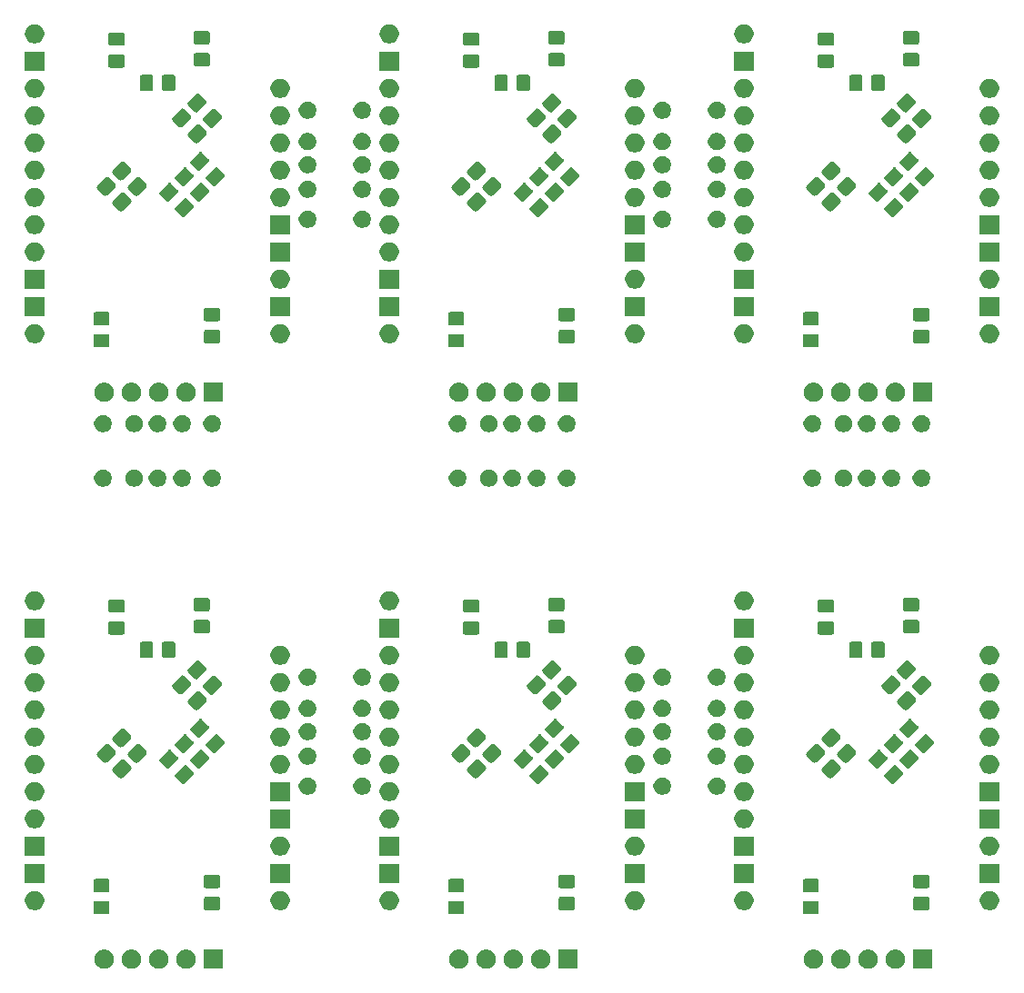
<source format=gbr>
G04 #@! TF.GenerationSoftware,KiCad,Pcbnew,(5.1.6)-1*
G04 #@! TF.CreationDate,2020-10-29T18:05:45+08:00*
G04 #@! TF.ProjectId,panelized,70616e65-6c69-47a6-9564-2e6b69636164,rev?*
G04 #@! TF.SameCoordinates,Original*
G04 #@! TF.FileFunction,Soldermask,Bot*
G04 #@! TF.FilePolarity,Negative*
%FSLAX46Y46*%
G04 Gerber Fmt 4.6, Leading zero omitted, Abs format (unit mm)*
G04 Created by KiCad (PCBNEW (5.1.6)-1) date 2020-10-29 18:05:45*
%MOMM*%
%LPD*%
G01*
G04 APERTURE LIST*
%ADD10C,0.100000*%
G04 APERTURE END LIST*
D10*
G36*
X166128000Y-157619000D02*
G01*
X164326000Y-157619000D01*
X164326000Y-155817000D01*
X166128000Y-155817000D01*
X166128000Y-157619000D01*
G37*
G36*
X124700512Y-155821927D02*
G01*
X124849812Y-155851624D01*
X125013784Y-155919544D01*
X125161354Y-156018147D01*
X125286853Y-156143646D01*
X125385456Y-156291216D01*
X125453376Y-156455188D01*
X125488000Y-156629259D01*
X125488000Y-156806741D01*
X125453376Y-156980812D01*
X125385456Y-157144784D01*
X125286853Y-157292354D01*
X125161354Y-157417853D01*
X125013784Y-157516456D01*
X124849812Y-157584376D01*
X124700512Y-157614073D01*
X124675742Y-157619000D01*
X124498258Y-157619000D01*
X124473488Y-157614073D01*
X124324188Y-157584376D01*
X124160216Y-157516456D01*
X124012646Y-157417853D01*
X123887147Y-157292354D01*
X123788544Y-157144784D01*
X123720624Y-156980812D01*
X123686000Y-156806741D01*
X123686000Y-156629259D01*
X123720624Y-156455188D01*
X123788544Y-156291216D01*
X123887147Y-156143646D01*
X124012646Y-156018147D01*
X124160216Y-155919544D01*
X124324188Y-155851624D01*
X124473488Y-155821927D01*
X124498258Y-155817000D01*
X124675742Y-155817000D01*
X124700512Y-155821927D01*
G37*
G36*
X89140512Y-155821927D02*
G01*
X89289812Y-155851624D01*
X89453784Y-155919544D01*
X89601354Y-156018147D01*
X89726853Y-156143646D01*
X89825456Y-156291216D01*
X89893376Y-156455188D01*
X89928000Y-156629259D01*
X89928000Y-156806741D01*
X89893376Y-156980812D01*
X89825456Y-157144784D01*
X89726853Y-157292354D01*
X89601354Y-157417853D01*
X89453784Y-157516456D01*
X89289812Y-157584376D01*
X89140512Y-157614073D01*
X89115742Y-157619000D01*
X88938258Y-157619000D01*
X88913488Y-157614073D01*
X88764188Y-157584376D01*
X88600216Y-157516456D01*
X88452646Y-157417853D01*
X88327147Y-157292354D01*
X88228544Y-157144784D01*
X88160624Y-156980812D01*
X88126000Y-156806741D01*
X88126000Y-156629259D01*
X88160624Y-156455188D01*
X88228544Y-156291216D01*
X88327147Y-156143646D01*
X88452646Y-156018147D01*
X88600216Y-155919544D01*
X88764188Y-155851624D01*
X88913488Y-155821927D01*
X88938258Y-155817000D01*
X89115742Y-155817000D01*
X89140512Y-155821927D01*
G37*
G36*
X91680512Y-155821927D02*
G01*
X91829812Y-155851624D01*
X91993784Y-155919544D01*
X92141354Y-156018147D01*
X92266853Y-156143646D01*
X92365456Y-156291216D01*
X92433376Y-156455188D01*
X92468000Y-156629259D01*
X92468000Y-156806741D01*
X92433376Y-156980812D01*
X92365456Y-157144784D01*
X92266853Y-157292354D01*
X92141354Y-157417853D01*
X91993784Y-157516456D01*
X91829812Y-157584376D01*
X91680512Y-157614073D01*
X91655742Y-157619000D01*
X91478258Y-157619000D01*
X91453488Y-157614073D01*
X91304188Y-157584376D01*
X91140216Y-157516456D01*
X90992646Y-157417853D01*
X90867147Y-157292354D01*
X90768544Y-157144784D01*
X90700624Y-156980812D01*
X90666000Y-156806741D01*
X90666000Y-156629259D01*
X90700624Y-156455188D01*
X90768544Y-156291216D01*
X90867147Y-156143646D01*
X90992646Y-156018147D01*
X91140216Y-155919544D01*
X91304188Y-155851624D01*
X91453488Y-155821927D01*
X91478258Y-155817000D01*
X91655742Y-155817000D01*
X91680512Y-155821927D01*
G37*
G36*
X94220512Y-155821927D02*
G01*
X94369812Y-155851624D01*
X94533784Y-155919544D01*
X94681354Y-156018147D01*
X94806853Y-156143646D01*
X94905456Y-156291216D01*
X94973376Y-156455188D01*
X95008000Y-156629259D01*
X95008000Y-156806741D01*
X94973376Y-156980812D01*
X94905456Y-157144784D01*
X94806853Y-157292354D01*
X94681354Y-157417853D01*
X94533784Y-157516456D01*
X94369812Y-157584376D01*
X94220512Y-157614073D01*
X94195742Y-157619000D01*
X94018258Y-157619000D01*
X93993488Y-157614073D01*
X93844188Y-157584376D01*
X93680216Y-157516456D01*
X93532646Y-157417853D01*
X93407147Y-157292354D01*
X93308544Y-157144784D01*
X93240624Y-156980812D01*
X93206000Y-156806741D01*
X93206000Y-156629259D01*
X93240624Y-156455188D01*
X93308544Y-156291216D01*
X93407147Y-156143646D01*
X93532646Y-156018147D01*
X93680216Y-155919544D01*
X93844188Y-155851624D01*
X93993488Y-155821927D01*
X94018258Y-155817000D01*
X94195742Y-155817000D01*
X94220512Y-155821927D01*
G37*
G36*
X96760512Y-155821927D02*
G01*
X96909812Y-155851624D01*
X97073784Y-155919544D01*
X97221354Y-156018147D01*
X97346853Y-156143646D01*
X97445456Y-156291216D01*
X97513376Y-156455188D01*
X97548000Y-156629259D01*
X97548000Y-156806741D01*
X97513376Y-156980812D01*
X97445456Y-157144784D01*
X97346853Y-157292354D01*
X97221354Y-157417853D01*
X97073784Y-157516456D01*
X96909812Y-157584376D01*
X96760512Y-157614073D01*
X96735742Y-157619000D01*
X96558258Y-157619000D01*
X96533488Y-157614073D01*
X96384188Y-157584376D01*
X96220216Y-157516456D01*
X96072646Y-157417853D01*
X95947147Y-157292354D01*
X95848544Y-157144784D01*
X95780624Y-156980812D01*
X95746000Y-156806741D01*
X95746000Y-156629259D01*
X95780624Y-156455188D01*
X95848544Y-156291216D01*
X95947147Y-156143646D01*
X96072646Y-156018147D01*
X96220216Y-155919544D01*
X96384188Y-155851624D01*
X96533488Y-155821927D01*
X96558258Y-155817000D01*
X96735742Y-155817000D01*
X96760512Y-155821927D01*
G37*
G36*
X100088000Y-157619000D02*
G01*
X98286000Y-157619000D01*
X98286000Y-155817000D01*
X100088000Y-155817000D01*
X100088000Y-157619000D01*
G37*
G36*
X122160512Y-155821927D02*
G01*
X122309812Y-155851624D01*
X122473784Y-155919544D01*
X122621354Y-156018147D01*
X122746853Y-156143646D01*
X122845456Y-156291216D01*
X122913376Y-156455188D01*
X122948000Y-156629259D01*
X122948000Y-156806741D01*
X122913376Y-156980812D01*
X122845456Y-157144784D01*
X122746853Y-157292354D01*
X122621354Y-157417853D01*
X122473784Y-157516456D01*
X122309812Y-157584376D01*
X122160512Y-157614073D01*
X122135742Y-157619000D01*
X121958258Y-157619000D01*
X121933488Y-157614073D01*
X121784188Y-157584376D01*
X121620216Y-157516456D01*
X121472646Y-157417853D01*
X121347147Y-157292354D01*
X121248544Y-157144784D01*
X121180624Y-156980812D01*
X121146000Y-156806741D01*
X121146000Y-156629259D01*
X121180624Y-156455188D01*
X121248544Y-156291216D01*
X121347147Y-156143646D01*
X121472646Y-156018147D01*
X121620216Y-155919544D01*
X121784188Y-155851624D01*
X121933488Y-155821927D01*
X121958258Y-155817000D01*
X122135742Y-155817000D01*
X122160512Y-155821927D01*
G37*
G36*
X129780512Y-155821927D02*
G01*
X129929812Y-155851624D01*
X130093784Y-155919544D01*
X130241354Y-156018147D01*
X130366853Y-156143646D01*
X130465456Y-156291216D01*
X130533376Y-156455188D01*
X130568000Y-156629259D01*
X130568000Y-156806741D01*
X130533376Y-156980812D01*
X130465456Y-157144784D01*
X130366853Y-157292354D01*
X130241354Y-157417853D01*
X130093784Y-157516456D01*
X129929812Y-157584376D01*
X129780512Y-157614073D01*
X129755742Y-157619000D01*
X129578258Y-157619000D01*
X129553488Y-157614073D01*
X129404188Y-157584376D01*
X129240216Y-157516456D01*
X129092646Y-157417853D01*
X128967147Y-157292354D01*
X128868544Y-157144784D01*
X128800624Y-156980812D01*
X128766000Y-156806741D01*
X128766000Y-156629259D01*
X128800624Y-156455188D01*
X128868544Y-156291216D01*
X128967147Y-156143646D01*
X129092646Y-156018147D01*
X129240216Y-155919544D01*
X129404188Y-155851624D01*
X129553488Y-155821927D01*
X129578258Y-155817000D01*
X129755742Y-155817000D01*
X129780512Y-155821927D01*
G37*
G36*
X133108000Y-157619000D02*
G01*
X131306000Y-157619000D01*
X131306000Y-155817000D01*
X133108000Y-155817000D01*
X133108000Y-157619000D01*
G37*
G36*
X155180512Y-155821927D02*
G01*
X155329812Y-155851624D01*
X155493784Y-155919544D01*
X155641354Y-156018147D01*
X155766853Y-156143646D01*
X155865456Y-156291216D01*
X155933376Y-156455188D01*
X155968000Y-156629259D01*
X155968000Y-156806741D01*
X155933376Y-156980812D01*
X155865456Y-157144784D01*
X155766853Y-157292354D01*
X155641354Y-157417853D01*
X155493784Y-157516456D01*
X155329812Y-157584376D01*
X155180512Y-157614073D01*
X155155742Y-157619000D01*
X154978258Y-157619000D01*
X154953488Y-157614073D01*
X154804188Y-157584376D01*
X154640216Y-157516456D01*
X154492646Y-157417853D01*
X154367147Y-157292354D01*
X154268544Y-157144784D01*
X154200624Y-156980812D01*
X154166000Y-156806741D01*
X154166000Y-156629259D01*
X154200624Y-156455188D01*
X154268544Y-156291216D01*
X154367147Y-156143646D01*
X154492646Y-156018147D01*
X154640216Y-155919544D01*
X154804188Y-155851624D01*
X154953488Y-155821927D01*
X154978258Y-155817000D01*
X155155742Y-155817000D01*
X155180512Y-155821927D01*
G37*
G36*
X157720512Y-155821927D02*
G01*
X157869812Y-155851624D01*
X158033784Y-155919544D01*
X158181354Y-156018147D01*
X158306853Y-156143646D01*
X158405456Y-156291216D01*
X158473376Y-156455188D01*
X158508000Y-156629259D01*
X158508000Y-156806741D01*
X158473376Y-156980812D01*
X158405456Y-157144784D01*
X158306853Y-157292354D01*
X158181354Y-157417853D01*
X158033784Y-157516456D01*
X157869812Y-157584376D01*
X157720512Y-157614073D01*
X157695742Y-157619000D01*
X157518258Y-157619000D01*
X157493488Y-157614073D01*
X157344188Y-157584376D01*
X157180216Y-157516456D01*
X157032646Y-157417853D01*
X156907147Y-157292354D01*
X156808544Y-157144784D01*
X156740624Y-156980812D01*
X156706000Y-156806741D01*
X156706000Y-156629259D01*
X156740624Y-156455188D01*
X156808544Y-156291216D01*
X156907147Y-156143646D01*
X157032646Y-156018147D01*
X157180216Y-155919544D01*
X157344188Y-155851624D01*
X157493488Y-155821927D01*
X157518258Y-155817000D01*
X157695742Y-155817000D01*
X157720512Y-155821927D01*
G37*
G36*
X160260512Y-155821927D02*
G01*
X160409812Y-155851624D01*
X160573784Y-155919544D01*
X160721354Y-156018147D01*
X160846853Y-156143646D01*
X160945456Y-156291216D01*
X161013376Y-156455188D01*
X161048000Y-156629259D01*
X161048000Y-156806741D01*
X161013376Y-156980812D01*
X160945456Y-157144784D01*
X160846853Y-157292354D01*
X160721354Y-157417853D01*
X160573784Y-157516456D01*
X160409812Y-157584376D01*
X160260512Y-157614073D01*
X160235742Y-157619000D01*
X160058258Y-157619000D01*
X160033488Y-157614073D01*
X159884188Y-157584376D01*
X159720216Y-157516456D01*
X159572646Y-157417853D01*
X159447147Y-157292354D01*
X159348544Y-157144784D01*
X159280624Y-156980812D01*
X159246000Y-156806741D01*
X159246000Y-156629259D01*
X159280624Y-156455188D01*
X159348544Y-156291216D01*
X159447147Y-156143646D01*
X159572646Y-156018147D01*
X159720216Y-155919544D01*
X159884188Y-155851624D01*
X160033488Y-155821927D01*
X160058258Y-155817000D01*
X160235742Y-155817000D01*
X160260512Y-155821927D01*
G37*
G36*
X162800512Y-155821927D02*
G01*
X162949812Y-155851624D01*
X163113784Y-155919544D01*
X163261354Y-156018147D01*
X163386853Y-156143646D01*
X163485456Y-156291216D01*
X163553376Y-156455188D01*
X163588000Y-156629259D01*
X163588000Y-156806741D01*
X163553376Y-156980812D01*
X163485456Y-157144784D01*
X163386853Y-157292354D01*
X163261354Y-157417853D01*
X163113784Y-157516456D01*
X162949812Y-157584376D01*
X162800512Y-157614073D01*
X162775742Y-157619000D01*
X162598258Y-157619000D01*
X162573488Y-157614073D01*
X162424188Y-157584376D01*
X162260216Y-157516456D01*
X162112646Y-157417853D01*
X161987147Y-157292354D01*
X161888544Y-157144784D01*
X161820624Y-156980812D01*
X161786000Y-156806741D01*
X161786000Y-156629259D01*
X161820624Y-156455188D01*
X161888544Y-156291216D01*
X161987147Y-156143646D01*
X162112646Y-156018147D01*
X162260216Y-155919544D01*
X162424188Y-155851624D01*
X162573488Y-155821927D01*
X162598258Y-155817000D01*
X162775742Y-155817000D01*
X162800512Y-155821927D01*
G37*
G36*
X127240512Y-155821927D02*
G01*
X127389812Y-155851624D01*
X127553784Y-155919544D01*
X127701354Y-156018147D01*
X127826853Y-156143646D01*
X127925456Y-156291216D01*
X127993376Y-156455188D01*
X128028000Y-156629259D01*
X128028000Y-156806741D01*
X127993376Y-156980812D01*
X127925456Y-157144784D01*
X127826853Y-157292354D01*
X127701354Y-157417853D01*
X127553784Y-157516456D01*
X127389812Y-157584376D01*
X127240512Y-157614073D01*
X127215742Y-157619000D01*
X127038258Y-157619000D01*
X127013488Y-157614073D01*
X126864188Y-157584376D01*
X126700216Y-157516456D01*
X126552646Y-157417853D01*
X126427147Y-157292354D01*
X126328544Y-157144784D01*
X126260624Y-156980812D01*
X126226000Y-156806741D01*
X126226000Y-156629259D01*
X126260624Y-156455188D01*
X126328544Y-156291216D01*
X126427147Y-156143646D01*
X126552646Y-156018147D01*
X126700216Y-155919544D01*
X126864188Y-155851624D01*
X127013488Y-155821927D01*
X127038258Y-155817000D01*
X127215742Y-155817000D01*
X127240512Y-155821927D01*
G37*
G36*
X155401674Y-151288465D02*
G01*
X155439367Y-151299899D01*
X155474103Y-151318466D01*
X155504548Y-151343452D01*
X155529534Y-151373897D01*
X155548101Y-151408633D01*
X155559535Y-151446326D01*
X155564000Y-151491661D01*
X155564000Y-152328339D01*
X155559535Y-152373674D01*
X155548101Y-152411367D01*
X155529534Y-152446103D01*
X155504548Y-152476548D01*
X155474103Y-152501534D01*
X155439367Y-152520101D01*
X155401674Y-152531535D01*
X155356339Y-152536000D01*
X154269661Y-152536000D01*
X154224326Y-152531535D01*
X154186633Y-152520101D01*
X154151897Y-152501534D01*
X154121452Y-152476548D01*
X154096466Y-152446103D01*
X154077899Y-152411367D01*
X154066465Y-152373674D01*
X154062000Y-152328339D01*
X154062000Y-151491661D01*
X154066465Y-151446326D01*
X154077899Y-151408633D01*
X154096466Y-151373897D01*
X154121452Y-151343452D01*
X154151897Y-151318466D01*
X154186633Y-151299899D01*
X154224326Y-151288465D01*
X154269661Y-151284000D01*
X155356339Y-151284000D01*
X155401674Y-151288465D01*
G37*
G36*
X122381674Y-151288465D02*
G01*
X122419367Y-151299899D01*
X122454103Y-151318466D01*
X122484548Y-151343452D01*
X122509534Y-151373897D01*
X122528101Y-151408633D01*
X122539535Y-151446326D01*
X122544000Y-151491661D01*
X122544000Y-152328339D01*
X122539535Y-152373674D01*
X122528101Y-152411367D01*
X122509534Y-152446103D01*
X122484548Y-152476548D01*
X122454103Y-152501534D01*
X122419367Y-152520101D01*
X122381674Y-152531535D01*
X122336339Y-152536000D01*
X121249661Y-152536000D01*
X121204326Y-152531535D01*
X121166633Y-152520101D01*
X121131897Y-152501534D01*
X121101452Y-152476548D01*
X121076466Y-152446103D01*
X121057899Y-152411367D01*
X121046465Y-152373674D01*
X121042000Y-152328339D01*
X121042000Y-151491661D01*
X121046465Y-151446326D01*
X121057899Y-151408633D01*
X121076466Y-151373897D01*
X121101452Y-151343452D01*
X121131897Y-151318466D01*
X121166633Y-151299899D01*
X121204326Y-151288465D01*
X121249661Y-151284000D01*
X122336339Y-151284000D01*
X122381674Y-151288465D01*
G37*
G36*
X89361674Y-151288465D02*
G01*
X89399367Y-151299899D01*
X89434103Y-151318466D01*
X89464548Y-151343452D01*
X89489534Y-151373897D01*
X89508101Y-151408633D01*
X89519535Y-151446326D01*
X89524000Y-151491661D01*
X89524000Y-152328339D01*
X89519535Y-152373674D01*
X89508101Y-152411367D01*
X89489534Y-152446103D01*
X89464548Y-152476548D01*
X89434103Y-152501534D01*
X89399367Y-152520101D01*
X89361674Y-152531535D01*
X89316339Y-152536000D01*
X88229661Y-152536000D01*
X88184326Y-152531535D01*
X88146633Y-152520101D01*
X88111897Y-152501534D01*
X88081452Y-152476548D01*
X88056466Y-152446103D01*
X88037899Y-152411367D01*
X88026465Y-152373674D01*
X88022000Y-152328339D01*
X88022000Y-151491661D01*
X88026465Y-151446326D01*
X88037899Y-151408633D01*
X88056466Y-151373897D01*
X88081452Y-151343452D01*
X88111897Y-151318466D01*
X88146633Y-151299899D01*
X88184326Y-151288465D01*
X88229661Y-151284000D01*
X89316339Y-151284000D01*
X89361674Y-151288465D01*
G37*
G36*
X171563512Y-150360927D02*
G01*
X171712812Y-150390624D01*
X171876784Y-150458544D01*
X172024354Y-150557147D01*
X172149853Y-150682646D01*
X172248456Y-150830216D01*
X172316376Y-150994188D01*
X172351000Y-151168259D01*
X172351000Y-151345741D01*
X172316376Y-151519812D01*
X172248456Y-151683784D01*
X172149853Y-151831354D01*
X172024354Y-151956853D01*
X171876784Y-152055456D01*
X171712812Y-152123376D01*
X171576271Y-152150535D01*
X171538742Y-152158000D01*
X171361258Y-152158000D01*
X171323729Y-152150535D01*
X171187188Y-152123376D01*
X171023216Y-152055456D01*
X170875646Y-151956853D01*
X170750147Y-151831354D01*
X170651544Y-151683784D01*
X170583624Y-151519812D01*
X170549000Y-151345741D01*
X170549000Y-151168259D01*
X170583624Y-150994188D01*
X170651544Y-150830216D01*
X170750147Y-150682646D01*
X170875646Y-150557147D01*
X171023216Y-150458544D01*
X171187188Y-150390624D01*
X171336488Y-150360927D01*
X171361258Y-150356000D01*
X171538742Y-150356000D01*
X171563512Y-150360927D01*
G37*
G36*
X138543512Y-150360927D02*
G01*
X138692812Y-150390624D01*
X138856784Y-150458544D01*
X139004354Y-150557147D01*
X139129853Y-150682646D01*
X139228456Y-150830216D01*
X139296376Y-150994188D01*
X139331000Y-151168259D01*
X139331000Y-151345741D01*
X139296376Y-151519812D01*
X139228456Y-151683784D01*
X139129853Y-151831354D01*
X139004354Y-151956853D01*
X138856784Y-152055456D01*
X138692812Y-152123376D01*
X138556271Y-152150535D01*
X138518742Y-152158000D01*
X138341258Y-152158000D01*
X138303729Y-152150535D01*
X138167188Y-152123376D01*
X138003216Y-152055456D01*
X137855646Y-151956853D01*
X137730147Y-151831354D01*
X137631544Y-151683784D01*
X137563624Y-151519812D01*
X137529000Y-151345741D01*
X137529000Y-151168259D01*
X137563624Y-150994188D01*
X137631544Y-150830216D01*
X137730147Y-150682646D01*
X137855646Y-150557147D01*
X138003216Y-150458544D01*
X138167188Y-150390624D01*
X138316488Y-150360927D01*
X138341258Y-150356000D01*
X138518742Y-150356000D01*
X138543512Y-150360927D01*
G37*
G36*
X105523512Y-150360927D02*
G01*
X105672812Y-150390624D01*
X105836784Y-150458544D01*
X105984354Y-150557147D01*
X106109853Y-150682646D01*
X106208456Y-150830216D01*
X106276376Y-150994188D01*
X106311000Y-151168259D01*
X106311000Y-151345741D01*
X106276376Y-151519812D01*
X106208456Y-151683784D01*
X106109853Y-151831354D01*
X105984354Y-151956853D01*
X105836784Y-152055456D01*
X105672812Y-152123376D01*
X105536271Y-152150535D01*
X105498742Y-152158000D01*
X105321258Y-152158000D01*
X105283729Y-152150535D01*
X105147188Y-152123376D01*
X104983216Y-152055456D01*
X104835646Y-151956853D01*
X104710147Y-151831354D01*
X104611544Y-151683784D01*
X104543624Y-151519812D01*
X104509000Y-151345741D01*
X104509000Y-151168259D01*
X104543624Y-150994188D01*
X104611544Y-150830216D01*
X104710147Y-150682646D01*
X104835646Y-150557147D01*
X104983216Y-150458544D01*
X105147188Y-150390624D01*
X105296488Y-150360927D01*
X105321258Y-150356000D01*
X105498742Y-150356000D01*
X105523512Y-150360927D01*
G37*
G36*
X148703512Y-150360927D02*
G01*
X148852812Y-150390624D01*
X149016784Y-150458544D01*
X149164354Y-150557147D01*
X149289853Y-150682646D01*
X149388456Y-150830216D01*
X149456376Y-150994188D01*
X149491000Y-151168259D01*
X149491000Y-151345741D01*
X149456376Y-151519812D01*
X149388456Y-151683784D01*
X149289853Y-151831354D01*
X149164354Y-151956853D01*
X149016784Y-152055456D01*
X148852812Y-152123376D01*
X148716271Y-152150535D01*
X148678742Y-152158000D01*
X148501258Y-152158000D01*
X148463729Y-152150535D01*
X148327188Y-152123376D01*
X148163216Y-152055456D01*
X148015646Y-151956853D01*
X147890147Y-151831354D01*
X147791544Y-151683784D01*
X147723624Y-151519812D01*
X147689000Y-151345741D01*
X147689000Y-151168259D01*
X147723624Y-150994188D01*
X147791544Y-150830216D01*
X147890147Y-150682646D01*
X148015646Y-150557147D01*
X148163216Y-150458544D01*
X148327188Y-150390624D01*
X148476488Y-150360927D01*
X148501258Y-150356000D01*
X148678742Y-150356000D01*
X148703512Y-150360927D01*
G37*
G36*
X115683512Y-150360927D02*
G01*
X115832812Y-150390624D01*
X115996784Y-150458544D01*
X116144354Y-150557147D01*
X116269853Y-150682646D01*
X116368456Y-150830216D01*
X116436376Y-150994188D01*
X116471000Y-151168259D01*
X116471000Y-151345741D01*
X116436376Y-151519812D01*
X116368456Y-151683784D01*
X116269853Y-151831354D01*
X116144354Y-151956853D01*
X115996784Y-152055456D01*
X115832812Y-152123376D01*
X115696271Y-152150535D01*
X115658742Y-152158000D01*
X115481258Y-152158000D01*
X115443729Y-152150535D01*
X115307188Y-152123376D01*
X115143216Y-152055456D01*
X114995646Y-151956853D01*
X114870147Y-151831354D01*
X114771544Y-151683784D01*
X114703624Y-151519812D01*
X114669000Y-151345741D01*
X114669000Y-151168259D01*
X114703624Y-150994188D01*
X114771544Y-150830216D01*
X114870147Y-150682646D01*
X114995646Y-150557147D01*
X115143216Y-150458544D01*
X115307188Y-150390624D01*
X115456488Y-150360927D01*
X115481258Y-150356000D01*
X115658742Y-150356000D01*
X115683512Y-150360927D01*
G37*
G36*
X82663512Y-150360927D02*
G01*
X82812812Y-150390624D01*
X82976784Y-150458544D01*
X83124354Y-150557147D01*
X83249853Y-150682646D01*
X83348456Y-150830216D01*
X83416376Y-150994188D01*
X83451000Y-151168259D01*
X83451000Y-151345741D01*
X83416376Y-151519812D01*
X83348456Y-151683784D01*
X83249853Y-151831354D01*
X83124354Y-151956853D01*
X82976784Y-152055456D01*
X82812812Y-152123376D01*
X82676271Y-152150535D01*
X82638742Y-152158000D01*
X82461258Y-152158000D01*
X82423729Y-152150535D01*
X82287188Y-152123376D01*
X82123216Y-152055456D01*
X81975646Y-151956853D01*
X81850147Y-151831354D01*
X81751544Y-151683784D01*
X81683624Y-151519812D01*
X81649000Y-151345741D01*
X81649000Y-151168259D01*
X81683624Y-150994188D01*
X81751544Y-150830216D01*
X81850147Y-150682646D01*
X81975646Y-150557147D01*
X82123216Y-150458544D01*
X82287188Y-150390624D01*
X82436488Y-150360927D01*
X82461258Y-150356000D01*
X82638742Y-150356000D01*
X82663512Y-150360927D01*
G37*
G36*
X165688674Y-150907465D02*
G01*
X165726367Y-150918899D01*
X165761103Y-150937466D01*
X165791548Y-150962452D01*
X165816534Y-150992897D01*
X165835101Y-151027633D01*
X165846535Y-151065326D01*
X165851000Y-151110661D01*
X165851000Y-151947339D01*
X165846535Y-151992674D01*
X165835101Y-152030367D01*
X165816534Y-152065103D01*
X165791548Y-152095548D01*
X165761103Y-152120534D01*
X165726367Y-152139101D01*
X165688674Y-152150535D01*
X165643339Y-152155000D01*
X164556661Y-152155000D01*
X164511326Y-152150535D01*
X164473633Y-152139101D01*
X164438897Y-152120534D01*
X164408452Y-152095548D01*
X164383466Y-152065103D01*
X164364899Y-152030367D01*
X164353465Y-151992674D01*
X164349000Y-151947339D01*
X164349000Y-151110661D01*
X164353465Y-151065326D01*
X164364899Y-151027633D01*
X164383466Y-150992897D01*
X164408452Y-150962452D01*
X164438897Y-150937466D01*
X164473633Y-150918899D01*
X164511326Y-150907465D01*
X164556661Y-150903000D01*
X165643339Y-150903000D01*
X165688674Y-150907465D01*
G37*
G36*
X99648674Y-150907465D02*
G01*
X99686367Y-150918899D01*
X99721103Y-150937466D01*
X99751548Y-150962452D01*
X99776534Y-150992897D01*
X99795101Y-151027633D01*
X99806535Y-151065326D01*
X99811000Y-151110661D01*
X99811000Y-151947339D01*
X99806535Y-151992674D01*
X99795101Y-152030367D01*
X99776534Y-152065103D01*
X99751548Y-152095548D01*
X99721103Y-152120534D01*
X99686367Y-152139101D01*
X99648674Y-152150535D01*
X99603339Y-152155000D01*
X98516661Y-152155000D01*
X98471326Y-152150535D01*
X98433633Y-152139101D01*
X98398897Y-152120534D01*
X98368452Y-152095548D01*
X98343466Y-152065103D01*
X98324899Y-152030367D01*
X98313465Y-151992674D01*
X98309000Y-151947339D01*
X98309000Y-151110661D01*
X98313465Y-151065326D01*
X98324899Y-151027633D01*
X98343466Y-150992897D01*
X98368452Y-150962452D01*
X98398897Y-150937466D01*
X98433633Y-150918899D01*
X98471326Y-150907465D01*
X98516661Y-150903000D01*
X99603339Y-150903000D01*
X99648674Y-150907465D01*
G37*
G36*
X132668674Y-150907465D02*
G01*
X132706367Y-150918899D01*
X132741103Y-150937466D01*
X132771548Y-150962452D01*
X132796534Y-150992897D01*
X132815101Y-151027633D01*
X132826535Y-151065326D01*
X132831000Y-151110661D01*
X132831000Y-151947339D01*
X132826535Y-151992674D01*
X132815101Y-152030367D01*
X132796534Y-152065103D01*
X132771548Y-152095548D01*
X132741103Y-152120534D01*
X132706367Y-152139101D01*
X132668674Y-152150535D01*
X132623339Y-152155000D01*
X131536661Y-152155000D01*
X131491326Y-152150535D01*
X131453633Y-152139101D01*
X131418897Y-152120534D01*
X131388452Y-152095548D01*
X131363466Y-152065103D01*
X131344899Y-152030367D01*
X131333465Y-151992674D01*
X131329000Y-151947339D01*
X131329000Y-151110661D01*
X131333465Y-151065326D01*
X131344899Y-151027633D01*
X131363466Y-150992897D01*
X131388452Y-150962452D01*
X131418897Y-150937466D01*
X131453633Y-150918899D01*
X131491326Y-150907465D01*
X131536661Y-150903000D01*
X132623339Y-150903000D01*
X132668674Y-150907465D01*
G37*
G36*
X122381674Y-149238465D02*
G01*
X122419367Y-149249899D01*
X122454103Y-149268466D01*
X122484548Y-149293452D01*
X122509534Y-149323897D01*
X122528101Y-149358633D01*
X122539535Y-149396326D01*
X122544000Y-149441661D01*
X122544000Y-150278339D01*
X122539535Y-150323674D01*
X122528101Y-150361367D01*
X122509534Y-150396103D01*
X122484548Y-150426548D01*
X122454103Y-150451534D01*
X122419367Y-150470101D01*
X122381674Y-150481535D01*
X122336339Y-150486000D01*
X121249661Y-150486000D01*
X121204326Y-150481535D01*
X121166633Y-150470101D01*
X121131897Y-150451534D01*
X121101452Y-150426548D01*
X121076466Y-150396103D01*
X121057899Y-150361367D01*
X121046465Y-150323674D01*
X121042000Y-150278339D01*
X121042000Y-149441661D01*
X121046465Y-149396326D01*
X121057899Y-149358633D01*
X121076466Y-149323897D01*
X121101452Y-149293452D01*
X121131897Y-149268466D01*
X121166633Y-149249899D01*
X121204326Y-149238465D01*
X121249661Y-149234000D01*
X122336339Y-149234000D01*
X122381674Y-149238465D01*
G37*
G36*
X155401674Y-149238465D02*
G01*
X155439367Y-149249899D01*
X155474103Y-149268466D01*
X155504548Y-149293452D01*
X155529534Y-149323897D01*
X155548101Y-149358633D01*
X155559535Y-149396326D01*
X155564000Y-149441661D01*
X155564000Y-150278339D01*
X155559535Y-150323674D01*
X155548101Y-150361367D01*
X155529534Y-150396103D01*
X155504548Y-150426548D01*
X155474103Y-150451534D01*
X155439367Y-150470101D01*
X155401674Y-150481535D01*
X155356339Y-150486000D01*
X154269661Y-150486000D01*
X154224326Y-150481535D01*
X154186633Y-150470101D01*
X154151897Y-150451534D01*
X154121452Y-150426548D01*
X154096466Y-150396103D01*
X154077899Y-150361367D01*
X154066465Y-150323674D01*
X154062000Y-150278339D01*
X154062000Y-149441661D01*
X154066465Y-149396326D01*
X154077899Y-149358633D01*
X154096466Y-149323897D01*
X154121452Y-149293452D01*
X154151897Y-149268466D01*
X154186633Y-149249899D01*
X154224326Y-149238465D01*
X154269661Y-149234000D01*
X155356339Y-149234000D01*
X155401674Y-149238465D01*
G37*
G36*
X89361674Y-149238465D02*
G01*
X89399367Y-149249899D01*
X89434103Y-149268466D01*
X89464548Y-149293452D01*
X89489534Y-149323897D01*
X89508101Y-149358633D01*
X89519535Y-149396326D01*
X89524000Y-149441661D01*
X89524000Y-150278339D01*
X89519535Y-150323674D01*
X89508101Y-150361367D01*
X89489534Y-150396103D01*
X89464548Y-150426548D01*
X89434103Y-150451534D01*
X89399367Y-150470101D01*
X89361674Y-150481535D01*
X89316339Y-150486000D01*
X88229661Y-150486000D01*
X88184326Y-150481535D01*
X88146633Y-150470101D01*
X88111897Y-150451534D01*
X88081452Y-150426548D01*
X88056466Y-150396103D01*
X88037899Y-150361367D01*
X88026465Y-150323674D01*
X88022000Y-150278339D01*
X88022000Y-149441661D01*
X88026465Y-149396326D01*
X88037899Y-149358633D01*
X88056466Y-149323897D01*
X88081452Y-149293452D01*
X88111897Y-149268466D01*
X88146633Y-149249899D01*
X88184326Y-149238465D01*
X88229661Y-149234000D01*
X89316339Y-149234000D01*
X89361674Y-149238465D01*
G37*
G36*
X165688674Y-148857465D02*
G01*
X165726367Y-148868899D01*
X165761103Y-148887466D01*
X165791548Y-148912452D01*
X165816534Y-148942897D01*
X165835101Y-148977633D01*
X165846535Y-149015326D01*
X165851000Y-149060661D01*
X165851000Y-149897339D01*
X165846535Y-149942674D01*
X165835101Y-149980367D01*
X165816534Y-150015103D01*
X165791548Y-150045548D01*
X165761103Y-150070534D01*
X165726367Y-150089101D01*
X165688674Y-150100535D01*
X165643339Y-150105000D01*
X164556661Y-150105000D01*
X164511326Y-150100535D01*
X164473633Y-150089101D01*
X164438897Y-150070534D01*
X164408452Y-150045548D01*
X164383466Y-150015103D01*
X164364899Y-149980367D01*
X164353465Y-149942674D01*
X164349000Y-149897339D01*
X164349000Y-149060661D01*
X164353465Y-149015326D01*
X164364899Y-148977633D01*
X164383466Y-148942897D01*
X164408452Y-148912452D01*
X164438897Y-148887466D01*
X164473633Y-148868899D01*
X164511326Y-148857465D01*
X164556661Y-148853000D01*
X165643339Y-148853000D01*
X165688674Y-148857465D01*
G37*
G36*
X132668674Y-148857465D02*
G01*
X132706367Y-148868899D01*
X132741103Y-148887466D01*
X132771548Y-148912452D01*
X132796534Y-148942897D01*
X132815101Y-148977633D01*
X132826535Y-149015326D01*
X132831000Y-149060661D01*
X132831000Y-149897339D01*
X132826535Y-149942674D01*
X132815101Y-149980367D01*
X132796534Y-150015103D01*
X132771548Y-150045548D01*
X132741103Y-150070534D01*
X132706367Y-150089101D01*
X132668674Y-150100535D01*
X132623339Y-150105000D01*
X131536661Y-150105000D01*
X131491326Y-150100535D01*
X131453633Y-150089101D01*
X131418897Y-150070534D01*
X131388452Y-150045548D01*
X131363466Y-150015103D01*
X131344899Y-149980367D01*
X131333465Y-149942674D01*
X131329000Y-149897339D01*
X131329000Y-149060661D01*
X131333465Y-149015326D01*
X131344899Y-148977633D01*
X131363466Y-148942897D01*
X131388452Y-148912452D01*
X131418897Y-148887466D01*
X131453633Y-148868899D01*
X131491326Y-148857465D01*
X131536661Y-148853000D01*
X132623339Y-148853000D01*
X132668674Y-148857465D01*
G37*
G36*
X99648674Y-148857465D02*
G01*
X99686367Y-148868899D01*
X99721103Y-148887466D01*
X99751548Y-148912452D01*
X99776534Y-148942897D01*
X99795101Y-148977633D01*
X99806535Y-149015326D01*
X99811000Y-149060661D01*
X99811000Y-149897339D01*
X99806535Y-149942674D01*
X99795101Y-149980367D01*
X99776534Y-150015103D01*
X99751548Y-150045548D01*
X99721103Y-150070534D01*
X99686367Y-150089101D01*
X99648674Y-150100535D01*
X99603339Y-150105000D01*
X98516661Y-150105000D01*
X98471326Y-150100535D01*
X98433633Y-150089101D01*
X98398897Y-150070534D01*
X98368452Y-150045548D01*
X98343466Y-150015103D01*
X98324899Y-149980367D01*
X98313465Y-149942674D01*
X98309000Y-149897339D01*
X98309000Y-149060661D01*
X98313465Y-149015326D01*
X98324899Y-148977633D01*
X98343466Y-148942897D01*
X98368452Y-148912452D01*
X98398897Y-148887466D01*
X98433633Y-148868899D01*
X98471326Y-148857465D01*
X98516661Y-148853000D01*
X99603339Y-148853000D01*
X99648674Y-148857465D01*
G37*
G36*
X83451000Y-149618000D02*
G01*
X81649000Y-149618000D01*
X81649000Y-147816000D01*
X83451000Y-147816000D01*
X83451000Y-149618000D01*
G37*
G36*
X172351000Y-149618000D02*
G01*
X170549000Y-149618000D01*
X170549000Y-147816000D01*
X172351000Y-147816000D01*
X172351000Y-149618000D01*
G37*
G36*
X106311000Y-149618000D02*
G01*
X104509000Y-149618000D01*
X104509000Y-147816000D01*
X106311000Y-147816000D01*
X106311000Y-149618000D01*
G37*
G36*
X149491000Y-149618000D02*
G01*
X147689000Y-149618000D01*
X147689000Y-147816000D01*
X149491000Y-147816000D01*
X149491000Y-149618000D01*
G37*
G36*
X116471000Y-149618000D02*
G01*
X114669000Y-149618000D01*
X114669000Y-147816000D01*
X116471000Y-147816000D01*
X116471000Y-149618000D01*
G37*
G36*
X139331000Y-149618000D02*
G01*
X137529000Y-149618000D01*
X137529000Y-147816000D01*
X139331000Y-147816000D01*
X139331000Y-149618000D01*
G37*
G36*
X116471000Y-147078000D02*
G01*
X114669000Y-147078000D01*
X114669000Y-145276000D01*
X116471000Y-145276000D01*
X116471000Y-147078000D01*
G37*
G36*
X138543512Y-145280927D02*
G01*
X138692812Y-145310624D01*
X138856784Y-145378544D01*
X139004354Y-145477147D01*
X139129853Y-145602646D01*
X139228456Y-145750216D01*
X139296376Y-145914188D01*
X139331000Y-146088259D01*
X139331000Y-146265741D01*
X139296376Y-146439812D01*
X139228456Y-146603784D01*
X139129853Y-146751354D01*
X139004354Y-146876853D01*
X138856784Y-146975456D01*
X138692812Y-147043376D01*
X138543512Y-147073073D01*
X138518742Y-147078000D01*
X138341258Y-147078000D01*
X138316488Y-147073073D01*
X138167188Y-147043376D01*
X138003216Y-146975456D01*
X137855646Y-146876853D01*
X137730147Y-146751354D01*
X137631544Y-146603784D01*
X137563624Y-146439812D01*
X137529000Y-146265741D01*
X137529000Y-146088259D01*
X137563624Y-145914188D01*
X137631544Y-145750216D01*
X137730147Y-145602646D01*
X137855646Y-145477147D01*
X138003216Y-145378544D01*
X138167188Y-145310624D01*
X138316488Y-145280927D01*
X138341258Y-145276000D01*
X138518742Y-145276000D01*
X138543512Y-145280927D01*
G37*
G36*
X149491000Y-147078000D02*
G01*
X147689000Y-147078000D01*
X147689000Y-145276000D01*
X149491000Y-145276000D01*
X149491000Y-147078000D01*
G37*
G36*
X105523512Y-145280927D02*
G01*
X105672812Y-145310624D01*
X105836784Y-145378544D01*
X105984354Y-145477147D01*
X106109853Y-145602646D01*
X106208456Y-145750216D01*
X106276376Y-145914188D01*
X106311000Y-146088259D01*
X106311000Y-146265741D01*
X106276376Y-146439812D01*
X106208456Y-146603784D01*
X106109853Y-146751354D01*
X105984354Y-146876853D01*
X105836784Y-146975456D01*
X105672812Y-147043376D01*
X105523512Y-147073073D01*
X105498742Y-147078000D01*
X105321258Y-147078000D01*
X105296488Y-147073073D01*
X105147188Y-147043376D01*
X104983216Y-146975456D01*
X104835646Y-146876853D01*
X104710147Y-146751354D01*
X104611544Y-146603784D01*
X104543624Y-146439812D01*
X104509000Y-146265741D01*
X104509000Y-146088259D01*
X104543624Y-145914188D01*
X104611544Y-145750216D01*
X104710147Y-145602646D01*
X104835646Y-145477147D01*
X104983216Y-145378544D01*
X105147188Y-145310624D01*
X105296488Y-145280927D01*
X105321258Y-145276000D01*
X105498742Y-145276000D01*
X105523512Y-145280927D01*
G37*
G36*
X83451000Y-147078000D02*
G01*
X81649000Y-147078000D01*
X81649000Y-145276000D01*
X83451000Y-145276000D01*
X83451000Y-147078000D01*
G37*
G36*
X171563512Y-145280927D02*
G01*
X171712812Y-145310624D01*
X171876784Y-145378544D01*
X172024354Y-145477147D01*
X172149853Y-145602646D01*
X172248456Y-145750216D01*
X172316376Y-145914188D01*
X172351000Y-146088259D01*
X172351000Y-146265741D01*
X172316376Y-146439812D01*
X172248456Y-146603784D01*
X172149853Y-146751354D01*
X172024354Y-146876853D01*
X171876784Y-146975456D01*
X171712812Y-147043376D01*
X171563512Y-147073073D01*
X171538742Y-147078000D01*
X171361258Y-147078000D01*
X171336488Y-147073073D01*
X171187188Y-147043376D01*
X171023216Y-146975456D01*
X170875646Y-146876853D01*
X170750147Y-146751354D01*
X170651544Y-146603784D01*
X170583624Y-146439812D01*
X170549000Y-146265741D01*
X170549000Y-146088259D01*
X170583624Y-145914188D01*
X170651544Y-145750216D01*
X170750147Y-145602646D01*
X170875646Y-145477147D01*
X171023216Y-145378544D01*
X171187188Y-145310624D01*
X171336488Y-145280927D01*
X171361258Y-145276000D01*
X171538742Y-145276000D01*
X171563512Y-145280927D01*
G37*
G36*
X82663512Y-142740927D02*
G01*
X82812812Y-142770624D01*
X82976784Y-142838544D01*
X83124354Y-142937147D01*
X83249853Y-143062646D01*
X83348456Y-143210216D01*
X83416376Y-143374188D01*
X83451000Y-143548259D01*
X83451000Y-143725741D01*
X83416376Y-143899812D01*
X83348456Y-144063784D01*
X83249853Y-144211354D01*
X83124354Y-144336853D01*
X82976784Y-144435456D01*
X82812812Y-144503376D01*
X82663512Y-144533073D01*
X82638742Y-144538000D01*
X82461258Y-144538000D01*
X82436488Y-144533073D01*
X82287188Y-144503376D01*
X82123216Y-144435456D01*
X81975646Y-144336853D01*
X81850147Y-144211354D01*
X81751544Y-144063784D01*
X81683624Y-143899812D01*
X81649000Y-143725741D01*
X81649000Y-143548259D01*
X81683624Y-143374188D01*
X81751544Y-143210216D01*
X81850147Y-143062646D01*
X81975646Y-142937147D01*
X82123216Y-142838544D01*
X82287188Y-142770624D01*
X82436488Y-142740927D01*
X82461258Y-142736000D01*
X82638742Y-142736000D01*
X82663512Y-142740927D01*
G37*
G36*
X106311000Y-144538000D02*
G01*
X104509000Y-144538000D01*
X104509000Y-142736000D01*
X106311000Y-142736000D01*
X106311000Y-144538000D01*
G37*
G36*
X139331000Y-144538000D02*
G01*
X137529000Y-144538000D01*
X137529000Y-142736000D01*
X139331000Y-142736000D01*
X139331000Y-144538000D01*
G37*
G36*
X172351000Y-144538000D02*
G01*
X170549000Y-144538000D01*
X170549000Y-142736000D01*
X172351000Y-142736000D01*
X172351000Y-144538000D01*
G37*
G36*
X148703512Y-142740927D02*
G01*
X148852812Y-142770624D01*
X149016784Y-142838544D01*
X149164354Y-142937147D01*
X149289853Y-143062646D01*
X149388456Y-143210216D01*
X149456376Y-143374188D01*
X149491000Y-143548259D01*
X149491000Y-143725741D01*
X149456376Y-143899812D01*
X149388456Y-144063784D01*
X149289853Y-144211354D01*
X149164354Y-144336853D01*
X149016784Y-144435456D01*
X148852812Y-144503376D01*
X148703512Y-144533073D01*
X148678742Y-144538000D01*
X148501258Y-144538000D01*
X148476488Y-144533073D01*
X148327188Y-144503376D01*
X148163216Y-144435456D01*
X148015646Y-144336853D01*
X147890147Y-144211354D01*
X147791544Y-144063784D01*
X147723624Y-143899812D01*
X147689000Y-143725741D01*
X147689000Y-143548259D01*
X147723624Y-143374188D01*
X147791544Y-143210216D01*
X147890147Y-143062646D01*
X148015646Y-142937147D01*
X148163216Y-142838544D01*
X148327188Y-142770624D01*
X148476488Y-142740927D01*
X148501258Y-142736000D01*
X148678742Y-142736000D01*
X148703512Y-142740927D01*
G37*
G36*
X115683512Y-142740927D02*
G01*
X115832812Y-142770624D01*
X115996784Y-142838544D01*
X116144354Y-142937147D01*
X116269853Y-143062646D01*
X116368456Y-143210216D01*
X116436376Y-143374188D01*
X116471000Y-143548259D01*
X116471000Y-143725741D01*
X116436376Y-143899812D01*
X116368456Y-144063784D01*
X116269853Y-144211354D01*
X116144354Y-144336853D01*
X115996784Y-144435456D01*
X115832812Y-144503376D01*
X115683512Y-144533073D01*
X115658742Y-144538000D01*
X115481258Y-144538000D01*
X115456488Y-144533073D01*
X115307188Y-144503376D01*
X115143216Y-144435456D01*
X114995646Y-144336853D01*
X114870147Y-144211354D01*
X114771544Y-144063784D01*
X114703624Y-143899812D01*
X114669000Y-143725741D01*
X114669000Y-143548259D01*
X114703624Y-143374188D01*
X114771544Y-143210216D01*
X114870147Y-143062646D01*
X114995646Y-142937147D01*
X115143216Y-142838544D01*
X115307188Y-142770624D01*
X115456488Y-142740927D01*
X115481258Y-142736000D01*
X115658742Y-142736000D01*
X115683512Y-142740927D01*
G37*
G36*
X148703512Y-140200927D02*
G01*
X148852812Y-140230624D01*
X149016784Y-140298544D01*
X149164354Y-140397147D01*
X149289853Y-140522646D01*
X149388456Y-140670216D01*
X149456376Y-140834188D01*
X149491000Y-141008259D01*
X149491000Y-141185741D01*
X149456376Y-141359812D01*
X149388456Y-141523784D01*
X149289853Y-141671354D01*
X149164354Y-141796853D01*
X149016784Y-141895456D01*
X148852812Y-141963376D01*
X148703512Y-141993073D01*
X148678742Y-141998000D01*
X148501258Y-141998000D01*
X148476488Y-141993073D01*
X148327188Y-141963376D01*
X148163216Y-141895456D01*
X148015646Y-141796853D01*
X147890147Y-141671354D01*
X147791544Y-141523784D01*
X147723624Y-141359812D01*
X147689000Y-141185741D01*
X147689000Y-141008259D01*
X147723624Y-140834188D01*
X147791544Y-140670216D01*
X147890147Y-140522646D01*
X148015646Y-140397147D01*
X148163216Y-140298544D01*
X148327188Y-140230624D01*
X148476488Y-140200927D01*
X148501258Y-140196000D01*
X148678742Y-140196000D01*
X148703512Y-140200927D01*
G37*
G36*
X82663512Y-140200927D02*
G01*
X82812812Y-140230624D01*
X82976784Y-140298544D01*
X83124354Y-140397147D01*
X83249853Y-140522646D01*
X83348456Y-140670216D01*
X83416376Y-140834188D01*
X83451000Y-141008259D01*
X83451000Y-141185741D01*
X83416376Y-141359812D01*
X83348456Y-141523784D01*
X83249853Y-141671354D01*
X83124354Y-141796853D01*
X82976784Y-141895456D01*
X82812812Y-141963376D01*
X82663512Y-141993073D01*
X82638742Y-141998000D01*
X82461258Y-141998000D01*
X82436488Y-141993073D01*
X82287188Y-141963376D01*
X82123216Y-141895456D01*
X81975646Y-141796853D01*
X81850147Y-141671354D01*
X81751544Y-141523784D01*
X81683624Y-141359812D01*
X81649000Y-141185741D01*
X81649000Y-141008259D01*
X81683624Y-140834188D01*
X81751544Y-140670216D01*
X81850147Y-140522646D01*
X81975646Y-140397147D01*
X82123216Y-140298544D01*
X82287188Y-140230624D01*
X82436488Y-140200927D01*
X82461258Y-140196000D01*
X82638742Y-140196000D01*
X82663512Y-140200927D01*
G37*
G36*
X115683512Y-140200927D02*
G01*
X115832812Y-140230624D01*
X115996784Y-140298544D01*
X116144354Y-140397147D01*
X116269853Y-140522646D01*
X116368456Y-140670216D01*
X116436376Y-140834188D01*
X116471000Y-141008259D01*
X116471000Y-141185741D01*
X116436376Y-141359812D01*
X116368456Y-141523784D01*
X116269853Y-141671354D01*
X116144354Y-141796853D01*
X115996784Y-141895456D01*
X115832812Y-141963376D01*
X115683512Y-141993073D01*
X115658742Y-141998000D01*
X115481258Y-141998000D01*
X115456488Y-141993073D01*
X115307188Y-141963376D01*
X115143216Y-141895456D01*
X114995646Y-141796853D01*
X114870147Y-141671354D01*
X114771544Y-141523784D01*
X114703624Y-141359812D01*
X114669000Y-141185741D01*
X114669000Y-141008259D01*
X114703624Y-140834188D01*
X114771544Y-140670216D01*
X114870147Y-140522646D01*
X114995646Y-140397147D01*
X115143216Y-140298544D01*
X115307188Y-140230624D01*
X115456488Y-140200927D01*
X115481258Y-140196000D01*
X115658742Y-140196000D01*
X115683512Y-140200927D01*
G37*
G36*
X172351000Y-141998000D02*
G01*
X170549000Y-141998000D01*
X170549000Y-140196000D01*
X172351000Y-140196000D01*
X172351000Y-141998000D01*
G37*
G36*
X139331000Y-141998000D02*
G01*
X137529000Y-141998000D01*
X137529000Y-140196000D01*
X139331000Y-140196000D01*
X139331000Y-141998000D01*
G37*
G36*
X106311000Y-141998000D02*
G01*
X104509000Y-141998000D01*
X104509000Y-140196000D01*
X106311000Y-140196000D01*
X106311000Y-141998000D01*
G37*
G36*
X141207142Y-139807242D02*
G01*
X141355101Y-139868529D01*
X141488255Y-139957499D01*
X141601501Y-140070745D01*
X141690471Y-140203899D01*
X141751758Y-140351858D01*
X141783000Y-140508925D01*
X141783000Y-140669075D01*
X141751758Y-140826142D01*
X141690471Y-140974101D01*
X141601501Y-141107255D01*
X141488255Y-141220501D01*
X141355101Y-141309471D01*
X141207142Y-141370758D01*
X141050075Y-141402000D01*
X140889925Y-141402000D01*
X140732858Y-141370758D01*
X140584899Y-141309471D01*
X140451745Y-141220501D01*
X140338499Y-141107255D01*
X140249529Y-140974101D01*
X140188242Y-140826142D01*
X140157000Y-140669075D01*
X140157000Y-140508925D01*
X140188242Y-140351858D01*
X140249529Y-140203899D01*
X140338499Y-140070745D01*
X140451745Y-139957499D01*
X140584899Y-139868529D01*
X140732858Y-139807242D01*
X140889925Y-139776000D01*
X141050075Y-139776000D01*
X141207142Y-139807242D01*
G37*
G36*
X146287142Y-139807242D02*
G01*
X146435101Y-139868529D01*
X146568255Y-139957499D01*
X146681501Y-140070745D01*
X146770471Y-140203899D01*
X146831758Y-140351858D01*
X146863000Y-140508925D01*
X146863000Y-140669075D01*
X146831758Y-140826142D01*
X146770471Y-140974101D01*
X146681501Y-141107255D01*
X146568255Y-141220501D01*
X146435101Y-141309471D01*
X146287142Y-141370758D01*
X146130075Y-141402000D01*
X145969925Y-141402000D01*
X145812858Y-141370758D01*
X145664899Y-141309471D01*
X145531745Y-141220501D01*
X145418499Y-141107255D01*
X145329529Y-140974101D01*
X145268242Y-140826142D01*
X145237000Y-140669075D01*
X145237000Y-140508925D01*
X145268242Y-140351858D01*
X145329529Y-140203899D01*
X145418499Y-140070745D01*
X145531745Y-139957499D01*
X145664899Y-139868529D01*
X145812858Y-139807242D01*
X145969925Y-139776000D01*
X146130075Y-139776000D01*
X146287142Y-139807242D01*
G37*
G36*
X113267142Y-139807242D02*
G01*
X113415101Y-139868529D01*
X113548255Y-139957499D01*
X113661501Y-140070745D01*
X113750471Y-140203899D01*
X113811758Y-140351858D01*
X113843000Y-140508925D01*
X113843000Y-140669075D01*
X113811758Y-140826142D01*
X113750471Y-140974101D01*
X113661501Y-141107255D01*
X113548255Y-141220501D01*
X113415101Y-141309471D01*
X113267142Y-141370758D01*
X113110075Y-141402000D01*
X112949925Y-141402000D01*
X112792858Y-141370758D01*
X112644899Y-141309471D01*
X112511745Y-141220501D01*
X112398499Y-141107255D01*
X112309529Y-140974101D01*
X112248242Y-140826142D01*
X112217000Y-140669075D01*
X112217000Y-140508925D01*
X112248242Y-140351858D01*
X112309529Y-140203899D01*
X112398499Y-140070745D01*
X112511745Y-139957499D01*
X112644899Y-139868529D01*
X112792858Y-139807242D01*
X112949925Y-139776000D01*
X113110075Y-139776000D01*
X113267142Y-139807242D01*
G37*
G36*
X108187142Y-139807242D02*
G01*
X108335101Y-139868529D01*
X108468255Y-139957499D01*
X108581501Y-140070745D01*
X108670471Y-140203899D01*
X108731758Y-140351858D01*
X108763000Y-140508925D01*
X108763000Y-140669075D01*
X108731758Y-140826142D01*
X108670471Y-140974101D01*
X108581501Y-141107255D01*
X108468255Y-141220501D01*
X108335101Y-141309471D01*
X108187142Y-141370758D01*
X108030075Y-141402000D01*
X107869925Y-141402000D01*
X107712858Y-141370758D01*
X107564899Y-141309471D01*
X107431745Y-141220501D01*
X107318499Y-141107255D01*
X107229529Y-140974101D01*
X107168242Y-140826142D01*
X107137000Y-140669075D01*
X107137000Y-140508925D01*
X107168242Y-140351858D01*
X107229529Y-140203899D01*
X107318499Y-140070745D01*
X107431745Y-139957499D01*
X107564899Y-139868529D01*
X107712858Y-139807242D01*
X107869925Y-139776000D01*
X108030075Y-139776000D01*
X108187142Y-139807242D01*
G37*
G36*
X162666888Y-138629039D02*
G01*
X162704581Y-138640473D01*
X162739317Y-138659040D01*
X162774530Y-138687938D01*
X163366154Y-139279562D01*
X163395052Y-139314775D01*
X163413619Y-139349511D01*
X163425053Y-139387204D01*
X163428913Y-139426399D01*
X163425053Y-139465594D01*
X163413619Y-139503287D01*
X163395052Y-139538023D01*
X163366154Y-139573236D01*
X162597754Y-140341636D01*
X162562541Y-140370534D01*
X162527805Y-140389101D01*
X162490112Y-140400535D01*
X162450917Y-140404395D01*
X162411722Y-140400535D01*
X162374029Y-140389101D01*
X162339293Y-140370534D01*
X162304080Y-140341636D01*
X161712456Y-139750012D01*
X161683558Y-139714799D01*
X161664991Y-139680063D01*
X161653557Y-139642370D01*
X161649697Y-139603175D01*
X161653557Y-139563980D01*
X161664991Y-139526287D01*
X161683558Y-139491551D01*
X161712456Y-139456338D01*
X162480856Y-138687938D01*
X162516069Y-138659040D01*
X162550805Y-138640473D01*
X162588498Y-138629039D01*
X162627693Y-138625179D01*
X162666888Y-138629039D01*
G37*
G36*
X96626888Y-138629039D02*
G01*
X96664581Y-138640473D01*
X96699317Y-138659040D01*
X96734530Y-138687938D01*
X97326154Y-139279562D01*
X97355052Y-139314775D01*
X97373619Y-139349511D01*
X97385053Y-139387204D01*
X97388913Y-139426399D01*
X97385053Y-139465594D01*
X97373619Y-139503287D01*
X97355052Y-139538023D01*
X97326154Y-139573236D01*
X96557754Y-140341636D01*
X96522541Y-140370534D01*
X96487805Y-140389101D01*
X96450112Y-140400535D01*
X96410917Y-140404395D01*
X96371722Y-140400535D01*
X96334029Y-140389101D01*
X96299293Y-140370534D01*
X96264080Y-140341636D01*
X95672456Y-139750012D01*
X95643558Y-139714799D01*
X95624991Y-139680063D01*
X95613557Y-139642370D01*
X95609697Y-139603175D01*
X95613557Y-139563980D01*
X95624991Y-139526287D01*
X95643558Y-139491551D01*
X95672456Y-139456338D01*
X96440856Y-138687938D01*
X96476069Y-138659040D01*
X96510805Y-138640473D01*
X96548498Y-138629039D01*
X96587693Y-138625179D01*
X96626888Y-138629039D01*
G37*
G36*
X129646888Y-138629039D02*
G01*
X129684581Y-138640473D01*
X129719317Y-138659040D01*
X129754530Y-138687938D01*
X130346154Y-139279562D01*
X130375052Y-139314775D01*
X130393619Y-139349511D01*
X130405053Y-139387204D01*
X130408913Y-139426399D01*
X130405053Y-139465594D01*
X130393619Y-139503287D01*
X130375052Y-139538023D01*
X130346154Y-139573236D01*
X129577754Y-140341636D01*
X129542541Y-140370534D01*
X129507805Y-140389101D01*
X129470112Y-140400535D01*
X129430917Y-140404395D01*
X129391722Y-140400535D01*
X129354029Y-140389101D01*
X129319293Y-140370534D01*
X129284080Y-140341636D01*
X128692456Y-139750012D01*
X128663558Y-139714799D01*
X128644991Y-139680063D01*
X128633557Y-139642370D01*
X128629697Y-139603175D01*
X128633557Y-139563980D01*
X128644991Y-139526287D01*
X128663558Y-139491551D01*
X128692456Y-139456338D01*
X129460856Y-138687938D01*
X129496069Y-138659040D01*
X129530805Y-138640473D01*
X129568498Y-138629039D01*
X129607693Y-138625179D01*
X129646888Y-138629039D01*
G37*
G36*
X90801581Y-138085447D02*
G01*
X90839274Y-138096881D01*
X90874010Y-138115448D01*
X90909223Y-138144346D01*
X91500847Y-138735970D01*
X91529745Y-138771183D01*
X91548312Y-138805919D01*
X91559746Y-138843612D01*
X91563606Y-138882807D01*
X91559746Y-138922002D01*
X91548312Y-138959695D01*
X91529745Y-138994431D01*
X91500847Y-139029644D01*
X90732447Y-139798044D01*
X90697234Y-139826942D01*
X90662498Y-139845509D01*
X90624805Y-139856943D01*
X90585610Y-139860803D01*
X90546415Y-139856943D01*
X90508722Y-139845509D01*
X90473986Y-139826942D01*
X90438773Y-139798044D01*
X89847149Y-139206420D01*
X89818251Y-139171207D01*
X89799684Y-139136471D01*
X89788250Y-139098778D01*
X89784390Y-139059583D01*
X89788250Y-139020388D01*
X89799684Y-138982695D01*
X89818251Y-138947959D01*
X89847149Y-138912746D01*
X90615549Y-138144346D01*
X90650762Y-138115448D01*
X90685498Y-138096881D01*
X90723191Y-138085447D01*
X90762386Y-138081587D01*
X90801581Y-138085447D01*
G37*
G36*
X123821581Y-138085447D02*
G01*
X123859274Y-138096881D01*
X123894010Y-138115448D01*
X123929223Y-138144346D01*
X124520847Y-138735970D01*
X124549745Y-138771183D01*
X124568312Y-138805919D01*
X124579746Y-138843612D01*
X124583606Y-138882807D01*
X124579746Y-138922002D01*
X124568312Y-138959695D01*
X124549745Y-138994431D01*
X124520847Y-139029644D01*
X123752447Y-139798044D01*
X123717234Y-139826942D01*
X123682498Y-139845509D01*
X123644805Y-139856943D01*
X123605610Y-139860803D01*
X123566415Y-139856943D01*
X123528722Y-139845509D01*
X123493986Y-139826942D01*
X123458773Y-139798044D01*
X122867149Y-139206420D01*
X122838251Y-139171207D01*
X122819684Y-139136471D01*
X122808250Y-139098778D01*
X122804390Y-139059583D01*
X122808250Y-139020388D01*
X122819684Y-138982695D01*
X122838251Y-138947959D01*
X122867149Y-138912746D01*
X123635549Y-138144346D01*
X123670762Y-138115448D01*
X123705498Y-138096881D01*
X123743191Y-138085447D01*
X123782386Y-138081587D01*
X123821581Y-138085447D01*
G37*
G36*
X156841581Y-138085447D02*
G01*
X156879274Y-138096881D01*
X156914010Y-138115448D01*
X156949223Y-138144346D01*
X157540847Y-138735970D01*
X157569745Y-138771183D01*
X157588312Y-138805919D01*
X157599746Y-138843612D01*
X157603606Y-138882807D01*
X157599746Y-138922002D01*
X157588312Y-138959695D01*
X157569745Y-138994431D01*
X157540847Y-139029644D01*
X156772447Y-139798044D01*
X156737234Y-139826942D01*
X156702498Y-139845509D01*
X156664805Y-139856943D01*
X156625610Y-139860803D01*
X156586415Y-139856943D01*
X156548722Y-139845509D01*
X156513986Y-139826942D01*
X156478773Y-139798044D01*
X155887149Y-139206420D01*
X155858251Y-139171207D01*
X155839684Y-139136471D01*
X155828250Y-139098778D01*
X155824390Y-139059583D01*
X155828250Y-139020388D01*
X155839684Y-138982695D01*
X155858251Y-138947959D01*
X155887149Y-138912746D01*
X156655549Y-138144346D01*
X156690762Y-138115448D01*
X156725498Y-138096881D01*
X156763191Y-138085447D01*
X156802386Y-138081587D01*
X156841581Y-138085447D01*
G37*
G36*
X148703512Y-137660927D02*
G01*
X148852812Y-137690624D01*
X149016784Y-137758544D01*
X149164354Y-137857147D01*
X149289853Y-137982646D01*
X149388456Y-138130216D01*
X149456376Y-138294188D01*
X149491000Y-138468259D01*
X149491000Y-138645741D01*
X149456376Y-138819812D01*
X149388456Y-138983784D01*
X149289853Y-139131354D01*
X149164354Y-139256853D01*
X149016784Y-139355456D01*
X148852812Y-139423376D01*
X148709087Y-139451964D01*
X148678742Y-139458000D01*
X148501258Y-139458000D01*
X148470913Y-139451964D01*
X148327188Y-139423376D01*
X148163216Y-139355456D01*
X148015646Y-139256853D01*
X147890147Y-139131354D01*
X147791544Y-138983784D01*
X147723624Y-138819812D01*
X147689000Y-138645741D01*
X147689000Y-138468259D01*
X147723624Y-138294188D01*
X147791544Y-138130216D01*
X147890147Y-137982646D01*
X148015646Y-137857147D01*
X148163216Y-137758544D01*
X148327188Y-137690624D01*
X148476488Y-137660927D01*
X148501258Y-137656000D01*
X148678742Y-137656000D01*
X148703512Y-137660927D01*
G37*
G36*
X82663512Y-137660927D02*
G01*
X82812812Y-137690624D01*
X82976784Y-137758544D01*
X83124354Y-137857147D01*
X83249853Y-137982646D01*
X83348456Y-138130216D01*
X83416376Y-138294188D01*
X83451000Y-138468259D01*
X83451000Y-138645741D01*
X83416376Y-138819812D01*
X83348456Y-138983784D01*
X83249853Y-139131354D01*
X83124354Y-139256853D01*
X82976784Y-139355456D01*
X82812812Y-139423376D01*
X82669087Y-139451964D01*
X82638742Y-139458000D01*
X82461258Y-139458000D01*
X82430913Y-139451964D01*
X82287188Y-139423376D01*
X82123216Y-139355456D01*
X81975646Y-139256853D01*
X81850147Y-139131354D01*
X81751544Y-138983784D01*
X81683624Y-138819812D01*
X81649000Y-138645741D01*
X81649000Y-138468259D01*
X81683624Y-138294188D01*
X81751544Y-138130216D01*
X81850147Y-137982646D01*
X81975646Y-137857147D01*
X82123216Y-137758544D01*
X82287188Y-137690624D01*
X82436488Y-137660927D01*
X82461258Y-137656000D01*
X82638742Y-137656000D01*
X82663512Y-137660927D01*
G37*
G36*
X171563512Y-137660927D02*
G01*
X171712812Y-137690624D01*
X171876784Y-137758544D01*
X172024354Y-137857147D01*
X172149853Y-137982646D01*
X172248456Y-138130216D01*
X172316376Y-138294188D01*
X172351000Y-138468259D01*
X172351000Y-138645741D01*
X172316376Y-138819812D01*
X172248456Y-138983784D01*
X172149853Y-139131354D01*
X172024354Y-139256853D01*
X171876784Y-139355456D01*
X171712812Y-139423376D01*
X171569087Y-139451964D01*
X171538742Y-139458000D01*
X171361258Y-139458000D01*
X171330913Y-139451964D01*
X171187188Y-139423376D01*
X171023216Y-139355456D01*
X170875646Y-139256853D01*
X170750147Y-139131354D01*
X170651544Y-138983784D01*
X170583624Y-138819812D01*
X170549000Y-138645741D01*
X170549000Y-138468259D01*
X170583624Y-138294188D01*
X170651544Y-138130216D01*
X170750147Y-137982646D01*
X170875646Y-137857147D01*
X171023216Y-137758544D01*
X171187188Y-137690624D01*
X171336488Y-137660927D01*
X171361258Y-137656000D01*
X171538742Y-137656000D01*
X171563512Y-137660927D01*
G37*
G36*
X115683512Y-137660927D02*
G01*
X115832812Y-137690624D01*
X115996784Y-137758544D01*
X116144354Y-137857147D01*
X116269853Y-137982646D01*
X116368456Y-138130216D01*
X116436376Y-138294188D01*
X116471000Y-138468259D01*
X116471000Y-138645741D01*
X116436376Y-138819812D01*
X116368456Y-138983784D01*
X116269853Y-139131354D01*
X116144354Y-139256853D01*
X115996784Y-139355456D01*
X115832812Y-139423376D01*
X115689087Y-139451964D01*
X115658742Y-139458000D01*
X115481258Y-139458000D01*
X115450913Y-139451964D01*
X115307188Y-139423376D01*
X115143216Y-139355456D01*
X114995646Y-139256853D01*
X114870147Y-139131354D01*
X114771544Y-138983784D01*
X114703624Y-138819812D01*
X114669000Y-138645741D01*
X114669000Y-138468259D01*
X114703624Y-138294188D01*
X114771544Y-138130216D01*
X114870147Y-137982646D01*
X114995646Y-137857147D01*
X115143216Y-137758544D01*
X115307188Y-137690624D01*
X115456488Y-137660927D01*
X115481258Y-137656000D01*
X115658742Y-137656000D01*
X115683512Y-137660927D01*
G37*
G36*
X105523512Y-137660927D02*
G01*
X105672812Y-137690624D01*
X105836784Y-137758544D01*
X105984354Y-137857147D01*
X106109853Y-137982646D01*
X106208456Y-138130216D01*
X106276376Y-138294188D01*
X106311000Y-138468259D01*
X106311000Y-138645741D01*
X106276376Y-138819812D01*
X106208456Y-138983784D01*
X106109853Y-139131354D01*
X105984354Y-139256853D01*
X105836784Y-139355456D01*
X105672812Y-139423376D01*
X105529087Y-139451964D01*
X105498742Y-139458000D01*
X105321258Y-139458000D01*
X105290913Y-139451964D01*
X105147188Y-139423376D01*
X104983216Y-139355456D01*
X104835646Y-139256853D01*
X104710147Y-139131354D01*
X104611544Y-138983784D01*
X104543624Y-138819812D01*
X104509000Y-138645741D01*
X104509000Y-138468259D01*
X104543624Y-138294188D01*
X104611544Y-138130216D01*
X104710147Y-137982646D01*
X104835646Y-137857147D01*
X104983216Y-137758544D01*
X105147188Y-137690624D01*
X105296488Y-137660927D01*
X105321258Y-137656000D01*
X105498742Y-137656000D01*
X105523512Y-137660927D01*
G37*
G36*
X138543512Y-137660927D02*
G01*
X138692812Y-137690624D01*
X138856784Y-137758544D01*
X139004354Y-137857147D01*
X139129853Y-137982646D01*
X139228456Y-138130216D01*
X139296376Y-138294188D01*
X139331000Y-138468259D01*
X139331000Y-138645741D01*
X139296376Y-138819812D01*
X139228456Y-138983784D01*
X139129853Y-139131354D01*
X139004354Y-139256853D01*
X138856784Y-139355456D01*
X138692812Y-139423376D01*
X138549087Y-139451964D01*
X138518742Y-139458000D01*
X138341258Y-139458000D01*
X138310913Y-139451964D01*
X138167188Y-139423376D01*
X138003216Y-139355456D01*
X137855646Y-139256853D01*
X137730147Y-139131354D01*
X137631544Y-138983784D01*
X137563624Y-138819812D01*
X137529000Y-138645741D01*
X137529000Y-138468259D01*
X137563624Y-138294188D01*
X137631544Y-138130216D01*
X137730147Y-137982646D01*
X137855646Y-137857147D01*
X138003216Y-137758544D01*
X138167188Y-137690624D01*
X138316488Y-137660927D01*
X138341258Y-137656000D01*
X138518742Y-137656000D01*
X138543512Y-137660927D01*
G37*
G36*
X164103729Y-137192198D02*
G01*
X164141422Y-137203632D01*
X164176158Y-137222199D01*
X164211371Y-137251097D01*
X164802995Y-137842721D01*
X164831893Y-137877934D01*
X164850460Y-137912670D01*
X164861894Y-137950363D01*
X164865754Y-137989558D01*
X164861894Y-138028753D01*
X164850460Y-138066446D01*
X164831893Y-138101182D01*
X164802995Y-138136395D01*
X164034595Y-138904795D01*
X163999382Y-138933693D01*
X163964646Y-138952260D01*
X163926953Y-138963694D01*
X163887758Y-138967554D01*
X163848563Y-138963694D01*
X163810870Y-138952260D01*
X163776134Y-138933693D01*
X163740921Y-138904795D01*
X163149297Y-138313171D01*
X163120399Y-138277958D01*
X163101832Y-138243222D01*
X163090398Y-138205529D01*
X163086538Y-138166334D01*
X163090398Y-138127139D01*
X163101832Y-138089446D01*
X163120399Y-138054710D01*
X163149297Y-138019497D01*
X163917697Y-137251097D01*
X163952910Y-137222199D01*
X163987646Y-137203632D01*
X164025339Y-137192198D01*
X164064534Y-137188338D01*
X164103729Y-137192198D01*
G37*
G36*
X98063729Y-137192198D02*
G01*
X98101422Y-137203632D01*
X98136158Y-137222199D01*
X98171371Y-137251097D01*
X98762995Y-137842721D01*
X98791893Y-137877934D01*
X98810460Y-137912670D01*
X98821894Y-137950363D01*
X98825754Y-137989558D01*
X98821894Y-138028753D01*
X98810460Y-138066446D01*
X98791893Y-138101182D01*
X98762995Y-138136395D01*
X97994595Y-138904795D01*
X97959382Y-138933693D01*
X97924646Y-138952260D01*
X97886953Y-138963694D01*
X97847758Y-138967554D01*
X97808563Y-138963694D01*
X97770870Y-138952260D01*
X97736134Y-138933693D01*
X97700921Y-138904795D01*
X97109297Y-138313171D01*
X97080399Y-138277958D01*
X97061832Y-138243222D01*
X97050398Y-138205529D01*
X97046538Y-138166334D01*
X97050398Y-138127139D01*
X97061832Y-138089446D01*
X97080399Y-138054710D01*
X97109297Y-138019497D01*
X97877697Y-137251097D01*
X97912910Y-137222199D01*
X97947646Y-137203632D01*
X97985339Y-137192198D01*
X98024534Y-137188338D01*
X98063729Y-137192198D01*
G37*
G36*
X131083729Y-137192198D02*
G01*
X131121422Y-137203632D01*
X131156158Y-137222199D01*
X131191371Y-137251097D01*
X131782995Y-137842721D01*
X131811893Y-137877934D01*
X131830460Y-137912670D01*
X131841894Y-137950363D01*
X131845754Y-137989558D01*
X131841894Y-138028753D01*
X131830460Y-138066446D01*
X131811893Y-138101182D01*
X131782995Y-138136395D01*
X131014595Y-138904795D01*
X130979382Y-138933693D01*
X130944646Y-138952260D01*
X130906953Y-138963694D01*
X130867758Y-138967554D01*
X130828563Y-138963694D01*
X130790870Y-138952260D01*
X130756134Y-138933693D01*
X130720921Y-138904795D01*
X130129297Y-138313171D01*
X130100399Y-138277958D01*
X130081832Y-138243222D01*
X130070398Y-138205529D01*
X130066538Y-138166334D01*
X130070398Y-138127139D01*
X130081832Y-138089446D01*
X130100399Y-138054710D01*
X130129297Y-138019497D01*
X130897697Y-137251097D01*
X130932910Y-137222199D01*
X130967646Y-137203632D01*
X131005339Y-137192198D01*
X131044534Y-137188338D01*
X131083729Y-137192198D01*
G37*
G36*
X161217320Y-137179471D02*
G01*
X161255013Y-137190905D01*
X161289749Y-137209472D01*
X161324962Y-137238370D01*
X161916586Y-137829994D01*
X161945484Y-137865207D01*
X161964051Y-137899943D01*
X161975485Y-137937636D01*
X161979345Y-137976831D01*
X161975485Y-138016026D01*
X161964051Y-138053719D01*
X161945484Y-138088455D01*
X161916586Y-138123668D01*
X161148186Y-138892068D01*
X161112973Y-138920966D01*
X161078237Y-138939533D01*
X161040544Y-138950967D01*
X161001349Y-138954827D01*
X160962154Y-138950967D01*
X160924461Y-138939533D01*
X160889725Y-138920966D01*
X160854512Y-138892068D01*
X160262888Y-138300444D01*
X160233990Y-138265231D01*
X160215423Y-138230495D01*
X160203989Y-138192802D01*
X160200129Y-138153607D01*
X160203989Y-138114412D01*
X160215423Y-138076719D01*
X160233990Y-138041983D01*
X160262888Y-138006770D01*
X161031288Y-137238370D01*
X161066501Y-137209472D01*
X161101237Y-137190905D01*
X161138930Y-137179471D01*
X161178125Y-137175611D01*
X161217320Y-137179471D01*
G37*
G36*
X128197320Y-137179471D02*
G01*
X128235013Y-137190905D01*
X128269749Y-137209472D01*
X128304962Y-137238370D01*
X128896586Y-137829994D01*
X128925484Y-137865207D01*
X128944051Y-137899943D01*
X128955485Y-137937636D01*
X128959345Y-137976831D01*
X128955485Y-138016026D01*
X128944051Y-138053719D01*
X128925484Y-138088455D01*
X128896586Y-138123668D01*
X128128186Y-138892068D01*
X128092973Y-138920966D01*
X128058237Y-138939533D01*
X128020544Y-138950967D01*
X127981349Y-138954827D01*
X127942154Y-138950967D01*
X127904461Y-138939533D01*
X127869725Y-138920966D01*
X127834512Y-138892068D01*
X127242888Y-138300444D01*
X127213990Y-138265231D01*
X127195423Y-138230495D01*
X127183989Y-138192802D01*
X127180129Y-138153607D01*
X127183989Y-138114412D01*
X127195423Y-138076719D01*
X127213990Y-138041983D01*
X127242888Y-138006770D01*
X128011288Y-137238370D01*
X128046501Y-137209472D01*
X128081237Y-137190905D01*
X128118930Y-137179471D01*
X128158125Y-137175611D01*
X128197320Y-137179471D01*
G37*
G36*
X95177320Y-137179471D02*
G01*
X95215013Y-137190905D01*
X95249749Y-137209472D01*
X95284962Y-137238370D01*
X95876586Y-137829994D01*
X95905484Y-137865207D01*
X95924051Y-137899943D01*
X95935485Y-137937636D01*
X95939345Y-137976831D01*
X95935485Y-138016026D01*
X95924051Y-138053719D01*
X95905484Y-138088455D01*
X95876586Y-138123668D01*
X95108186Y-138892068D01*
X95072973Y-138920966D01*
X95038237Y-138939533D01*
X95000544Y-138950967D01*
X94961349Y-138954827D01*
X94922154Y-138950967D01*
X94884461Y-138939533D01*
X94849725Y-138920966D01*
X94814512Y-138892068D01*
X94222888Y-138300444D01*
X94193990Y-138265231D01*
X94175423Y-138230495D01*
X94163989Y-138192802D01*
X94160129Y-138153607D01*
X94163989Y-138114412D01*
X94175423Y-138076719D01*
X94193990Y-138041983D01*
X94222888Y-138006770D01*
X94991288Y-137238370D01*
X95026501Y-137209472D01*
X95061237Y-137190905D01*
X95098930Y-137179471D01*
X95138125Y-137175611D01*
X95177320Y-137179471D01*
G37*
G36*
X146287142Y-137013242D02*
G01*
X146435101Y-137074529D01*
X146568255Y-137163499D01*
X146681501Y-137276745D01*
X146770471Y-137409899D01*
X146831758Y-137557858D01*
X146863000Y-137714925D01*
X146863000Y-137875075D01*
X146831758Y-138032142D01*
X146770471Y-138180101D01*
X146681501Y-138313255D01*
X146568255Y-138426501D01*
X146435101Y-138515471D01*
X146287142Y-138576758D01*
X146130075Y-138608000D01*
X145969925Y-138608000D01*
X145812858Y-138576758D01*
X145664899Y-138515471D01*
X145531745Y-138426501D01*
X145418499Y-138313255D01*
X145329529Y-138180101D01*
X145268242Y-138032142D01*
X145237000Y-137875075D01*
X145237000Y-137714925D01*
X145268242Y-137557858D01*
X145329529Y-137409899D01*
X145418499Y-137276745D01*
X145531745Y-137163499D01*
X145664899Y-137074529D01*
X145812858Y-137013242D01*
X145969925Y-136982000D01*
X146130075Y-136982000D01*
X146287142Y-137013242D01*
G37*
G36*
X141207142Y-137013242D02*
G01*
X141355101Y-137074529D01*
X141488255Y-137163499D01*
X141601501Y-137276745D01*
X141690471Y-137409899D01*
X141751758Y-137557858D01*
X141783000Y-137714925D01*
X141783000Y-137875075D01*
X141751758Y-138032142D01*
X141690471Y-138180101D01*
X141601501Y-138313255D01*
X141488255Y-138426501D01*
X141355101Y-138515471D01*
X141207142Y-138576758D01*
X141050075Y-138608000D01*
X140889925Y-138608000D01*
X140732858Y-138576758D01*
X140584899Y-138515471D01*
X140451745Y-138426501D01*
X140338499Y-138313255D01*
X140249529Y-138180101D01*
X140188242Y-138032142D01*
X140157000Y-137875075D01*
X140157000Y-137714925D01*
X140188242Y-137557858D01*
X140249529Y-137409899D01*
X140338499Y-137276745D01*
X140451745Y-137163499D01*
X140584899Y-137074529D01*
X140732858Y-137013242D01*
X140889925Y-136982000D01*
X141050075Y-136982000D01*
X141207142Y-137013242D01*
G37*
G36*
X108187142Y-137013242D02*
G01*
X108335101Y-137074529D01*
X108468255Y-137163499D01*
X108581501Y-137276745D01*
X108670471Y-137409899D01*
X108731758Y-137557858D01*
X108763000Y-137714925D01*
X108763000Y-137875075D01*
X108731758Y-138032142D01*
X108670471Y-138180101D01*
X108581501Y-138313255D01*
X108468255Y-138426501D01*
X108335101Y-138515471D01*
X108187142Y-138576758D01*
X108030075Y-138608000D01*
X107869925Y-138608000D01*
X107712858Y-138576758D01*
X107564899Y-138515471D01*
X107431745Y-138426501D01*
X107318499Y-138313255D01*
X107229529Y-138180101D01*
X107168242Y-138032142D01*
X107137000Y-137875075D01*
X107137000Y-137714925D01*
X107168242Y-137557858D01*
X107229529Y-137409899D01*
X107318499Y-137276745D01*
X107431745Y-137163499D01*
X107564899Y-137074529D01*
X107712858Y-137013242D01*
X107869925Y-136982000D01*
X108030075Y-136982000D01*
X108187142Y-137013242D01*
G37*
G36*
X113267142Y-137013242D02*
G01*
X113415101Y-137074529D01*
X113548255Y-137163499D01*
X113661501Y-137276745D01*
X113750471Y-137409899D01*
X113811758Y-137557858D01*
X113843000Y-137714925D01*
X113843000Y-137875075D01*
X113811758Y-138032142D01*
X113750471Y-138180101D01*
X113661501Y-138313255D01*
X113548255Y-138426501D01*
X113415101Y-138515471D01*
X113267142Y-138576758D01*
X113110075Y-138608000D01*
X112949925Y-138608000D01*
X112792858Y-138576758D01*
X112644899Y-138515471D01*
X112511745Y-138426501D01*
X112398499Y-138313255D01*
X112309529Y-138180101D01*
X112248242Y-138032142D01*
X112217000Y-137875075D01*
X112217000Y-137714925D01*
X112248242Y-137557858D01*
X112309529Y-137409899D01*
X112398499Y-137276745D01*
X112511745Y-137163499D01*
X112644899Y-137074529D01*
X112792858Y-137013242D01*
X112949925Y-136982000D01*
X113110075Y-136982000D01*
X113267142Y-137013242D01*
G37*
G36*
X158278422Y-136648606D02*
G01*
X158316115Y-136660040D01*
X158350851Y-136678607D01*
X158386064Y-136707505D01*
X158977688Y-137299129D01*
X159006586Y-137334342D01*
X159025153Y-137369078D01*
X159036587Y-137406771D01*
X159040447Y-137445966D01*
X159036587Y-137485161D01*
X159025153Y-137522854D01*
X159006586Y-137557590D01*
X158977688Y-137592803D01*
X158209288Y-138361203D01*
X158174075Y-138390101D01*
X158139339Y-138408668D01*
X158101646Y-138420102D01*
X158062451Y-138423962D01*
X158023256Y-138420102D01*
X157985563Y-138408668D01*
X157950827Y-138390101D01*
X157915614Y-138361203D01*
X157323990Y-137769579D01*
X157295092Y-137734366D01*
X157276525Y-137699630D01*
X157265091Y-137661937D01*
X157261231Y-137622742D01*
X157265091Y-137583547D01*
X157276525Y-137545854D01*
X157295092Y-137511118D01*
X157323990Y-137475905D01*
X158092390Y-136707505D01*
X158127603Y-136678607D01*
X158162339Y-136660040D01*
X158200032Y-136648606D01*
X158239227Y-136644746D01*
X158278422Y-136648606D01*
G37*
G36*
X125258422Y-136648606D02*
G01*
X125296115Y-136660040D01*
X125330851Y-136678607D01*
X125366064Y-136707505D01*
X125957688Y-137299129D01*
X125986586Y-137334342D01*
X126005153Y-137369078D01*
X126016587Y-137406771D01*
X126020447Y-137445966D01*
X126016587Y-137485161D01*
X126005153Y-137522854D01*
X125986586Y-137557590D01*
X125957688Y-137592803D01*
X125189288Y-138361203D01*
X125154075Y-138390101D01*
X125119339Y-138408668D01*
X125081646Y-138420102D01*
X125042451Y-138423962D01*
X125003256Y-138420102D01*
X124965563Y-138408668D01*
X124930827Y-138390101D01*
X124895614Y-138361203D01*
X124303990Y-137769579D01*
X124275092Y-137734366D01*
X124256525Y-137699630D01*
X124245091Y-137661937D01*
X124241231Y-137622742D01*
X124245091Y-137583547D01*
X124256525Y-137545854D01*
X124275092Y-137511118D01*
X124303990Y-137475905D01*
X125072390Y-136707505D01*
X125107603Y-136678607D01*
X125142339Y-136660040D01*
X125180032Y-136648606D01*
X125219227Y-136644746D01*
X125258422Y-136648606D01*
G37*
G36*
X92238422Y-136648606D02*
G01*
X92276115Y-136660040D01*
X92310851Y-136678607D01*
X92346064Y-136707505D01*
X92937688Y-137299129D01*
X92966586Y-137334342D01*
X92985153Y-137369078D01*
X92996587Y-137406771D01*
X93000447Y-137445966D01*
X92996587Y-137485161D01*
X92985153Y-137522854D01*
X92966586Y-137557590D01*
X92937688Y-137592803D01*
X92169288Y-138361203D01*
X92134075Y-138390101D01*
X92099339Y-138408668D01*
X92061646Y-138420102D01*
X92022451Y-138423962D01*
X91983256Y-138420102D01*
X91945563Y-138408668D01*
X91910827Y-138390101D01*
X91875614Y-138361203D01*
X91283990Y-137769579D01*
X91255092Y-137734366D01*
X91236525Y-137699630D01*
X91225091Y-137661937D01*
X91221231Y-137622742D01*
X91225091Y-137583547D01*
X91236525Y-137545854D01*
X91255092Y-137511118D01*
X91283990Y-137475905D01*
X92052390Y-136707505D01*
X92087603Y-136678607D01*
X92122339Y-136660040D01*
X92160032Y-136648606D01*
X92199227Y-136644746D01*
X92238422Y-136648606D01*
G37*
G36*
X122372013Y-136635879D02*
G01*
X122409706Y-136647313D01*
X122444442Y-136665880D01*
X122479655Y-136694778D01*
X123071279Y-137286402D01*
X123100177Y-137321615D01*
X123118744Y-137356351D01*
X123130178Y-137394044D01*
X123134038Y-137433239D01*
X123130178Y-137472434D01*
X123118744Y-137510127D01*
X123100177Y-137544863D01*
X123071279Y-137580076D01*
X122302879Y-138348476D01*
X122267666Y-138377374D01*
X122232930Y-138395941D01*
X122195237Y-138407375D01*
X122156042Y-138411235D01*
X122116847Y-138407375D01*
X122079154Y-138395941D01*
X122044418Y-138377374D01*
X122009205Y-138348476D01*
X121417581Y-137756852D01*
X121388683Y-137721639D01*
X121370116Y-137686903D01*
X121358682Y-137649210D01*
X121354822Y-137610015D01*
X121358682Y-137570820D01*
X121370116Y-137533127D01*
X121388683Y-137498391D01*
X121417581Y-137463178D01*
X122185981Y-136694778D01*
X122221194Y-136665880D01*
X122255930Y-136647313D01*
X122293623Y-136635879D01*
X122332818Y-136632019D01*
X122372013Y-136635879D01*
G37*
G36*
X155392013Y-136635879D02*
G01*
X155429706Y-136647313D01*
X155464442Y-136665880D01*
X155499655Y-136694778D01*
X156091279Y-137286402D01*
X156120177Y-137321615D01*
X156138744Y-137356351D01*
X156150178Y-137394044D01*
X156154038Y-137433239D01*
X156150178Y-137472434D01*
X156138744Y-137510127D01*
X156120177Y-137544863D01*
X156091279Y-137580076D01*
X155322879Y-138348476D01*
X155287666Y-138377374D01*
X155252930Y-138395941D01*
X155215237Y-138407375D01*
X155176042Y-138411235D01*
X155136847Y-138407375D01*
X155099154Y-138395941D01*
X155064418Y-138377374D01*
X155029205Y-138348476D01*
X154437581Y-137756852D01*
X154408683Y-137721639D01*
X154390116Y-137686903D01*
X154378682Y-137649210D01*
X154374822Y-137610015D01*
X154378682Y-137570820D01*
X154390116Y-137533127D01*
X154408683Y-137498391D01*
X154437581Y-137463178D01*
X155205981Y-136694778D01*
X155241194Y-136665880D01*
X155275930Y-136647313D01*
X155313623Y-136635879D01*
X155352818Y-136632019D01*
X155392013Y-136635879D01*
G37*
G36*
X89352013Y-136635879D02*
G01*
X89389706Y-136647313D01*
X89424442Y-136665880D01*
X89459655Y-136694778D01*
X90051279Y-137286402D01*
X90080177Y-137321615D01*
X90098744Y-137356351D01*
X90110178Y-137394044D01*
X90114038Y-137433239D01*
X90110178Y-137472434D01*
X90098744Y-137510127D01*
X90080177Y-137544863D01*
X90051279Y-137580076D01*
X89282879Y-138348476D01*
X89247666Y-138377374D01*
X89212930Y-138395941D01*
X89175237Y-138407375D01*
X89136042Y-138411235D01*
X89096847Y-138407375D01*
X89059154Y-138395941D01*
X89024418Y-138377374D01*
X88989205Y-138348476D01*
X88397581Y-137756852D01*
X88368683Y-137721639D01*
X88350116Y-137686903D01*
X88338682Y-137649210D01*
X88334822Y-137610015D01*
X88338682Y-137570820D01*
X88350116Y-137533127D01*
X88368683Y-137498391D01*
X88397581Y-137463178D01*
X89165981Y-136694778D01*
X89201194Y-136665880D01*
X89235930Y-136647313D01*
X89273623Y-136635879D01*
X89312818Y-136632019D01*
X89352013Y-136635879D01*
G37*
G36*
X165540570Y-135755357D02*
G01*
X165578263Y-135766791D01*
X165612999Y-135785358D01*
X165648212Y-135814256D01*
X166239836Y-136405880D01*
X166268734Y-136441093D01*
X166287301Y-136475829D01*
X166298735Y-136513522D01*
X166302595Y-136552717D01*
X166298735Y-136591912D01*
X166287301Y-136629605D01*
X166268734Y-136664341D01*
X166239836Y-136699554D01*
X165471436Y-137467954D01*
X165436223Y-137496852D01*
X165401487Y-137515419D01*
X165363794Y-137526853D01*
X165324599Y-137530713D01*
X165285404Y-137526853D01*
X165247711Y-137515419D01*
X165212975Y-137496852D01*
X165177762Y-137467954D01*
X164586138Y-136876330D01*
X164557240Y-136841117D01*
X164538673Y-136806381D01*
X164527239Y-136768688D01*
X164523379Y-136729493D01*
X164527239Y-136690298D01*
X164538673Y-136652605D01*
X164557240Y-136617869D01*
X164586138Y-136582656D01*
X165354538Y-135814256D01*
X165389751Y-135785358D01*
X165424487Y-135766791D01*
X165462180Y-135755357D01*
X165501375Y-135751497D01*
X165540570Y-135755357D01*
G37*
G36*
X132520570Y-135755357D02*
G01*
X132558263Y-135766791D01*
X132592999Y-135785358D01*
X132628212Y-135814256D01*
X133219836Y-136405880D01*
X133248734Y-136441093D01*
X133267301Y-136475829D01*
X133278735Y-136513522D01*
X133282595Y-136552717D01*
X133278735Y-136591912D01*
X133267301Y-136629605D01*
X133248734Y-136664341D01*
X133219836Y-136699554D01*
X132451436Y-137467954D01*
X132416223Y-137496852D01*
X132381487Y-137515419D01*
X132343794Y-137526853D01*
X132304599Y-137530713D01*
X132265404Y-137526853D01*
X132227711Y-137515419D01*
X132192975Y-137496852D01*
X132157762Y-137467954D01*
X131566138Y-136876330D01*
X131537240Y-136841117D01*
X131518673Y-136806381D01*
X131507239Y-136768688D01*
X131503379Y-136729493D01*
X131507239Y-136690298D01*
X131518673Y-136652605D01*
X131537240Y-136617869D01*
X131566138Y-136582656D01*
X132334538Y-135814256D01*
X132369751Y-135785358D01*
X132404487Y-135766791D01*
X132442180Y-135755357D01*
X132481375Y-135751497D01*
X132520570Y-135755357D01*
G37*
G36*
X99500570Y-135755357D02*
G01*
X99538263Y-135766791D01*
X99572999Y-135785358D01*
X99608212Y-135814256D01*
X100199836Y-136405880D01*
X100228734Y-136441093D01*
X100247301Y-136475829D01*
X100258735Y-136513522D01*
X100262595Y-136552717D01*
X100258735Y-136591912D01*
X100247301Y-136629605D01*
X100228734Y-136664341D01*
X100199836Y-136699554D01*
X99431436Y-137467954D01*
X99396223Y-137496852D01*
X99361487Y-137515419D01*
X99323794Y-137526853D01*
X99284599Y-137530713D01*
X99245404Y-137526853D01*
X99207711Y-137515419D01*
X99172975Y-137496852D01*
X99137762Y-137467954D01*
X98546138Y-136876330D01*
X98517240Y-136841117D01*
X98498673Y-136806381D01*
X98487239Y-136768688D01*
X98483379Y-136729493D01*
X98487239Y-136690298D01*
X98498673Y-136652605D01*
X98517240Y-136617869D01*
X98546138Y-136582656D01*
X99314538Y-135814256D01*
X99349751Y-135785358D01*
X99384487Y-135766791D01*
X99422180Y-135755357D01*
X99461375Y-135751497D01*
X99500570Y-135755357D01*
G37*
G36*
X96614161Y-135742630D02*
G01*
X96651854Y-135754064D01*
X96686590Y-135772631D01*
X96721803Y-135801529D01*
X97313427Y-136393153D01*
X97342325Y-136428366D01*
X97360892Y-136463102D01*
X97372326Y-136500795D01*
X97376186Y-136539990D01*
X97372326Y-136579185D01*
X97360892Y-136616878D01*
X97342325Y-136651614D01*
X97313427Y-136686827D01*
X96545027Y-137455227D01*
X96509814Y-137484125D01*
X96475078Y-137502692D01*
X96437385Y-137514126D01*
X96398190Y-137517986D01*
X96358995Y-137514126D01*
X96321302Y-137502692D01*
X96286566Y-137484125D01*
X96251353Y-137455227D01*
X95659729Y-136863603D01*
X95630831Y-136828390D01*
X95612264Y-136793654D01*
X95600830Y-136755961D01*
X95596970Y-136716766D01*
X95600830Y-136677571D01*
X95612264Y-136639878D01*
X95630831Y-136605142D01*
X95659729Y-136569929D01*
X96428129Y-135801529D01*
X96463342Y-135772631D01*
X96498078Y-135754064D01*
X96535771Y-135742630D01*
X96574966Y-135738770D01*
X96614161Y-135742630D01*
G37*
G36*
X129634161Y-135742630D02*
G01*
X129671854Y-135754064D01*
X129706590Y-135772631D01*
X129741803Y-135801529D01*
X130333427Y-136393153D01*
X130362325Y-136428366D01*
X130380892Y-136463102D01*
X130392326Y-136500795D01*
X130396186Y-136539990D01*
X130392326Y-136579185D01*
X130380892Y-136616878D01*
X130362325Y-136651614D01*
X130333427Y-136686827D01*
X129565027Y-137455227D01*
X129529814Y-137484125D01*
X129495078Y-137502692D01*
X129457385Y-137514126D01*
X129418190Y-137517986D01*
X129378995Y-137514126D01*
X129341302Y-137502692D01*
X129306566Y-137484125D01*
X129271353Y-137455227D01*
X128679729Y-136863603D01*
X128650831Y-136828390D01*
X128632264Y-136793654D01*
X128620830Y-136755961D01*
X128616970Y-136716766D01*
X128620830Y-136677571D01*
X128632264Y-136639878D01*
X128650831Y-136605142D01*
X128679729Y-136569929D01*
X129448129Y-135801529D01*
X129483342Y-135772631D01*
X129518078Y-135754064D01*
X129555771Y-135742630D01*
X129594966Y-135738770D01*
X129634161Y-135742630D01*
G37*
G36*
X162654161Y-135742630D02*
G01*
X162691854Y-135754064D01*
X162726590Y-135772631D01*
X162761803Y-135801529D01*
X163353427Y-136393153D01*
X163382325Y-136428366D01*
X163400892Y-136463102D01*
X163412326Y-136500795D01*
X163416186Y-136539990D01*
X163412326Y-136579185D01*
X163400892Y-136616878D01*
X163382325Y-136651614D01*
X163353427Y-136686827D01*
X162585027Y-137455227D01*
X162549814Y-137484125D01*
X162515078Y-137502692D01*
X162477385Y-137514126D01*
X162438190Y-137517986D01*
X162398995Y-137514126D01*
X162361302Y-137502692D01*
X162326566Y-137484125D01*
X162291353Y-137455227D01*
X161699729Y-136863603D01*
X161670831Y-136828390D01*
X161652264Y-136793654D01*
X161640830Y-136755961D01*
X161636970Y-136716766D01*
X161640830Y-136677571D01*
X161652264Y-136639878D01*
X161670831Y-136605142D01*
X161699729Y-136569929D01*
X162468129Y-135801529D01*
X162503342Y-135772631D01*
X162538078Y-135754064D01*
X162575771Y-135742630D01*
X162614966Y-135738770D01*
X162654161Y-135742630D01*
G37*
G36*
X90788854Y-135199038D02*
G01*
X90826547Y-135210472D01*
X90861283Y-135229039D01*
X90896496Y-135257937D01*
X91488120Y-135849561D01*
X91517018Y-135884774D01*
X91535585Y-135919510D01*
X91547019Y-135957203D01*
X91550879Y-135996398D01*
X91547019Y-136035593D01*
X91535585Y-136073286D01*
X91517018Y-136108022D01*
X91488120Y-136143235D01*
X90719720Y-136911635D01*
X90684507Y-136940533D01*
X90649771Y-136959100D01*
X90612078Y-136970534D01*
X90572883Y-136974394D01*
X90533688Y-136970534D01*
X90495995Y-136959100D01*
X90461259Y-136940533D01*
X90426046Y-136911635D01*
X89834422Y-136320011D01*
X89805524Y-136284798D01*
X89786957Y-136250062D01*
X89775523Y-136212369D01*
X89771663Y-136173174D01*
X89775523Y-136133979D01*
X89786957Y-136096286D01*
X89805524Y-136061550D01*
X89834422Y-136026337D01*
X90602822Y-135257937D01*
X90638035Y-135229039D01*
X90672771Y-135210472D01*
X90710464Y-135199038D01*
X90749659Y-135195178D01*
X90788854Y-135199038D01*
G37*
G36*
X156828854Y-135199038D02*
G01*
X156866547Y-135210472D01*
X156901283Y-135229039D01*
X156936496Y-135257937D01*
X157528120Y-135849561D01*
X157557018Y-135884774D01*
X157575585Y-135919510D01*
X157587019Y-135957203D01*
X157590879Y-135996398D01*
X157587019Y-136035593D01*
X157575585Y-136073286D01*
X157557018Y-136108022D01*
X157528120Y-136143235D01*
X156759720Y-136911635D01*
X156724507Y-136940533D01*
X156689771Y-136959100D01*
X156652078Y-136970534D01*
X156612883Y-136974394D01*
X156573688Y-136970534D01*
X156535995Y-136959100D01*
X156501259Y-136940533D01*
X156466046Y-136911635D01*
X155874422Y-136320011D01*
X155845524Y-136284798D01*
X155826957Y-136250062D01*
X155815523Y-136212369D01*
X155811663Y-136173174D01*
X155815523Y-136133979D01*
X155826957Y-136096286D01*
X155845524Y-136061550D01*
X155874422Y-136026337D01*
X156642822Y-135257937D01*
X156678035Y-135229039D01*
X156712771Y-135210472D01*
X156750464Y-135199038D01*
X156789659Y-135195178D01*
X156828854Y-135199038D01*
G37*
G36*
X123808854Y-135199038D02*
G01*
X123846547Y-135210472D01*
X123881283Y-135229039D01*
X123916496Y-135257937D01*
X124508120Y-135849561D01*
X124537018Y-135884774D01*
X124555585Y-135919510D01*
X124567019Y-135957203D01*
X124570879Y-135996398D01*
X124567019Y-136035593D01*
X124555585Y-136073286D01*
X124537018Y-136108022D01*
X124508120Y-136143235D01*
X123739720Y-136911635D01*
X123704507Y-136940533D01*
X123669771Y-136959100D01*
X123632078Y-136970534D01*
X123592883Y-136974394D01*
X123553688Y-136970534D01*
X123515995Y-136959100D01*
X123481259Y-136940533D01*
X123446046Y-136911635D01*
X122854422Y-136320011D01*
X122825524Y-136284798D01*
X122806957Y-136250062D01*
X122795523Y-136212369D01*
X122791663Y-136173174D01*
X122795523Y-136133979D01*
X122806957Y-136096286D01*
X122825524Y-136061550D01*
X122854422Y-136026337D01*
X123622822Y-135257937D01*
X123658035Y-135229039D01*
X123692771Y-135210472D01*
X123730464Y-135199038D01*
X123769659Y-135195178D01*
X123808854Y-135199038D01*
G37*
G36*
X171563512Y-135120927D02*
G01*
X171712812Y-135150624D01*
X171876784Y-135218544D01*
X172024354Y-135317147D01*
X172149853Y-135442646D01*
X172248456Y-135590216D01*
X172316376Y-135754188D01*
X172351000Y-135928259D01*
X172351000Y-136105741D01*
X172316376Y-136279812D01*
X172248456Y-136443784D01*
X172149853Y-136591354D01*
X172024354Y-136716853D01*
X171876784Y-136815456D01*
X171712812Y-136883376D01*
X171570741Y-136911635D01*
X171538742Y-136918000D01*
X171361258Y-136918000D01*
X171329259Y-136911635D01*
X171187188Y-136883376D01*
X171023216Y-136815456D01*
X170875646Y-136716853D01*
X170750147Y-136591354D01*
X170651544Y-136443784D01*
X170583624Y-136279812D01*
X170549000Y-136105741D01*
X170549000Y-135928259D01*
X170583624Y-135754188D01*
X170651544Y-135590216D01*
X170750147Y-135442646D01*
X170875646Y-135317147D01*
X171023216Y-135218544D01*
X171187188Y-135150624D01*
X171336488Y-135120927D01*
X171361258Y-135116000D01*
X171538742Y-135116000D01*
X171563512Y-135120927D01*
G37*
G36*
X148703512Y-135120927D02*
G01*
X148852812Y-135150624D01*
X149016784Y-135218544D01*
X149164354Y-135317147D01*
X149289853Y-135442646D01*
X149388456Y-135590216D01*
X149456376Y-135754188D01*
X149491000Y-135928259D01*
X149491000Y-136105741D01*
X149456376Y-136279812D01*
X149388456Y-136443784D01*
X149289853Y-136591354D01*
X149164354Y-136716853D01*
X149016784Y-136815456D01*
X148852812Y-136883376D01*
X148710741Y-136911635D01*
X148678742Y-136918000D01*
X148501258Y-136918000D01*
X148469259Y-136911635D01*
X148327188Y-136883376D01*
X148163216Y-136815456D01*
X148015646Y-136716853D01*
X147890147Y-136591354D01*
X147791544Y-136443784D01*
X147723624Y-136279812D01*
X147689000Y-136105741D01*
X147689000Y-135928259D01*
X147723624Y-135754188D01*
X147791544Y-135590216D01*
X147890147Y-135442646D01*
X148015646Y-135317147D01*
X148163216Y-135218544D01*
X148327188Y-135150624D01*
X148476488Y-135120927D01*
X148501258Y-135116000D01*
X148678742Y-135116000D01*
X148703512Y-135120927D01*
G37*
G36*
X115683512Y-135120927D02*
G01*
X115832812Y-135150624D01*
X115996784Y-135218544D01*
X116144354Y-135317147D01*
X116269853Y-135442646D01*
X116368456Y-135590216D01*
X116436376Y-135754188D01*
X116471000Y-135928259D01*
X116471000Y-136105741D01*
X116436376Y-136279812D01*
X116368456Y-136443784D01*
X116269853Y-136591354D01*
X116144354Y-136716853D01*
X115996784Y-136815456D01*
X115832812Y-136883376D01*
X115690741Y-136911635D01*
X115658742Y-136918000D01*
X115481258Y-136918000D01*
X115449259Y-136911635D01*
X115307188Y-136883376D01*
X115143216Y-136815456D01*
X114995646Y-136716853D01*
X114870147Y-136591354D01*
X114771544Y-136443784D01*
X114703624Y-136279812D01*
X114669000Y-136105741D01*
X114669000Y-135928259D01*
X114703624Y-135754188D01*
X114771544Y-135590216D01*
X114870147Y-135442646D01*
X114995646Y-135317147D01*
X115143216Y-135218544D01*
X115307188Y-135150624D01*
X115456488Y-135120927D01*
X115481258Y-135116000D01*
X115658742Y-135116000D01*
X115683512Y-135120927D01*
G37*
G36*
X138543512Y-135120927D02*
G01*
X138692812Y-135150624D01*
X138856784Y-135218544D01*
X139004354Y-135317147D01*
X139129853Y-135442646D01*
X139228456Y-135590216D01*
X139296376Y-135754188D01*
X139331000Y-135928259D01*
X139331000Y-136105741D01*
X139296376Y-136279812D01*
X139228456Y-136443784D01*
X139129853Y-136591354D01*
X139004354Y-136716853D01*
X138856784Y-136815456D01*
X138692812Y-136883376D01*
X138550741Y-136911635D01*
X138518742Y-136918000D01*
X138341258Y-136918000D01*
X138309259Y-136911635D01*
X138167188Y-136883376D01*
X138003216Y-136815456D01*
X137855646Y-136716853D01*
X137730147Y-136591354D01*
X137631544Y-136443784D01*
X137563624Y-136279812D01*
X137529000Y-136105741D01*
X137529000Y-135928259D01*
X137563624Y-135754188D01*
X137631544Y-135590216D01*
X137730147Y-135442646D01*
X137855646Y-135317147D01*
X138003216Y-135218544D01*
X138167188Y-135150624D01*
X138316488Y-135120927D01*
X138341258Y-135116000D01*
X138518742Y-135116000D01*
X138543512Y-135120927D01*
G37*
G36*
X82663512Y-135120927D02*
G01*
X82812812Y-135150624D01*
X82976784Y-135218544D01*
X83124354Y-135317147D01*
X83249853Y-135442646D01*
X83348456Y-135590216D01*
X83416376Y-135754188D01*
X83451000Y-135928259D01*
X83451000Y-136105741D01*
X83416376Y-136279812D01*
X83348456Y-136443784D01*
X83249853Y-136591354D01*
X83124354Y-136716853D01*
X82976784Y-136815456D01*
X82812812Y-136883376D01*
X82670741Y-136911635D01*
X82638742Y-136918000D01*
X82461258Y-136918000D01*
X82429259Y-136911635D01*
X82287188Y-136883376D01*
X82123216Y-136815456D01*
X81975646Y-136716853D01*
X81850147Y-136591354D01*
X81751544Y-136443784D01*
X81683624Y-136279812D01*
X81649000Y-136105741D01*
X81649000Y-135928259D01*
X81683624Y-135754188D01*
X81751544Y-135590216D01*
X81850147Y-135442646D01*
X81975646Y-135317147D01*
X82123216Y-135218544D01*
X82287188Y-135150624D01*
X82436488Y-135120927D01*
X82461258Y-135116000D01*
X82638742Y-135116000D01*
X82663512Y-135120927D01*
G37*
G36*
X105523512Y-135120927D02*
G01*
X105672812Y-135150624D01*
X105836784Y-135218544D01*
X105984354Y-135317147D01*
X106109853Y-135442646D01*
X106208456Y-135590216D01*
X106276376Y-135754188D01*
X106311000Y-135928259D01*
X106311000Y-136105741D01*
X106276376Y-136279812D01*
X106208456Y-136443784D01*
X106109853Y-136591354D01*
X105984354Y-136716853D01*
X105836784Y-136815456D01*
X105672812Y-136883376D01*
X105530741Y-136911635D01*
X105498742Y-136918000D01*
X105321258Y-136918000D01*
X105289259Y-136911635D01*
X105147188Y-136883376D01*
X104983216Y-136815456D01*
X104835646Y-136716853D01*
X104710147Y-136591354D01*
X104611544Y-136443784D01*
X104543624Y-136279812D01*
X104509000Y-136105741D01*
X104509000Y-135928259D01*
X104543624Y-135754188D01*
X104611544Y-135590216D01*
X104710147Y-135442646D01*
X104835646Y-135317147D01*
X104983216Y-135218544D01*
X105147188Y-135150624D01*
X105296488Y-135120927D01*
X105321258Y-135116000D01*
X105498742Y-135116000D01*
X105523512Y-135120927D01*
G37*
G36*
X141207142Y-134727242D02*
G01*
X141355101Y-134788529D01*
X141488255Y-134877499D01*
X141601501Y-134990745D01*
X141690471Y-135123899D01*
X141751758Y-135271858D01*
X141783000Y-135428925D01*
X141783000Y-135589075D01*
X141751758Y-135746142D01*
X141690471Y-135894101D01*
X141601501Y-136027255D01*
X141488255Y-136140501D01*
X141355101Y-136229471D01*
X141207142Y-136290758D01*
X141050075Y-136322000D01*
X140889925Y-136322000D01*
X140732858Y-136290758D01*
X140584899Y-136229471D01*
X140451745Y-136140501D01*
X140338499Y-136027255D01*
X140249529Y-135894101D01*
X140188242Y-135746142D01*
X140157000Y-135589075D01*
X140157000Y-135428925D01*
X140188242Y-135271858D01*
X140249529Y-135123899D01*
X140338499Y-134990745D01*
X140451745Y-134877499D01*
X140584899Y-134788529D01*
X140732858Y-134727242D01*
X140889925Y-134696000D01*
X141050075Y-134696000D01*
X141207142Y-134727242D01*
G37*
G36*
X108187142Y-134727242D02*
G01*
X108335101Y-134788529D01*
X108468255Y-134877499D01*
X108581501Y-134990745D01*
X108670471Y-135123899D01*
X108731758Y-135271858D01*
X108763000Y-135428925D01*
X108763000Y-135589075D01*
X108731758Y-135746142D01*
X108670471Y-135894101D01*
X108581501Y-136027255D01*
X108468255Y-136140501D01*
X108335101Y-136229471D01*
X108187142Y-136290758D01*
X108030075Y-136322000D01*
X107869925Y-136322000D01*
X107712858Y-136290758D01*
X107564899Y-136229471D01*
X107431745Y-136140501D01*
X107318499Y-136027255D01*
X107229529Y-135894101D01*
X107168242Y-135746142D01*
X107137000Y-135589075D01*
X107137000Y-135428925D01*
X107168242Y-135271858D01*
X107229529Y-135123899D01*
X107318499Y-134990745D01*
X107431745Y-134877499D01*
X107564899Y-134788529D01*
X107712858Y-134727242D01*
X107869925Y-134696000D01*
X108030075Y-134696000D01*
X108187142Y-134727242D01*
G37*
G36*
X146287142Y-134727242D02*
G01*
X146435101Y-134788529D01*
X146568255Y-134877499D01*
X146681501Y-134990745D01*
X146770471Y-135123899D01*
X146831758Y-135271858D01*
X146863000Y-135428925D01*
X146863000Y-135589075D01*
X146831758Y-135746142D01*
X146770471Y-135894101D01*
X146681501Y-136027255D01*
X146568255Y-136140501D01*
X146435101Y-136229471D01*
X146287142Y-136290758D01*
X146130075Y-136322000D01*
X145969925Y-136322000D01*
X145812858Y-136290758D01*
X145664899Y-136229471D01*
X145531745Y-136140501D01*
X145418499Y-136027255D01*
X145329529Y-135894101D01*
X145268242Y-135746142D01*
X145237000Y-135589075D01*
X145237000Y-135428925D01*
X145268242Y-135271858D01*
X145329529Y-135123899D01*
X145418499Y-134990745D01*
X145531745Y-134877499D01*
X145664899Y-134788529D01*
X145812858Y-134727242D01*
X145969925Y-134696000D01*
X146130075Y-134696000D01*
X146287142Y-134727242D01*
G37*
G36*
X113267142Y-134727242D02*
G01*
X113415101Y-134788529D01*
X113548255Y-134877499D01*
X113661501Y-134990745D01*
X113750471Y-135123899D01*
X113811758Y-135271858D01*
X113843000Y-135428925D01*
X113843000Y-135589075D01*
X113811758Y-135746142D01*
X113750471Y-135894101D01*
X113661501Y-136027255D01*
X113548255Y-136140501D01*
X113415101Y-136229471D01*
X113267142Y-136290758D01*
X113110075Y-136322000D01*
X112949925Y-136322000D01*
X112792858Y-136290758D01*
X112644899Y-136229471D01*
X112511745Y-136140501D01*
X112398499Y-136027255D01*
X112309529Y-135894101D01*
X112248242Y-135746142D01*
X112217000Y-135589075D01*
X112217000Y-135428925D01*
X112248242Y-135271858D01*
X112309529Y-135123899D01*
X112398499Y-134990745D01*
X112511745Y-134877499D01*
X112644899Y-134788529D01*
X112792858Y-134727242D01*
X112949925Y-134696000D01*
X113110075Y-134696000D01*
X113267142Y-134727242D01*
G37*
G36*
X131071002Y-134305789D02*
G01*
X131108695Y-134317223D01*
X131143431Y-134335790D01*
X131178644Y-134364688D01*
X131770268Y-134956312D01*
X131799166Y-134991525D01*
X131817733Y-135026261D01*
X131829167Y-135063954D01*
X131833027Y-135103149D01*
X131829167Y-135142344D01*
X131817733Y-135180037D01*
X131799166Y-135214773D01*
X131770268Y-135249986D01*
X131001868Y-136018386D01*
X130966655Y-136047284D01*
X130931919Y-136065851D01*
X130894226Y-136077285D01*
X130855031Y-136081145D01*
X130815836Y-136077285D01*
X130778143Y-136065851D01*
X130743407Y-136047284D01*
X130708194Y-136018386D01*
X130116570Y-135426762D01*
X130087672Y-135391549D01*
X130069105Y-135356813D01*
X130057671Y-135319120D01*
X130053811Y-135279925D01*
X130057671Y-135240730D01*
X130069105Y-135203037D01*
X130087672Y-135168301D01*
X130116570Y-135133088D01*
X130884970Y-134364688D01*
X130920183Y-134335790D01*
X130954919Y-134317223D01*
X130992612Y-134305789D01*
X131031807Y-134301929D01*
X131071002Y-134305789D01*
G37*
G36*
X164091002Y-134305789D02*
G01*
X164128695Y-134317223D01*
X164163431Y-134335790D01*
X164198644Y-134364688D01*
X164790268Y-134956312D01*
X164819166Y-134991525D01*
X164837733Y-135026261D01*
X164849167Y-135063954D01*
X164853027Y-135103149D01*
X164849167Y-135142344D01*
X164837733Y-135180037D01*
X164819166Y-135214773D01*
X164790268Y-135249986D01*
X164021868Y-136018386D01*
X163986655Y-136047284D01*
X163951919Y-136065851D01*
X163914226Y-136077285D01*
X163875031Y-136081145D01*
X163835836Y-136077285D01*
X163798143Y-136065851D01*
X163763407Y-136047284D01*
X163728194Y-136018386D01*
X163136570Y-135426762D01*
X163107672Y-135391549D01*
X163089105Y-135356813D01*
X163077671Y-135319120D01*
X163073811Y-135279925D01*
X163077671Y-135240730D01*
X163089105Y-135203037D01*
X163107672Y-135168301D01*
X163136570Y-135133088D01*
X163904970Y-134364688D01*
X163940183Y-134335790D01*
X163974919Y-134317223D01*
X164012612Y-134305789D01*
X164051807Y-134301929D01*
X164091002Y-134305789D01*
G37*
G36*
X98051002Y-134305789D02*
G01*
X98088695Y-134317223D01*
X98123431Y-134335790D01*
X98158644Y-134364688D01*
X98750268Y-134956312D01*
X98779166Y-134991525D01*
X98797733Y-135026261D01*
X98809167Y-135063954D01*
X98813027Y-135103149D01*
X98809167Y-135142344D01*
X98797733Y-135180037D01*
X98779166Y-135214773D01*
X98750268Y-135249986D01*
X97981868Y-136018386D01*
X97946655Y-136047284D01*
X97911919Y-136065851D01*
X97874226Y-136077285D01*
X97835031Y-136081145D01*
X97795836Y-136077285D01*
X97758143Y-136065851D01*
X97723407Y-136047284D01*
X97688194Y-136018386D01*
X97096570Y-135426762D01*
X97067672Y-135391549D01*
X97049105Y-135356813D01*
X97037671Y-135319120D01*
X97033811Y-135279925D01*
X97037671Y-135240730D01*
X97049105Y-135203037D01*
X97067672Y-135168301D01*
X97096570Y-135133088D01*
X97864970Y-134364688D01*
X97900183Y-134335790D01*
X97934919Y-134317223D01*
X97972612Y-134305789D01*
X98011807Y-134301929D01*
X98051002Y-134305789D01*
G37*
G36*
X82663512Y-132580927D02*
G01*
X82812812Y-132610624D01*
X82976784Y-132678544D01*
X83124354Y-132777147D01*
X83249853Y-132902646D01*
X83348456Y-133050216D01*
X83416376Y-133214188D01*
X83451000Y-133388259D01*
X83451000Y-133565741D01*
X83416376Y-133739812D01*
X83348456Y-133903784D01*
X83249853Y-134051354D01*
X83124354Y-134176853D01*
X82976784Y-134275456D01*
X82812812Y-134343376D01*
X82663512Y-134373073D01*
X82638742Y-134378000D01*
X82461258Y-134378000D01*
X82436488Y-134373073D01*
X82287188Y-134343376D01*
X82123216Y-134275456D01*
X81975646Y-134176853D01*
X81850147Y-134051354D01*
X81751544Y-133903784D01*
X81683624Y-133739812D01*
X81649000Y-133565741D01*
X81649000Y-133388259D01*
X81683624Y-133214188D01*
X81751544Y-133050216D01*
X81850147Y-132902646D01*
X81975646Y-132777147D01*
X82123216Y-132678544D01*
X82287188Y-132610624D01*
X82436488Y-132580927D01*
X82461258Y-132576000D01*
X82638742Y-132576000D01*
X82663512Y-132580927D01*
G37*
G36*
X171563512Y-132580927D02*
G01*
X171712812Y-132610624D01*
X171876784Y-132678544D01*
X172024354Y-132777147D01*
X172149853Y-132902646D01*
X172248456Y-133050216D01*
X172316376Y-133214188D01*
X172351000Y-133388259D01*
X172351000Y-133565741D01*
X172316376Y-133739812D01*
X172248456Y-133903784D01*
X172149853Y-134051354D01*
X172024354Y-134176853D01*
X171876784Y-134275456D01*
X171712812Y-134343376D01*
X171563512Y-134373073D01*
X171538742Y-134378000D01*
X171361258Y-134378000D01*
X171336488Y-134373073D01*
X171187188Y-134343376D01*
X171023216Y-134275456D01*
X170875646Y-134176853D01*
X170750147Y-134051354D01*
X170651544Y-133903784D01*
X170583624Y-133739812D01*
X170549000Y-133565741D01*
X170549000Y-133388259D01*
X170583624Y-133214188D01*
X170651544Y-133050216D01*
X170750147Y-132902646D01*
X170875646Y-132777147D01*
X171023216Y-132678544D01*
X171187188Y-132610624D01*
X171336488Y-132580927D01*
X171361258Y-132576000D01*
X171538742Y-132576000D01*
X171563512Y-132580927D01*
G37*
G36*
X138543512Y-132580927D02*
G01*
X138692812Y-132610624D01*
X138856784Y-132678544D01*
X139004354Y-132777147D01*
X139129853Y-132902646D01*
X139228456Y-133050216D01*
X139296376Y-133214188D01*
X139331000Y-133388259D01*
X139331000Y-133565741D01*
X139296376Y-133739812D01*
X139228456Y-133903784D01*
X139129853Y-134051354D01*
X139004354Y-134176853D01*
X138856784Y-134275456D01*
X138692812Y-134343376D01*
X138543512Y-134373073D01*
X138518742Y-134378000D01*
X138341258Y-134378000D01*
X138316488Y-134373073D01*
X138167188Y-134343376D01*
X138003216Y-134275456D01*
X137855646Y-134176853D01*
X137730147Y-134051354D01*
X137631544Y-133903784D01*
X137563624Y-133739812D01*
X137529000Y-133565741D01*
X137529000Y-133388259D01*
X137563624Y-133214188D01*
X137631544Y-133050216D01*
X137730147Y-132902646D01*
X137855646Y-132777147D01*
X138003216Y-132678544D01*
X138167188Y-132610624D01*
X138316488Y-132580927D01*
X138341258Y-132576000D01*
X138518742Y-132576000D01*
X138543512Y-132580927D01*
G37*
G36*
X148703512Y-132580927D02*
G01*
X148852812Y-132610624D01*
X149016784Y-132678544D01*
X149164354Y-132777147D01*
X149289853Y-132902646D01*
X149388456Y-133050216D01*
X149456376Y-133214188D01*
X149491000Y-133388259D01*
X149491000Y-133565741D01*
X149456376Y-133739812D01*
X149388456Y-133903784D01*
X149289853Y-134051354D01*
X149164354Y-134176853D01*
X149016784Y-134275456D01*
X148852812Y-134343376D01*
X148703512Y-134373073D01*
X148678742Y-134378000D01*
X148501258Y-134378000D01*
X148476488Y-134373073D01*
X148327188Y-134343376D01*
X148163216Y-134275456D01*
X148015646Y-134176853D01*
X147890147Y-134051354D01*
X147791544Y-133903784D01*
X147723624Y-133739812D01*
X147689000Y-133565741D01*
X147689000Y-133388259D01*
X147723624Y-133214188D01*
X147791544Y-133050216D01*
X147890147Y-132902646D01*
X148015646Y-132777147D01*
X148163216Y-132678544D01*
X148327188Y-132610624D01*
X148476488Y-132580927D01*
X148501258Y-132576000D01*
X148678742Y-132576000D01*
X148703512Y-132580927D01*
G37*
G36*
X115683512Y-132580927D02*
G01*
X115832812Y-132610624D01*
X115996784Y-132678544D01*
X116144354Y-132777147D01*
X116269853Y-132902646D01*
X116368456Y-133050216D01*
X116436376Y-133214188D01*
X116471000Y-133388259D01*
X116471000Y-133565741D01*
X116436376Y-133739812D01*
X116368456Y-133903784D01*
X116269853Y-134051354D01*
X116144354Y-134176853D01*
X115996784Y-134275456D01*
X115832812Y-134343376D01*
X115683512Y-134373073D01*
X115658742Y-134378000D01*
X115481258Y-134378000D01*
X115456488Y-134373073D01*
X115307188Y-134343376D01*
X115143216Y-134275456D01*
X114995646Y-134176853D01*
X114870147Y-134051354D01*
X114771544Y-133903784D01*
X114703624Y-133739812D01*
X114669000Y-133565741D01*
X114669000Y-133388259D01*
X114703624Y-133214188D01*
X114771544Y-133050216D01*
X114870147Y-132902646D01*
X114995646Y-132777147D01*
X115143216Y-132678544D01*
X115307188Y-132610624D01*
X115456488Y-132580927D01*
X115481258Y-132576000D01*
X115658742Y-132576000D01*
X115683512Y-132580927D01*
G37*
G36*
X105523512Y-132580927D02*
G01*
X105672812Y-132610624D01*
X105836784Y-132678544D01*
X105984354Y-132777147D01*
X106109853Y-132902646D01*
X106208456Y-133050216D01*
X106276376Y-133214188D01*
X106311000Y-133388259D01*
X106311000Y-133565741D01*
X106276376Y-133739812D01*
X106208456Y-133903784D01*
X106109853Y-134051354D01*
X105984354Y-134176853D01*
X105836784Y-134275456D01*
X105672812Y-134343376D01*
X105523512Y-134373073D01*
X105498742Y-134378000D01*
X105321258Y-134378000D01*
X105296488Y-134373073D01*
X105147188Y-134343376D01*
X104983216Y-134275456D01*
X104835646Y-134176853D01*
X104710147Y-134051354D01*
X104611544Y-133903784D01*
X104543624Y-133739812D01*
X104509000Y-133565741D01*
X104509000Y-133388259D01*
X104543624Y-133214188D01*
X104611544Y-133050216D01*
X104710147Y-132902646D01*
X104835646Y-132777147D01*
X104983216Y-132678544D01*
X105147188Y-132610624D01*
X105296488Y-132580927D01*
X105321258Y-132576000D01*
X105498742Y-132576000D01*
X105523512Y-132580927D01*
G37*
G36*
X146287142Y-132568242D02*
G01*
X146435101Y-132629529D01*
X146568255Y-132718499D01*
X146681501Y-132831745D01*
X146770471Y-132964899D01*
X146831758Y-133112858D01*
X146863000Y-133269925D01*
X146863000Y-133430075D01*
X146831758Y-133587142D01*
X146770471Y-133735101D01*
X146681501Y-133868255D01*
X146568255Y-133981501D01*
X146435101Y-134070471D01*
X146287142Y-134131758D01*
X146130075Y-134163000D01*
X145969925Y-134163000D01*
X145812858Y-134131758D01*
X145664899Y-134070471D01*
X145531745Y-133981501D01*
X145418499Y-133868255D01*
X145329529Y-133735101D01*
X145268242Y-133587142D01*
X145237000Y-133430075D01*
X145237000Y-133269925D01*
X145268242Y-133112858D01*
X145329529Y-132964899D01*
X145418499Y-132831745D01*
X145531745Y-132718499D01*
X145664899Y-132629529D01*
X145812858Y-132568242D01*
X145969925Y-132537000D01*
X146130075Y-132537000D01*
X146287142Y-132568242D01*
G37*
G36*
X141207142Y-132568242D02*
G01*
X141355101Y-132629529D01*
X141488255Y-132718499D01*
X141601501Y-132831745D01*
X141690471Y-132964899D01*
X141751758Y-133112858D01*
X141783000Y-133269925D01*
X141783000Y-133430075D01*
X141751758Y-133587142D01*
X141690471Y-133735101D01*
X141601501Y-133868255D01*
X141488255Y-133981501D01*
X141355101Y-134070471D01*
X141207142Y-134131758D01*
X141050075Y-134163000D01*
X140889925Y-134163000D01*
X140732858Y-134131758D01*
X140584899Y-134070471D01*
X140451745Y-133981501D01*
X140338499Y-133868255D01*
X140249529Y-133735101D01*
X140188242Y-133587142D01*
X140157000Y-133430075D01*
X140157000Y-133269925D01*
X140188242Y-133112858D01*
X140249529Y-132964899D01*
X140338499Y-132831745D01*
X140451745Y-132718499D01*
X140584899Y-132629529D01*
X140732858Y-132568242D01*
X140889925Y-132537000D01*
X141050075Y-132537000D01*
X141207142Y-132568242D01*
G37*
G36*
X113267142Y-132568242D02*
G01*
X113415101Y-132629529D01*
X113548255Y-132718499D01*
X113661501Y-132831745D01*
X113750471Y-132964899D01*
X113811758Y-133112858D01*
X113843000Y-133269925D01*
X113843000Y-133430075D01*
X113811758Y-133587142D01*
X113750471Y-133735101D01*
X113661501Y-133868255D01*
X113548255Y-133981501D01*
X113415101Y-134070471D01*
X113267142Y-134131758D01*
X113110075Y-134163000D01*
X112949925Y-134163000D01*
X112792858Y-134131758D01*
X112644899Y-134070471D01*
X112511745Y-133981501D01*
X112398499Y-133868255D01*
X112309529Y-133735101D01*
X112248242Y-133587142D01*
X112217000Y-133430075D01*
X112217000Y-133269925D01*
X112248242Y-133112858D01*
X112309529Y-132964899D01*
X112398499Y-132831745D01*
X112511745Y-132718499D01*
X112644899Y-132629529D01*
X112792858Y-132568242D01*
X112949925Y-132537000D01*
X113110075Y-132537000D01*
X113267142Y-132568242D01*
G37*
G36*
X108187142Y-132568242D02*
G01*
X108335101Y-132629529D01*
X108468255Y-132718499D01*
X108581501Y-132831745D01*
X108670471Y-132964899D01*
X108731758Y-133112858D01*
X108763000Y-133269925D01*
X108763000Y-133430075D01*
X108731758Y-133587142D01*
X108670471Y-133735101D01*
X108581501Y-133868255D01*
X108468255Y-133981501D01*
X108335101Y-134070471D01*
X108187142Y-134131758D01*
X108030075Y-134163000D01*
X107869925Y-134163000D01*
X107712858Y-134131758D01*
X107564899Y-134070471D01*
X107431745Y-133981501D01*
X107318499Y-133868255D01*
X107229529Y-133735101D01*
X107168242Y-133587142D01*
X107137000Y-133430075D01*
X107137000Y-133269925D01*
X107168242Y-133112858D01*
X107229529Y-132964899D01*
X107318499Y-132831745D01*
X107431745Y-132718499D01*
X107564899Y-132629529D01*
X107712858Y-132568242D01*
X107869925Y-132537000D01*
X108030075Y-132537000D01*
X108187142Y-132568242D01*
G37*
G36*
X97816867Y-131728536D02*
G01*
X97854560Y-131739970D01*
X97889296Y-131758537D01*
X97924509Y-131787435D01*
X98516133Y-132379059D01*
X98545031Y-132414272D01*
X98563598Y-132449008D01*
X98575032Y-132486701D01*
X98578892Y-132525896D01*
X98575032Y-132565091D01*
X98563598Y-132602784D01*
X98545031Y-132637520D01*
X98516133Y-132672733D01*
X97747733Y-133441133D01*
X97712520Y-133470031D01*
X97677784Y-133488598D01*
X97640091Y-133500032D01*
X97600896Y-133503892D01*
X97561701Y-133500032D01*
X97524008Y-133488598D01*
X97489272Y-133470031D01*
X97454059Y-133441133D01*
X96862435Y-132849509D01*
X96833537Y-132814296D01*
X96814970Y-132779560D01*
X96803536Y-132741867D01*
X96799676Y-132702672D01*
X96803536Y-132663477D01*
X96814970Y-132625784D01*
X96833537Y-132591048D01*
X96862435Y-132555835D01*
X97630835Y-131787435D01*
X97666048Y-131758537D01*
X97700784Y-131739970D01*
X97738477Y-131728536D01*
X97777672Y-131724676D01*
X97816867Y-131728536D01*
G37*
G36*
X130836867Y-131728536D02*
G01*
X130874560Y-131739970D01*
X130909296Y-131758537D01*
X130944509Y-131787435D01*
X131536133Y-132379059D01*
X131565031Y-132414272D01*
X131583598Y-132449008D01*
X131595032Y-132486701D01*
X131598892Y-132525896D01*
X131595032Y-132565091D01*
X131583598Y-132602784D01*
X131565031Y-132637520D01*
X131536133Y-132672733D01*
X130767733Y-133441133D01*
X130732520Y-133470031D01*
X130697784Y-133488598D01*
X130660091Y-133500032D01*
X130620896Y-133503892D01*
X130581701Y-133500032D01*
X130544008Y-133488598D01*
X130509272Y-133470031D01*
X130474059Y-133441133D01*
X129882435Y-132849509D01*
X129853537Y-132814296D01*
X129834970Y-132779560D01*
X129823536Y-132741867D01*
X129819676Y-132702672D01*
X129823536Y-132663477D01*
X129834970Y-132625784D01*
X129853537Y-132591048D01*
X129882435Y-132555835D01*
X130650835Y-131787435D01*
X130686048Y-131758537D01*
X130720784Y-131739970D01*
X130758477Y-131728536D01*
X130797672Y-131724676D01*
X130836867Y-131728536D01*
G37*
G36*
X163856867Y-131728536D02*
G01*
X163894560Y-131739970D01*
X163929296Y-131758537D01*
X163964509Y-131787435D01*
X164556133Y-132379059D01*
X164585031Y-132414272D01*
X164603598Y-132449008D01*
X164615032Y-132486701D01*
X164618892Y-132525896D01*
X164615032Y-132565091D01*
X164603598Y-132602784D01*
X164585031Y-132637520D01*
X164556133Y-132672733D01*
X163787733Y-133441133D01*
X163752520Y-133470031D01*
X163717784Y-133488598D01*
X163680091Y-133500032D01*
X163640896Y-133503892D01*
X163601701Y-133500032D01*
X163564008Y-133488598D01*
X163529272Y-133470031D01*
X163494059Y-133441133D01*
X162902435Y-132849509D01*
X162873537Y-132814296D01*
X162854970Y-132779560D01*
X162843536Y-132741867D01*
X162839676Y-132702672D01*
X162843536Y-132663477D01*
X162854970Y-132625784D01*
X162873537Y-132591048D01*
X162902435Y-132555835D01*
X163670835Y-131787435D01*
X163706048Y-131758537D01*
X163740784Y-131739970D01*
X163778477Y-131728536D01*
X163817672Y-131724676D01*
X163856867Y-131728536D01*
G37*
G36*
X99251083Y-130305252D02*
G01*
X99288776Y-130316686D01*
X99323512Y-130335253D01*
X99358725Y-130364151D01*
X99950349Y-130955775D01*
X99979247Y-130990988D01*
X99997814Y-131025724D01*
X100009248Y-131063417D01*
X100013108Y-131102612D01*
X100009248Y-131141807D01*
X99997814Y-131179500D01*
X99979247Y-131214236D01*
X99950349Y-131249449D01*
X99181949Y-132017849D01*
X99146736Y-132046747D01*
X99112000Y-132065314D01*
X99074307Y-132076748D01*
X99035112Y-132080608D01*
X98995917Y-132076748D01*
X98958224Y-132065314D01*
X98923488Y-132046747D01*
X98888275Y-132017849D01*
X98296651Y-131426225D01*
X98267753Y-131391012D01*
X98249186Y-131356276D01*
X98237752Y-131318583D01*
X98233892Y-131279388D01*
X98237752Y-131240193D01*
X98249186Y-131202500D01*
X98267753Y-131167764D01*
X98296651Y-131132551D01*
X99065051Y-130364151D01*
X99100264Y-130335253D01*
X99135000Y-130316686D01*
X99172693Y-130305252D01*
X99211888Y-130301392D01*
X99251083Y-130305252D01*
G37*
G36*
X132271083Y-130305252D02*
G01*
X132308776Y-130316686D01*
X132343512Y-130335253D01*
X132378725Y-130364151D01*
X132970349Y-130955775D01*
X132999247Y-130990988D01*
X133017814Y-131025724D01*
X133029248Y-131063417D01*
X133033108Y-131102612D01*
X133029248Y-131141807D01*
X133017814Y-131179500D01*
X132999247Y-131214236D01*
X132970349Y-131249449D01*
X132201949Y-132017849D01*
X132166736Y-132046747D01*
X132132000Y-132065314D01*
X132094307Y-132076748D01*
X132055112Y-132080608D01*
X132015917Y-132076748D01*
X131978224Y-132065314D01*
X131943488Y-132046747D01*
X131908275Y-132017849D01*
X131316651Y-131426225D01*
X131287753Y-131391012D01*
X131269186Y-131356276D01*
X131257752Y-131318583D01*
X131253892Y-131279388D01*
X131257752Y-131240193D01*
X131269186Y-131202500D01*
X131287753Y-131167764D01*
X131316651Y-131132551D01*
X132085051Y-130364151D01*
X132120264Y-130335253D01*
X132155000Y-130316686D01*
X132192693Y-130305252D01*
X132231888Y-130301392D01*
X132271083Y-130305252D01*
G37*
G36*
X165291083Y-130305252D02*
G01*
X165328776Y-130316686D01*
X165363512Y-130335253D01*
X165398725Y-130364151D01*
X165990349Y-130955775D01*
X166019247Y-130990988D01*
X166037814Y-131025724D01*
X166049248Y-131063417D01*
X166053108Y-131102612D01*
X166049248Y-131141807D01*
X166037814Y-131179500D01*
X166019247Y-131214236D01*
X165990349Y-131249449D01*
X165221949Y-132017849D01*
X165186736Y-132046747D01*
X165152000Y-132065314D01*
X165114307Y-132076748D01*
X165075112Y-132080608D01*
X165035917Y-132076748D01*
X164998224Y-132065314D01*
X164963488Y-132046747D01*
X164928275Y-132017849D01*
X164336651Y-131426225D01*
X164307753Y-131391012D01*
X164289186Y-131356276D01*
X164277752Y-131318583D01*
X164273892Y-131279388D01*
X164277752Y-131240193D01*
X164289186Y-131202500D01*
X164307753Y-131167764D01*
X164336651Y-131132551D01*
X165105051Y-130364151D01*
X165140264Y-130335253D01*
X165175000Y-130316686D01*
X165212693Y-130305252D01*
X165251888Y-130301392D01*
X165291083Y-130305252D01*
G37*
G36*
X96367299Y-130278968D02*
G01*
X96404992Y-130290402D01*
X96439728Y-130308969D01*
X96474941Y-130337867D01*
X97066565Y-130929491D01*
X97095463Y-130964704D01*
X97114030Y-130999440D01*
X97125464Y-131037133D01*
X97129324Y-131076328D01*
X97125464Y-131115523D01*
X97114030Y-131153216D01*
X97095463Y-131187952D01*
X97066565Y-131223165D01*
X96298165Y-131991565D01*
X96262952Y-132020463D01*
X96228216Y-132039030D01*
X96190523Y-132050464D01*
X96151328Y-132054324D01*
X96112133Y-132050464D01*
X96074440Y-132039030D01*
X96039704Y-132020463D01*
X96004491Y-131991565D01*
X95412867Y-131399941D01*
X95383969Y-131364728D01*
X95365402Y-131329992D01*
X95353968Y-131292299D01*
X95350108Y-131253104D01*
X95353968Y-131213909D01*
X95365402Y-131176216D01*
X95383969Y-131141480D01*
X95412867Y-131106267D01*
X96181267Y-130337867D01*
X96216480Y-130308969D01*
X96251216Y-130290402D01*
X96288909Y-130278968D01*
X96328104Y-130275108D01*
X96367299Y-130278968D01*
G37*
G36*
X129387299Y-130278968D02*
G01*
X129424992Y-130290402D01*
X129459728Y-130308969D01*
X129494941Y-130337867D01*
X130086565Y-130929491D01*
X130115463Y-130964704D01*
X130134030Y-130999440D01*
X130145464Y-131037133D01*
X130149324Y-131076328D01*
X130145464Y-131115523D01*
X130134030Y-131153216D01*
X130115463Y-131187952D01*
X130086565Y-131223165D01*
X129318165Y-131991565D01*
X129282952Y-132020463D01*
X129248216Y-132039030D01*
X129210523Y-132050464D01*
X129171328Y-132054324D01*
X129132133Y-132050464D01*
X129094440Y-132039030D01*
X129059704Y-132020463D01*
X129024491Y-131991565D01*
X128432867Y-131399941D01*
X128403969Y-131364728D01*
X128385402Y-131329992D01*
X128373968Y-131292299D01*
X128370108Y-131253104D01*
X128373968Y-131213909D01*
X128385402Y-131176216D01*
X128403969Y-131141480D01*
X128432867Y-131106267D01*
X129201267Y-130337867D01*
X129236480Y-130308969D01*
X129271216Y-130290402D01*
X129308909Y-130278968D01*
X129348104Y-130275108D01*
X129387299Y-130278968D01*
G37*
G36*
X162407299Y-130278968D02*
G01*
X162444992Y-130290402D01*
X162479728Y-130308969D01*
X162514941Y-130337867D01*
X163106565Y-130929491D01*
X163135463Y-130964704D01*
X163154030Y-130999440D01*
X163165464Y-131037133D01*
X163169324Y-131076328D01*
X163165464Y-131115523D01*
X163154030Y-131153216D01*
X163135463Y-131187952D01*
X163106565Y-131223165D01*
X162338165Y-131991565D01*
X162302952Y-132020463D01*
X162268216Y-132039030D01*
X162230523Y-132050464D01*
X162191328Y-132054324D01*
X162152133Y-132050464D01*
X162114440Y-132039030D01*
X162079704Y-132020463D01*
X162044491Y-131991565D01*
X161452867Y-131399941D01*
X161423969Y-131364728D01*
X161405402Y-131329992D01*
X161393968Y-131292299D01*
X161390108Y-131253104D01*
X161393968Y-131213909D01*
X161405402Y-131176216D01*
X161423969Y-131141480D01*
X161452867Y-131106267D01*
X162221267Y-130337867D01*
X162256480Y-130308969D01*
X162291216Y-130290402D01*
X162328909Y-130278968D01*
X162368104Y-130275108D01*
X162407299Y-130278968D01*
G37*
G36*
X105523512Y-130040927D02*
G01*
X105672812Y-130070624D01*
X105836784Y-130138544D01*
X105984354Y-130237147D01*
X106109853Y-130362646D01*
X106208456Y-130510216D01*
X106276376Y-130674188D01*
X106311000Y-130848259D01*
X106311000Y-131025741D01*
X106276376Y-131199812D01*
X106208456Y-131363784D01*
X106109853Y-131511354D01*
X105984354Y-131636853D01*
X105836784Y-131735456D01*
X105672812Y-131803376D01*
X105523607Y-131833054D01*
X105498742Y-131838000D01*
X105321258Y-131838000D01*
X105296393Y-131833054D01*
X105147188Y-131803376D01*
X104983216Y-131735456D01*
X104835646Y-131636853D01*
X104710147Y-131511354D01*
X104611544Y-131363784D01*
X104543624Y-131199812D01*
X104509000Y-131025741D01*
X104509000Y-130848259D01*
X104543624Y-130674188D01*
X104611544Y-130510216D01*
X104710147Y-130362646D01*
X104835646Y-130237147D01*
X104983216Y-130138544D01*
X105147188Y-130070624D01*
X105296488Y-130040927D01*
X105321258Y-130036000D01*
X105498742Y-130036000D01*
X105523512Y-130040927D01*
G37*
G36*
X82663512Y-130040927D02*
G01*
X82812812Y-130070624D01*
X82976784Y-130138544D01*
X83124354Y-130237147D01*
X83249853Y-130362646D01*
X83348456Y-130510216D01*
X83416376Y-130674188D01*
X83451000Y-130848259D01*
X83451000Y-131025741D01*
X83416376Y-131199812D01*
X83348456Y-131363784D01*
X83249853Y-131511354D01*
X83124354Y-131636853D01*
X82976784Y-131735456D01*
X82812812Y-131803376D01*
X82663607Y-131833054D01*
X82638742Y-131838000D01*
X82461258Y-131838000D01*
X82436393Y-131833054D01*
X82287188Y-131803376D01*
X82123216Y-131735456D01*
X81975646Y-131636853D01*
X81850147Y-131511354D01*
X81751544Y-131363784D01*
X81683624Y-131199812D01*
X81649000Y-131025741D01*
X81649000Y-130848259D01*
X81683624Y-130674188D01*
X81751544Y-130510216D01*
X81850147Y-130362646D01*
X81975646Y-130237147D01*
X82123216Y-130138544D01*
X82287188Y-130070624D01*
X82436488Y-130040927D01*
X82461258Y-130036000D01*
X82638742Y-130036000D01*
X82663512Y-130040927D01*
G37*
G36*
X115683512Y-130040927D02*
G01*
X115832812Y-130070624D01*
X115996784Y-130138544D01*
X116144354Y-130237147D01*
X116269853Y-130362646D01*
X116368456Y-130510216D01*
X116436376Y-130674188D01*
X116471000Y-130848259D01*
X116471000Y-131025741D01*
X116436376Y-131199812D01*
X116368456Y-131363784D01*
X116269853Y-131511354D01*
X116144354Y-131636853D01*
X115996784Y-131735456D01*
X115832812Y-131803376D01*
X115683607Y-131833054D01*
X115658742Y-131838000D01*
X115481258Y-131838000D01*
X115456393Y-131833054D01*
X115307188Y-131803376D01*
X115143216Y-131735456D01*
X114995646Y-131636853D01*
X114870147Y-131511354D01*
X114771544Y-131363784D01*
X114703624Y-131199812D01*
X114669000Y-131025741D01*
X114669000Y-130848259D01*
X114703624Y-130674188D01*
X114771544Y-130510216D01*
X114870147Y-130362646D01*
X114995646Y-130237147D01*
X115143216Y-130138544D01*
X115307188Y-130070624D01*
X115456488Y-130040927D01*
X115481258Y-130036000D01*
X115658742Y-130036000D01*
X115683512Y-130040927D01*
G37*
G36*
X148703512Y-130040927D02*
G01*
X148852812Y-130070624D01*
X149016784Y-130138544D01*
X149164354Y-130237147D01*
X149289853Y-130362646D01*
X149388456Y-130510216D01*
X149456376Y-130674188D01*
X149491000Y-130848259D01*
X149491000Y-131025741D01*
X149456376Y-131199812D01*
X149388456Y-131363784D01*
X149289853Y-131511354D01*
X149164354Y-131636853D01*
X149016784Y-131735456D01*
X148852812Y-131803376D01*
X148703607Y-131833054D01*
X148678742Y-131838000D01*
X148501258Y-131838000D01*
X148476393Y-131833054D01*
X148327188Y-131803376D01*
X148163216Y-131735456D01*
X148015646Y-131636853D01*
X147890147Y-131511354D01*
X147791544Y-131363784D01*
X147723624Y-131199812D01*
X147689000Y-131025741D01*
X147689000Y-130848259D01*
X147723624Y-130674188D01*
X147791544Y-130510216D01*
X147890147Y-130362646D01*
X148015646Y-130237147D01*
X148163216Y-130138544D01*
X148327188Y-130070624D01*
X148476488Y-130040927D01*
X148501258Y-130036000D01*
X148678742Y-130036000D01*
X148703512Y-130040927D01*
G37*
G36*
X171563512Y-130040927D02*
G01*
X171712812Y-130070624D01*
X171876784Y-130138544D01*
X172024354Y-130237147D01*
X172149853Y-130362646D01*
X172248456Y-130510216D01*
X172316376Y-130674188D01*
X172351000Y-130848259D01*
X172351000Y-131025741D01*
X172316376Y-131199812D01*
X172248456Y-131363784D01*
X172149853Y-131511354D01*
X172024354Y-131636853D01*
X171876784Y-131735456D01*
X171712812Y-131803376D01*
X171563607Y-131833054D01*
X171538742Y-131838000D01*
X171361258Y-131838000D01*
X171336393Y-131833054D01*
X171187188Y-131803376D01*
X171023216Y-131735456D01*
X170875646Y-131636853D01*
X170750147Y-131511354D01*
X170651544Y-131363784D01*
X170583624Y-131199812D01*
X170549000Y-131025741D01*
X170549000Y-130848259D01*
X170583624Y-130674188D01*
X170651544Y-130510216D01*
X170750147Y-130362646D01*
X170875646Y-130237147D01*
X171023216Y-130138544D01*
X171187188Y-130070624D01*
X171336488Y-130040927D01*
X171361258Y-130036000D01*
X171538742Y-130036000D01*
X171563512Y-130040927D01*
G37*
G36*
X138543512Y-130040927D02*
G01*
X138692812Y-130070624D01*
X138856784Y-130138544D01*
X139004354Y-130237147D01*
X139129853Y-130362646D01*
X139228456Y-130510216D01*
X139296376Y-130674188D01*
X139331000Y-130848259D01*
X139331000Y-131025741D01*
X139296376Y-131199812D01*
X139228456Y-131363784D01*
X139129853Y-131511354D01*
X139004354Y-131636853D01*
X138856784Y-131735456D01*
X138692812Y-131803376D01*
X138543607Y-131833054D01*
X138518742Y-131838000D01*
X138341258Y-131838000D01*
X138316393Y-131833054D01*
X138167188Y-131803376D01*
X138003216Y-131735456D01*
X137855646Y-131636853D01*
X137730147Y-131511354D01*
X137631544Y-131363784D01*
X137563624Y-131199812D01*
X137529000Y-131025741D01*
X137529000Y-130848259D01*
X137563624Y-130674188D01*
X137631544Y-130510216D01*
X137730147Y-130362646D01*
X137855646Y-130237147D01*
X138003216Y-130138544D01*
X138167188Y-130070624D01*
X138316488Y-130040927D01*
X138341258Y-130036000D01*
X138518742Y-130036000D01*
X138543512Y-130040927D01*
G37*
G36*
X141207142Y-129647242D02*
G01*
X141355101Y-129708529D01*
X141488255Y-129797499D01*
X141601501Y-129910745D01*
X141690471Y-130043899D01*
X141751758Y-130191858D01*
X141783000Y-130348925D01*
X141783000Y-130509075D01*
X141751758Y-130666142D01*
X141690471Y-130814101D01*
X141601501Y-130947255D01*
X141488255Y-131060501D01*
X141355101Y-131149471D01*
X141207142Y-131210758D01*
X141050075Y-131242000D01*
X140889925Y-131242000D01*
X140732858Y-131210758D01*
X140584899Y-131149471D01*
X140451745Y-131060501D01*
X140338499Y-130947255D01*
X140249529Y-130814101D01*
X140188242Y-130666142D01*
X140157000Y-130509075D01*
X140157000Y-130348925D01*
X140188242Y-130191858D01*
X140249529Y-130043899D01*
X140338499Y-129910745D01*
X140451745Y-129797499D01*
X140584899Y-129708529D01*
X140732858Y-129647242D01*
X140889925Y-129616000D01*
X141050075Y-129616000D01*
X141207142Y-129647242D01*
G37*
G36*
X146287142Y-129647242D02*
G01*
X146435101Y-129708529D01*
X146568255Y-129797499D01*
X146681501Y-129910745D01*
X146770471Y-130043899D01*
X146831758Y-130191858D01*
X146863000Y-130348925D01*
X146863000Y-130509075D01*
X146831758Y-130666142D01*
X146770471Y-130814101D01*
X146681501Y-130947255D01*
X146568255Y-131060501D01*
X146435101Y-131149471D01*
X146287142Y-131210758D01*
X146130075Y-131242000D01*
X145969925Y-131242000D01*
X145812858Y-131210758D01*
X145664899Y-131149471D01*
X145531745Y-131060501D01*
X145418499Y-130947255D01*
X145329529Y-130814101D01*
X145268242Y-130666142D01*
X145237000Y-130509075D01*
X145237000Y-130348925D01*
X145268242Y-130191858D01*
X145329529Y-130043899D01*
X145418499Y-129910745D01*
X145531745Y-129797499D01*
X145664899Y-129708529D01*
X145812858Y-129647242D01*
X145969925Y-129616000D01*
X146130075Y-129616000D01*
X146287142Y-129647242D01*
G37*
G36*
X113267142Y-129647242D02*
G01*
X113415101Y-129708529D01*
X113548255Y-129797499D01*
X113661501Y-129910745D01*
X113750471Y-130043899D01*
X113811758Y-130191858D01*
X113843000Y-130348925D01*
X113843000Y-130509075D01*
X113811758Y-130666142D01*
X113750471Y-130814101D01*
X113661501Y-130947255D01*
X113548255Y-131060501D01*
X113415101Y-131149471D01*
X113267142Y-131210758D01*
X113110075Y-131242000D01*
X112949925Y-131242000D01*
X112792858Y-131210758D01*
X112644899Y-131149471D01*
X112511745Y-131060501D01*
X112398499Y-130947255D01*
X112309529Y-130814101D01*
X112248242Y-130666142D01*
X112217000Y-130509075D01*
X112217000Y-130348925D01*
X112248242Y-130191858D01*
X112309529Y-130043899D01*
X112398499Y-129910745D01*
X112511745Y-129797499D01*
X112644899Y-129708529D01*
X112792858Y-129647242D01*
X112949925Y-129616000D01*
X113110075Y-129616000D01*
X113267142Y-129647242D01*
G37*
G36*
X108187142Y-129647242D02*
G01*
X108335101Y-129708529D01*
X108468255Y-129797499D01*
X108581501Y-129910745D01*
X108670471Y-130043899D01*
X108731758Y-130191858D01*
X108763000Y-130348925D01*
X108763000Y-130509075D01*
X108731758Y-130666142D01*
X108670471Y-130814101D01*
X108581501Y-130947255D01*
X108468255Y-131060501D01*
X108335101Y-131149471D01*
X108187142Y-131210758D01*
X108030075Y-131242000D01*
X107869925Y-131242000D01*
X107712858Y-131210758D01*
X107564899Y-131149471D01*
X107431745Y-131060501D01*
X107318499Y-130947255D01*
X107229529Y-130814101D01*
X107168242Y-130666142D01*
X107137000Y-130509075D01*
X107137000Y-130348925D01*
X107168242Y-130191858D01*
X107229529Y-130043899D01*
X107318499Y-129910745D01*
X107431745Y-129797499D01*
X107564899Y-129708529D01*
X107712858Y-129647242D01*
X107869925Y-129616000D01*
X108030075Y-129616000D01*
X108187142Y-129647242D01*
G37*
G36*
X130821515Y-128855684D02*
G01*
X130859208Y-128867118D01*
X130893944Y-128885685D01*
X130929157Y-128914583D01*
X131520781Y-129506207D01*
X131549679Y-129541420D01*
X131568246Y-129576156D01*
X131579680Y-129613849D01*
X131583540Y-129653044D01*
X131579680Y-129692239D01*
X131568246Y-129729932D01*
X131549679Y-129764668D01*
X131520781Y-129799881D01*
X130752381Y-130568281D01*
X130717168Y-130597179D01*
X130682432Y-130615746D01*
X130644739Y-130627180D01*
X130605544Y-130631040D01*
X130566349Y-130627180D01*
X130528656Y-130615746D01*
X130493920Y-130597179D01*
X130458707Y-130568281D01*
X129867083Y-129976657D01*
X129838185Y-129941444D01*
X129819618Y-129906708D01*
X129808184Y-129869015D01*
X129804324Y-129829820D01*
X129808184Y-129790625D01*
X129819618Y-129752932D01*
X129838185Y-129718196D01*
X129867083Y-129682983D01*
X130635483Y-128914583D01*
X130670696Y-128885685D01*
X130705432Y-128867118D01*
X130743125Y-128855684D01*
X130782320Y-128851824D01*
X130821515Y-128855684D01*
G37*
G36*
X97801515Y-128855684D02*
G01*
X97839208Y-128867118D01*
X97873944Y-128885685D01*
X97909157Y-128914583D01*
X98500781Y-129506207D01*
X98529679Y-129541420D01*
X98548246Y-129576156D01*
X98559680Y-129613849D01*
X98563540Y-129653044D01*
X98559680Y-129692239D01*
X98548246Y-129729932D01*
X98529679Y-129764668D01*
X98500781Y-129799881D01*
X97732381Y-130568281D01*
X97697168Y-130597179D01*
X97662432Y-130615746D01*
X97624739Y-130627180D01*
X97585544Y-130631040D01*
X97546349Y-130627180D01*
X97508656Y-130615746D01*
X97473920Y-130597179D01*
X97438707Y-130568281D01*
X96847083Y-129976657D01*
X96818185Y-129941444D01*
X96799618Y-129906708D01*
X96788184Y-129869015D01*
X96784324Y-129829820D01*
X96788184Y-129790625D01*
X96799618Y-129752932D01*
X96818185Y-129718196D01*
X96847083Y-129682983D01*
X97615483Y-128914583D01*
X97650696Y-128885685D01*
X97685432Y-128867118D01*
X97723125Y-128855684D01*
X97762320Y-128851824D01*
X97801515Y-128855684D01*
G37*
G36*
X163841515Y-128855684D02*
G01*
X163879208Y-128867118D01*
X163913944Y-128885685D01*
X163949157Y-128914583D01*
X164540781Y-129506207D01*
X164569679Y-129541420D01*
X164588246Y-129576156D01*
X164599680Y-129613849D01*
X164603540Y-129653044D01*
X164599680Y-129692239D01*
X164588246Y-129729932D01*
X164569679Y-129764668D01*
X164540781Y-129799881D01*
X163772381Y-130568281D01*
X163737168Y-130597179D01*
X163702432Y-130615746D01*
X163664739Y-130627180D01*
X163625544Y-130631040D01*
X163586349Y-130627180D01*
X163548656Y-130615746D01*
X163513920Y-130597179D01*
X163478707Y-130568281D01*
X162887083Y-129976657D01*
X162858185Y-129941444D01*
X162839618Y-129906708D01*
X162828184Y-129869015D01*
X162824324Y-129829820D01*
X162828184Y-129790625D01*
X162839618Y-129752932D01*
X162858185Y-129718196D01*
X162887083Y-129682983D01*
X163655483Y-128914583D01*
X163690696Y-128885685D01*
X163725432Y-128867118D01*
X163763125Y-128855684D01*
X163802320Y-128851824D01*
X163841515Y-128855684D01*
G37*
G36*
X138543512Y-127500927D02*
G01*
X138692812Y-127530624D01*
X138856784Y-127598544D01*
X139004354Y-127697147D01*
X139129853Y-127822646D01*
X139228456Y-127970216D01*
X139296376Y-128134188D01*
X139331000Y-128308259D01*
X139331000Y-128485741D01*
X139296376Y-128659812D01*
X139228456Y-128823784D01*
X139129853Y-128971354D01*
X139004354Y-129096853D01*
X138856784Y-129195456D01*
X138692812Y-129263376D01*
X138543512Y-129293073D01*
X138518742Y-129298000D01*
X138341258Y-129298000D01*
X138316488Y-129293073D01*
X138167188Y-129263376D01*
X138003216Y-129195456D01*
X137855646Y-129096853D01*
X137730147Y-128971354D01*
X137631544Y-128823784D01*
X137563624Y-128659812D01*
X137529000Y-128485741D01*
X137529000Y-128308259D01*
X137563624Y-128134188D01*
X137631544Y-127970216D01*
X137730147Y-127822646D01*
X137855646Y-127697147D01*
X138003216Y-127598544D01*
X138167188Y-127530624D01*
X138316488Y-127500927D01*
X138341258Y-127496000D01*
X138518742Y-127496000D01*
X138543512Y-127500927D01*
G37*
G36*
X105523512Y-127500927D02*
G01*
X105672812Y-127530624D01*
X105836784Y-127598544D01*
X105984354Y-127697147D01*
X106109853Y-127822646D01*
X106208456Y-127970216D01*
X106276376Y-128134188D01*
X106311000Y-128308259D01*
X106311000Y-128485741D01*
X106276376Y-128659812D01*
X106208456Y-128823784D01*
X106109853Y-128971354D01*
X105984354Y-129096853D01*
X105836784Y-129195456D01*
X105672812Y-129263376D01*
X105523512Y-129293073D01*
X105498742Y-129298000D01*
X105321258Y-129298000D01*
X105296488Y-129293073D01*
X105147188Y-129263376D01*
X104983216Y-129195456D01*
X104835646Y-129096853D01*
X104710147Y-128971354D01*
X104611544Y-128823784D01*
X104543624Y-128659812D01*
X104509000Y-128485741D01*
X104509000Y-128308259D01*
X104543624Y-128134188D01*
X104611544Y-127970216D01*
X104710147Y-127822646D01*
X104835646Y-127697147D01*
X104983216Y-127598544D01*
X105147188Y-127530624D01*
X105296488Y-127500927D01*
X105321258Y-127496000D01*
X105498742Y-127496000D01*
X105523512Y-127500927D01*
G37*
G36*
X82663512Y-127500927D02*
G01*
X82812812Y-127530624D01*
X82976784Y-127598544D01*
X83124354Y-127697147D01*
X83249853Y-127822646D01*
X83348456Y-127970216D01*
X83416376Y-128134188D01*
X83451000Y-128308259D01*
X83451000Y-128485741D01*
X83416376Y-128659812D01*
X83348456Y-128823784D01*
X83249853Y-128971354D01*
X83124354Y-129096853D01*
X82976784Y-129195456D01*
X82812812Y-129263376D01*
X82663512Y-129293073D01*
X82638742Y-129298000D01*
X82461258Y-129298000D01*
X82436488Y-129293073D01*
X82287188Y-129263376D01*
X82123216Y-129195456D01*
X81975646Y-129096853D01*
X81850147Y-128971354D01*
X81751544Y-128823784D01*
X81683624Y-128659812D01*
X81649000Y-128485741D01*
X81649000Y-128308259D01*
X81683624Y-128134188D01*
X81751544Y-127970216D01*
X81850147Y-127822646D01*
X81975646Y-127697147D01*
X82123216Y-127598544D01*
X82287188Y-127530624D01*
X82436488Y-127500927D01*
X82461258Y-127496000D01*
X82638742Y-127496000D01*
X82663512Y-127500927D01*
G37*
G36*
X115683512Y-127500927D02*
G01*
X115832812Y-127530624D01*
X115996784Y-127598544D01*
X116144354Y-127697147D01*
X116269853Y-127822646D01*
X116368456Y-127970216D01*
X116436376Y-128134188D01*
X116471000Y-128308259D01*
X116471000Y-128485741D01*
X116436376Y-128659812D01*
X116368456Y-128823784D01*
X116269853Y-128971354D01*
X116144354Y-129096853D01*
X115996784Y-129195456D01*
X115832812Y-129263376D01*
X115683512Y-129293073D01*
X115658742Y-129298000D01*
X115481258Y-129298000D01*
X115456488Y-129293073D01*
X115307188Y-129263376D01*
X115143216Y-129195456D01*
X114995646Y-129096853D01*
X114870147Y-128971354D01*
X114771544Y-128823784D01*
X114703624Y-128659812D01*
X114669000Y-128485741D01*
X114669000Y-128308259D01*
X114703624Y-128134188D01*
X114771544Y-127970216D01*
X114870147Y-127822646D01*
X114995646Y-127697147D01*
X115143216Y-127598544D01*
X115307188Y-127530624D01*
X115456488Y-127500927D01*
X115481258Y-127496000D01*
X115658742Y-127496000D01*
X115683512Y-127500927D01*
G37*
G36*
X171563512Y-127500927D02*
G01*
X171712812Y-127530624D01*
X171876784Y-127598544D01*
X172024354Y-127697147D01*
X172149853Y-127822646D01*
X172248456Y-127970216D01*
X172316376Y-128134188D01*
X172351000Y-128308259D01*
X172351000Y-128485741D01*
X172316376Y-128659812D01*
X172248456Y-128823784D01*
X172149853Y-128971354D01*
X172024354Y-129096853D01*
X171876784Y-129195456D01*
X171712812Y-129263376D01*
X171563512Y-129293073D01*
X171538742Y-129298000D01*
X171361258Y-129298000D01*
X171336488Y-129293073D01*
X171187188Y-129263376D01*
X171023216Y-129195456D01*
X170875646Y-129096853D01*
X170750147Y-128971354D01*
X170651544Y-128823784D01*
X170583624Y-128659812D01*
X170549000Y-128485741D01*
X170549000Y-128308259D01*
X170583624Y-128134188D01*
X170651544Y-127970216D01*
X170750147Y-127822646D01*
X170875646Y-127697147D01*
X171023216Y-127598544D01*
X171187188Y-127530624D01*
X171336488Y-127500927D01*
X171361258Y-127496000D01*
X171538742Y-127496000D01*
X171563512Y-127500927D01*
G37*
G36*
X148703512Y-127500927D02*
G01*
X148852812Y-127530624D01*
X149016784Y-127598544D01*
X149164354Y-127697147D01*
X149289853Y-127822646D01*
X149388456Y-127970216D01*
X149456376Y-128134188D01*
X149491000Y-128308259D01*
X149491000Y-128485741D01*
X149456376Y-128659812D01*
X149388456Y-128823784D01*
X149289853Y-128971354D01*
X149164354Y-129096853D01*
X149016784Y-129195456D01*
X148852812Y-129263376D01*
X148703512Y-129293073D01*
X148678742Y-129298000D01*
X148501258Y-129298000D01*
X148476488Y-129293073D01*
X148327188Y-129263376D01*
X148163216Y-129195456D01*
X148015646Y-129096853D01*
X147890147Y-128971354D01*
X147791544Y-128823784D01*
X147723624Y-128659812D01*
X147689000Y-128485741D01*
X147689000Y-128308259D01*
X147723624Y-128134188D01*
X147791544Y-127970216D01*
X147890147Y-127822646D01*
X148015646Y-127697147D01*
X148163216Y-127598544D01*
X148327188Y-127530624D01*
X148476488Y-127500927D01*
X148501258Y-127496000D01*
X148678742Y-127496000D01*
X148703512Y-127500927D01*
G37*
G36*
X128497674Y-127142465D02*
G01*
X128535367Y-127153899D01*
X128570103Y-127172466D01*
X128600548Y-127197452D01*
X128625534Y-127227897D01*
X128644101Y-127262633D01*
X128655535Y-127300326D01*
X128660000Y-127345661D01*
X128660000Y-128432339D01*
X128655535Y-128477674D01*
X128644101Y-128515367D01*
X128625534Y-128550103D01*
X128600548Y-128580548D01*
X128570103Y-128605534D01*
X128535367Y-128624101D01*
X128497674Y-128635535D01*
X128452339Y-128640000D01*
X127615661Y-128640000D01*
X127570326Y-128635535D01*
X127532633Y-128624101D01*
X127497897Y-128605534D01*
X127467452Y-128580548D01*
X127442466Y-128550103D01*
X127423899Y-128515367D01*
X127412465Y-128477674D01*
X127408000Y-128432339D01*
X127408000Y-127345661D01*
X127412465Y-127300326D01*
X127423899Y-127262633D01*
X127442466Y-127227897D01*
X127467452Y-127197452D01*
X127497897Y-127172466D01*
X127532633Y-127153899D01*
X127570326Y-127142465D01*
X127615661Y-127138000D01*
X128452339Y-127138000D01*
X128497674Y-127142465D01*
G37*
G36*
X126447674Y-127142465D02*
G01*
X126485367Y-127153899D01*
X126520103Y-127172466D01*
X126550548Y-127197452D01*
X126575534Y-127227897D01*
X126594101Y-127262633D01*
X126605535Y-127300326D01*
X126610000Y-127345661D01*
X126610000Y-128432339D01*
X126605535Y-128477674D01*
X126594101Y-128515367D01*
X126575534Y-128550103D01*
X126550548Y-128580548D01*
X126520103Y-128605534D01*
X126485367Y-128624101D01*
X126447674Y-128635535D01*
X126402339Y-128640000D01*
X125565661Y-128640000D01*
X125520326Y-128635535D01*
X125482633Y-128624101D01*
X125447897Y-128605534D01*
X125417452Y-128580548D01*
X125392466Y-128550103D01*
X125373899Y-128515367D01*
X125362465Y-128477674D01*
X125358000Y-128432339D01*
X125358000Y-127345661D01*
X125362465Y-127300326D01*
X125373899Y-127262633D01*
X125392466Y-127227897D01*
X125417452Y-127197452D01*
X125447897Y-127172466D01*
X125482633Y-127153899D01*
X125520326Y-127142465D01*
X125565661Y-127138000D01*
X126402339Y-127138000D01*
X126447674Y-127142465D01*
G37*
G36*
X159467674Y-127142465D02*
G01*
X159505367Y-127153899D01*
X159540103Y-127172466D01*
X159570548Y-127197452D01*
X159595534Y-127227897D01*
X159614101Y-127262633D01*
X159625535Y-127300326D01*
X159630000Y-127345661D01*
X159630000Y-128432339D01*
X159625535Y-128477674D01*
X159614101Y-128515367D01*
X159595534Y-128550103D01*
X159570548Y-128580548D01*
X159540103Y-128605534D01*
X159505367Y-128624101D01*
X159467674Y-128635535D01*
X159422339Y-128640000D01*
X158585661Y-128640000D01*
X158540326Y-128635535D01*
X158502633Y-128624101D01*
X158467897Y-128605534D01*
X158437452Y-128580548D01*
X158412466Y-128550103D01*
X158393899Y-128515367D01*
X158382465Y-128477674D01*
X158378000Y-128432339D01*
X158378000Y-127345661D01*
X158382465Y-127300326D01*
X158393899Y-127262633D01*
X158412466Y-127227897D01*
X158437452Y-127197452D01*
X158467897Y-127172466D01*
X158502633Y-127153899D01*
X158540326Y-127142465D01*
X158585661Y-127138000D01*
X159422339Y-127138000D01*
X159467674Y-127142465D01*
G37*
G36*
X161517674Y-127142465D02*
G01*
X161555367Y-127153899D01*
X161590103Y-127172466D01*
X161620548Y-127197452D01*
X161645534Y-127227897D01*
X161664101Y-127262633D01*
X161675535Y-127300326D01*
X161680000Y-127345661D01*
X161680000Y-128432339D01*
X161675535Y-128477674D01*
X161664101Y-128515367D01*
X161645534Y-128550103D01*
X161620548Y-128580548D01*
X161590103Y-128605534D01*
X161555367Y-128624101D01*
X161517674Y-128635535D01*
X161472339Y-128640000D01*
X160635661Y-128640000D01*
X160590326Y-128635535D01*
X160552633Y-128624101D01*
X160517897Y-128605534D01*
X160487452Y-128580548D01*
X160462466Y-128550103D01*
X160443899Y-128515367D01*
X160432465Y-128477674D01*
X160428000Y-128432339D01*
X160428000Y-127345661D01*
X160432465Y-127300326D01*
X160443899Y-127262633D01*
X160462466Y-127227897D01*
X160487452Y-127197452D01*
X160517897Y-127172466D01*
X160552633Y-127153899D01*
X160590326Y-127142465D01*
X160635661Y-127138000D01*
X161472339Y-127138000D01*
X161517674Y-127142465D01*
G37*
G36*
X93427674Y-127142465D02*
G01*
X93465367Y-127153899D01*
X93500103Y-127172466D01*
X93530548Y-127197452D01*
X93555534Y-127227897D01*
X93574101Y-127262633D01*
X93585535Y-127300326D01*
X93590000Y-127345661D01*
X93590000Y-128432339D01*
X93585535Y-128477674D01*
X93574101Y-128515367D01*
X93555534Y-128550103D01*
X93530548Y-128580548D01*
X93500103Y-128605534D01*
X93465367Y-128624101D01*
X93427674Y-128635535D01*
X93382339Y-128640000D01*
X92545661Y-128640000D01*
X92500326Y-128635535D01*
X92462633Y-128624101D01*
X92427897Y-128605534D01*
X92397452Y-128580548D01*
X92372466Y-128550103D01*
X92353899Y-128515367D01*
X92342465Y-128477674D01*
X92338000Y-128432339D01*
X92338000Y-127345661D01*
X92342465Y-127300326D01*
X92353899Y-127262633D01*
X92372466Y-127227897D01*
X92397452Y-127197452D01*
X92427897Y-127172466D01*
X92462633Y-127153899D01*
X92500326Y-127142465D01*
X92545661Y-127138000D01*
X93382339Y-127138000D01*
X93427674Y-127142465D01*
G37*
G36*
X95477674Y-127142465D02*
G01*
X95515367Y-127153899D01*
X95550103Y-127172466D01*
X95580548Y-127197452D01*
X95605534Y-127227897D01*
X95624101Y-127262633D01*
X95635535Y-127300326D01*
X95640000Y-127345661D01*
X95640000Y-128432339D01*
X95635535Y-128477674D01*
X95624101Y-128515367D01*
X95605534Y-128550103D01*
X95580548Y-128580548D01*
X95550103Y-128605534D01*
X95515367Y-128624101D01*
X95477674Y-128635535D01*
X95432339Y-128640000D01*
X94595661Y-128640000D01*
X94550326Y-128635535D01*
X94512633Y-128624101D01*
X94477897Y-128605534D01*
X94447452Y-128580548D01*
X94422466Y-128550103D01*
X94403899Y-128515367D01*
X94392465Y-128477674D01*
X94388000Y-128432339D01*
X94388000Y-127345661D01*
X94392465Y-127300326D01*
X94403899Y-127262633D01*
X94422466Y-127227897D01*
X94447452Y-127197452D01*
X94477897Y-127172466D01*
X94512633Y-127153899D01*
X94550326Y-127142465D01*
X94595661Y-127138000D01*
X95432339Y-127138000D01*
X95477674Y-127142465D01*
G37*
G36*
X83451000Y-126758000D02*
G01*
X81649000Y-126758000D01*
X81649000Y-124956000D01*
X83451000Y-124956000D01*
X83451000Y-126758000D01*
G37*
G36*
X116471000Y-126758000D02*
G01*
X114669000Y-126758000D01*
X114669000Y-124956000D01*
X116471000Y-124956000D01*
X116471000Y-126758000D01*
G37*
G36*
X149491000Y-126758000D02*
G01*
X147689000Y-126758000D01*
X147689000Y-124956000D01*
X149491000Y-124956000D01*
X149491000Y-126758000D01*
G37*
G36*
X90758674Y-125235465D02*
G01*
X90796367Y-125246899D01*
X90831103Y-125265466D01*
X90861548Y-125290452D01*
X90886534Y-125320897D01*
X90905101Y-125355633D01*
X90916535Y-125393326D01*
X90921000Y-125438661D01*
X90921000Y-126275339D01*
X90916535Y-126320674D01*
X90905101Y-126358367D01*
X90886534Y-126393103D01*
X90861548Y-126423548D01*
X90831103Y-126448534D01*
X90796367Y-126467101D01*
X90758674Y-126478535D01*
X90713339Y-126483000D01*
X89626661Y-126483000D01*
X89581326Y-126478535D01*
X89543633Y-126467101D01*
X89508897Y-126448534D01*
X89478452Y-126423548D01*
X89453466Y-126393103D01*
X89434899Y-126358367D01*
X89423465Y-126320674D01*
X89419000Y-126275339D01*
X89419000Y-125438661D01*
X89423465Y-125393326D01*
X89434899Y-125355633D01*
X89453466Y-125320897D01*
X89478452Y-125290452D01*
X89508897Y-125265466D01*
X89543633Y-125246899D01*
X89581326Y-125235465D01*
X89626661Y-125231000D01*
X90713339Y-125231000D01*
X90758674Y-125235465D01*
G37*
G36*
X123778674Y-125235465D02*
G01*
X123816367Y-125246899D01*
X123851103Y-125265466D01*
X123881548Y-125290452D01*
X123906534Y-125320897D01*
X123925101Y-125355633D01*
X123936535Y-125393326D01*
X123941000Y-125438661D01*
X123941000Y-126275339D01*
X123936535Y-126320674D01*
X123925101Y-126358367D01*
X123906534Y-126393103D01*
X123881548Y-126423548D01*
X123851103Y-126448534D01*
X123816367Y-126467101D01*
X123778674Y-126478535D01*
X123733339Y-126483000D01*
X122646661Y-126483000D01*
X122601326Y-126478535D01*
X122563633Y-126467101D01*
X122528897Y-126448534D01*
X122498452Y-126423548D01*
X122473466Y-126393103D01*
X122454899Y-126358367D01*
X122443465Y-126320674D01*
X122439000Y-126275339D01*
X122439000Y-125438661D01*
X122443465Y-125393326D01*
X122454899Y-125355633D01*
X122473466Y-125320897D01*
X122498452Y-125290452D01*
X122528897Y-125265466D01*
X122563633Y-125246899D01*
X122601326Y-125235465D01*
X122646661Y-125231000D01*
X123733339Y-125231000D01*
X123778674Y-125235465D01*
G37*
G36*
X156798674Y-125235465D02*
G01*
X156836367Y-125246899D01*
X156871103Y-125265466D01*
X156901548Y-125290452D01*
X156926534Y-125320897D01*
X156945101Y-125355633D01*
X156956535Y-125393326D01*
X156961000Y-125438661D01*
X156961000Y-126275339D01*
X156956535Y-126320674D01*
X156945101Y-126358367D01*
X156926534Y-126393103D01*
X156901548Y-126423548D01*
X156871103Y-126448534D01*
X156836367Y-126467101D01*
X156798674Y-126478535D01*
X156753339Y-126483000D01*
X155666661Y-126483000D01*
X155621326Y-126478535D01*
X155583633Y-126467101D01*
X155548897Y-126448534D01*
X155518452Y-126423548D01*
X155493466Y-126393103D01*
X155474899Y-126358367D01*
X155463465Y-126320674D01*
X155459000Y-126275339D01*
X155459000Y-125438661D01*
X155463465Y-125393326D01*
X155474899Y-125355633D01*
X155493466Y-125320897D01*
X155518452Y-125290452D01*
X155548897Y-125265466D01*
X155583633Y-125246899D01*
X155621326Y-125235465D01*
X155666661Y-125231000D01*
X156753339Y-125231000D01*
X156798674Y-125235465D01*
G37*
G36*
X131716174Y-125108465D02*
G01*
X131753867Y-125119899D01*
X131788603Y-125138466D01*
X131819048Y-125163452D01*
X131844034Y-125193897D01*
X131862601Y-125228633D01*
X131874035Y-125266326D01*
X131878500Y-125311661D01*
X131878500Y-126148339D01*
X131874035Y-126193674D01*
X131862601Y-126231367D01*
X131844034Y-126266103D01*
X131819048Y-126296548D01*
X131788603Y-126321534D01*
X131753867Y-126340101D01*
X131716174Y-126351535D01*
X131670839Y-126356000D01*
X130584161Y-126356000D01*
X130538826Y-126351535D01*
X130501133Y-126340101D01*
X130466397Y-126321534D01*
X130435952Y-126296548D01*
X130410966Y-126266103D01*
X130392399Y-126231367D01*
X130380965Y-126193674D01*
X130376500Y-126148339D01*
X130376500Y-125311661D01*
X130380965Y-125266326D01*
X130392399Y-125228633D01*
X130410966Y-125193897D01*
X130435952Y-125163452D01*
X130466397Y-125138466D01*
X130501133Y-125119899D01*
X130538826Y-125108465D01*
X130584161Y-125104000D01*
X131670839Y-125104000D01*
X131716174Y-125108465D01*
G37*
G36*
X98696174Y-125108465D02*
G01*
X98733867Y-125119899D01*
X98768603Y-125138466D01*
X98799048Y-125163452D01*
X98824034Y-125193897D01*
X98842601Y-125228633D01*
X98854035Y-125266326D01*
X98858500Y-125311661D01*
X98858500Y-126148339D01*
X98854035Y-126193674D01*
X98842601Y-126231367D01*
X98824034Y-126266103D01*
X98799048Y-126296548D01*
X98768603Y-126321534D01*
X98733867Y-126340101D01*
X98696174Y-126351535D01*
X98650839Y-126356000D01*
X97564161Y-126356000D01*
X97518826Y-126351535D01*
X97481133Y-126340101D01*
X97446397Y-126321534D01*
X97415952Y-126296548D01*
X97390966Y-126266103D01*
X97372399Y-126231367D01*
X97360965Y-126193674D01*
X97356500Y-126148339D01*
X97356500Y-125311661D01*
X97360965Y-125266326D01*
X97372399Y-125228633D01*
X97390966Y-125193897D01*
X97415952Y-125163452D01*
X97446397Y-125138466D01*
X97481133Y-125119899D01*
X97518826Y-125108465D01*
X97564161Y-125104000D01*
X98650839Y-125104000D01*
X98696174Y-125108465D01*
G37*
G36*
X164736174Y-125108465D02*
G01*
X164773867Y-125119899D01*
X164808603Y-125138466D01*
X164839048Y-125163452D01*
X164864034Y-125193897D01*
X164882601Y-125228633D01*
X164894035Y-125266326D01*
X164898500Y-125311661D01*
X164898500Y-126148339D01*
X164894035Y-126193674D01*
X164882601Y-126231367D01*
X164864034Y-126266103D01*
X164839048Y-126296548D01*
X164808603Y-126321534D01*
X164773867Y-126340101D01*
X164736174Y-126351535D01*
X164690839Y-126356000D01*
X163604161Y-126356000D01*
X163558826Y-126351535D01*
X163521133Y-126340101D01*
X163486397Y-126321534D01*
X163455952Y-126296548D01*
X163430966Y-126266103D01*
X163412399Y-126231367D01*
X163400965Y-126193674D01*
X163396500Y-126148339D01*
X163396500Y-125311661D01*
X163400965Y-125266326D01*
X163412399Y-125228633D01*
X163430966Y-125193897D01*
X163455952Y-125163452D01*
X163486397Y-125138466D01*
X163521133Y-125119899D01*
X163558826Y-125108465D01*
X163604161Y-125104000D01*
X164690839Y-125104000D01*
X164736174Y-125108465D01*
G37*
G36*
X123778674Y-123185465D02*
G01*
X123816367Y-123196899D01*
X123851103Y-123215466D01*
X123881548Y-123240452D01*
X123906534Y-123270897D01*
X123925101Y-123305633D01*
X123936535Y-123343326D01*
X123941000Y-123388661D01*
X123941000Y-124225339D01*
X123936535Y-124270674D01*
X123925101Y-124308367D01*
X123906534Y-124343103D01*
X123881548Y-124373548D01*
X123851103Y-124398534D01*
X123816367Y-124417101D01*
X123778674Y-124428535D01*
X123733339Y-124433000D01*
X122646661Y-124433000D01*
X122601326Y-124428535D01*
X122563633Y-124417101D01*
X122528897Y-124398534D01*
X122498452Y-124373548D01*
X122473466Y-124343103D01*
X122454899Y-124308367D01*
X122443465Y-124270674D01*
X122439000Y-124225339D01*
X122439000Y-123388661D01*
X122443465Y-123343326D01*
X122454899Y-123305633D01*
X122473466Y-123270897D01*
X122498452Y-123240452D01*
X122528897Y-123215466D01*
X122563633Y-123196899D01*
X122601326Y-123185465D01*
X122646661Y-123181000D01*
X123733339Y-123181000D01*
X123778674Y-123185465D01*
G37*
G36*
X90758674Y-123185465D02*
G01*
X90796367Y-123196899D01*
X90831103Y-123215466D01*
X90861548Y-123240452D01*
X90886534Y-123270897D01*
X90905101Y-123305633D01*
X90916535Y-123343326D01*
X90921000Y-123388661D01*
X90921000Y-124225339D01*
X90916535Y-124270674D01*
X90905101Y-124308367D01*
X90886534Y-124343103D01*
X90861548Y-124373548D01*
X90831103Y-124398534D01*
X90796367Y-124417101D01*
X90758674Y-124428535D01*
X90713339Y-124433000D01*
X89626661Y-124433000D01*
X89581326Y-124428535D01*
X89543633Y-124417101D01*
X89508897Y-124398534D01*
X89478452Y-124373548D01*
X89453466Y-124343103D01*
X89434899Y-124308367D01*
X89423465Y-124270674D01*
X89419000Y-124225339D01*
X89419000Y-123388661D01*
X89423465Y-123343326D01*
X89434899Y-123305633D01*
X89453466Y-123270897D01*
X89478452Y-123240452D01*
X89508897Y-123215466D01*
X89543633Y-123196899D01*
X89581326Y-123185465D01*
X89626661Y-123181000D01*
X90713339Y-123181000D01*
X90758674Y-123185465D01*
G37*
G36*
X156798674Y-123185465D02*
G01*
X156836367Y-123196899D01*
X156871103Y-123215466D01*
X156901548Y-123240452D01*
X156926534Y-123270897D01*
X156945101Y-123305633D01*
X156956535Y-123343326D01*
X156961000Y-123388661D01*
X156961000Y-124225339D01*
X156956535Y-124270674D01*
X156945101Y-124308367D01*
X156926534Y-124343103D01*
X156901548Y-124373548D01*
X156871103Y-124398534D01*
X156836367Y-124417101D01*
X156798674Y-124428535D01*
X156753339Y-124433000D01*
X155666661Y-124433000D01*
X155621326Y-124428535D01*
X155583633Y-124417101D01*
X155548897Y-124398534D01*
X155518452Y-124373548D01*
X155493466Y-124343103D01*
X155474899Y-124308367D01*
X155463465Y-124270674D01*
X155459000Y-124225339D01*
X155459000Y-123388661D01*
X155463465Y-123343326D01*
X155474899Y-123305633D01*
X155493466Y-123270897D01*
X155518452Y-123240452D01*
X155548897Y-123215466D01*
X155583633Y-123196899D01*
X155621326Y-123185465D01*
X155666661Y-123181000D01*
X156753339Y-123181000D01*
X156798674Y-123185465D01*
G37*
G36*
X164736174Y-123058465D02*
G01*
X164773867Y-123069899D01*
X164808603Y-123088466D01*
X164839048Y-123113452D01*
X164864034Y-123143897D01*
X164882601Y-123178633D01*
X164894035Y-123216326D01*
X164898500Y-123261661D01*
X164898500Y-124098339D01*
X164894035Y-124143674D01*
X164882601Y-124181367D01*
X164864034Y-124216103D01*
X164839048Y-124246548D01*
X164808603Y-124271534D01*
X164773867Y-124290101D01*
X164736174Y-124301535D01*
X164690839Y-124306000D01*
X163604161Y-124306000D01*
X163558826Y-124301535D01*
X163521133Y-124290101D01*
X163486397Y-124271534D01*
X163455952Y-124246548D01*
X163430966Y-124216103D01*
X163412399Y-124181367D01*
X163400965Y-124143674D01*
X163396500Y-124098339D01*
X163396500Y-123261661D01*
X163400965Y-123216326D01*
X163412399Y-123178633D01*
X163430966Y-123143897D01*
X163455952Y-123113452D01*
X163486397Y-123088466D01*
X163521133Y-123069899D01*
X163558826Y-123058465D01*
X163604161Y-123054000D01*
X164690839Y-123054000D01*
X164736174Y-123058465D01*
G37*
G36*
X131716174Y-123058465D02*
G01*
X131753867Y-123069899D01*
X131788603Y-123088466D01*
X131819048Y-123113452D01*
X131844034Y-123143897D01*
X131862601Y-123178633D01*
X131874035Y-123216326D01*
X131878500Y-123261661D01*
X131878500Y-124098339D01*
X131874035Y-124143674D01*
X131862601Y-124181367D01*
X131844034Y-124216103D01*
X131819048Y-124246548D01*
X131788603Y-124271534D01*
X131753867Y-124290101D01*
X131716174Y-124301535D01*
X131670839Y-124306000D01*
X130584161Y-124306000D01*
X130538826Y-124301535D01*
X130501133Y-124290101D01*
X130466397Y-124271534D01*
X130435952Y-124246548D01*
X130410966Y-124216103D01*
X130392399Y-124181367D01*
X130380965Y-124143674D01*
X130376500Y-124098339D01*
X130376500Y-123261661D01*
X130380965Y-123216326D01*
X130392399Y-123178633D01*
X130410966Y-123143897D01*
X130435952Y-123113452D01*
X130466397Y-123088466D01*
X130501133Y-123069899D01*
X130538826Y-123058465D01*
X130584161Y-123054000D01*
X131670839Y-123054000D01*
X131716174Y-123058465D01*
G37*
G36*
X98696174Y-123058465D02*
G01*
X98733867Y-123069899D01*
X98768603Y-123088466D01*
X98799048Y-123113452D01*
X98824034Y-123143897D01*
X98842601Y-123178633D01*
X98854035Y-123216326D01*
X98858500Y-123261661D01*
X98858500Y-124098339D01*
X98854035Y-124143674D01*
X98842601Y-124181367D01*
X98824034Y-124216103D01*
X98799048Y-124246548D01*
X98768603Y-124271534D01*
X98733867Y-124290101D01*
X98696174Y-124301535D01*
X98650839Y-124306000D01*
X97564161Y-124306000D01*
X97518826Y-124301535D01*
X97481133Y-124290101D01*
X97446397Y-124271534D01*
X97415952Y-124246548D01*
X97390966Y-124216103D01*
X97372399Y-124181367D01*
X97360965Y-124143674D01*
X97356500Y-124098339D01*
X97356500Y-123261661D01*
X97360965Y-123216326D01*
X97372399Y-123178633D01*
X97390966Y-123143897D01*
X97415952Y-123113452D01*
X97446397Y-123088466D01*
X97481133Y-123069899D01*
X97518826Y-123058465D01*
X97564161Y-123054000D01*
X98650839Y-123054000D01*
X98696174Y-123058465D01*
G37*
G36*
X82663512Y-122420927D02*
G01*
X82812812Y-122450624D01*
X82976784Y-122518544D01*
X83124354Y-122617147D01*
X83249853Y-122742646D01*
X83348456Y-122890216D01*
X83416376Y-123054188D01*
X83440399Y-123174962D01*
X83449759Y-123222017D01*
X83451000Y-123228259D01*
X83451000Y-123405741D01*
X83416376Y-123579812D01*
X83348456Y-123743784D01*
X83249853Y-123891354D01*
X83124354Y-124016853D01*
X82976784Y-124115456D01*
X82812812Y-124183376D01*
X82663512Y-124213073D01*
X82638742Y-124218000D01*
X82461258Y-124218000D01*
X82436488Y-124213073D01*
X82287188Y-124183376D01*
X82123216Y-124115456D01*
X81975646Y-124016853D01*
X81850147Y-123891354D01*
X81751544Y-123743784D01*
X81683624Y-123579812D01*
X81649000Y-123405741D01*
X81649000Y-123228259D01*
X81650242Y-123222017D01*
X81659601Y-123174962D01*
X81683624Y-123054188D01*
X81751544Y-122890216D01*
X81850147Y-122742646D01*
X81975646Y-122617147D01*
X82123216Y-122518544D01*
X82287188Y-122450624D01*
X82436488Y-122420927D01*
X82461258Y-122416000D01*
X82638742Y-122416000D01*
X82663512Y-122420927D01*
G37*
G36*
X148703512Y-122420927D02*
G01*
X148852812Y-122450624D01*
X149016784Y-122518544D01*
X149164354Y-122617147D01*
X149289853Y-122742646D01*
X149388456Y-122890216D01*
X149456376Y-123054188D01*
X149480399Y-123174962D01*
X149489759Y-123222017D01*
X149491000Y-123228259D01*
X149491000Y-123405741D01*
X149456376Y-123579812D01*
X149388456Y-123743784D01*
X149289853Y-123891354D01*
X149164354Y-124016853D01*
X149016784Y-124115456D01*
X148852812Y-124183376D01*
X148703512Y-124213073D01*
X148678742Y-124218000D01*
X148501258Y-124218000D01*
X148476488Y-124213073D01*
X148327188Y-124183376D01*
X148163216Y-124115456D01*
X148015646Y-124016853D01*
X147890147Y-123891354D01*
X147791544Y-123743784D01*
X147723624Y-123579812D01*
X147689000Y-123405741D01*
X147689000Y-123228259D01*
X147690242Y-123222017D01*
X147699601Y-123174962D01*
X147723624Y-123054188D01*
X147791544Y-122890216D01*
X147890147Y-122742646D01*
X148015646Y-122617147D01*
X148163216Y-122518544D01*
X148327188Y-122450624D01*
X148476488Y-122420927D01*
X148501258Y-122416000D01*
X148678742Y-122416000D01*
X148703512Y-122420927D01*
G37*
G36*
X115683512Y-122420927D02*
G01*
X115832812Y-122450624D01*
X115996784Y-122518544D01*
X116144354Y-122617147D01*
X116269853Y-122742646D01*
X116368456Y-122890216D01*
X116436376Y-123054188D01*
X116460399Y-123174962D01*
X116469759Y-123222017D01*
X116471000Y-123228259D01*
X116471000Y-123405741D01*
X116436376Y-123579812D01*
X116368456Y-123743784D01*
X116269853Y-123891354D01*
X116144354Y-124016853D01*
X115996784Y-124115456D01*
X115832812Y-124183376D01*
X115683512Y-124213073D01*
X115658742Y-124218000D01*
X115481258Y-124218000D01*
X115456488Y-124213073D01*
X115307188Y-124183376D01*
X115143216Y-124115456D01*
X114995646Y-124016853D01*
X114870147Y-123891354D01*
X114771544Y-123743784D01*
X114703624Y-123579812D01*
X114669000Y-123405741D01*
X114669000Y-123228259D01*
X114670242Y-123222017D01*
X114679601Y-123174962D01*
X114703624Y-123054188D01*
X114771544Y-122890216D01*
X114870147Y-122742646D01*
X114995646Y-122617147D01*
X115143216Y-122518544D01*
X115307188Y-122450624D01*
X115456488Y-122420927D01*
X115481258Y-122416000D01*
X115658742Y-122416000D01*
X115683512Y-122420927D01*
G37*
G36*
X89137142Y-111105242D02*
G01*
X89285101Y-111166529D01*
X89418255Y-111255499D01*
X89531501Y-111368745D01*
X89620471Y-111501899D01*
X89681758Y-111649858D01*
X89713000Y-111806925D01*
X89713000Y-111967075D01*
X89681758Y-112124142D01*
X89620471Y-112272101D01*
X89531501Y-112405255D01*
X89418255Y-112518501D01*
X89285101Y-112607471D01*
X89137142Y-112668758D01*
X88980075Y-112700000D01*
X88819925Y-112700000D01*
X88662858Y-112668758D01*
X88514899Y-112607471D01*
X88381745Y-112518501D01*
X88268499Y-112405255D01*
X88179529Y-112272101D01*
X88118242Y-112124142D01*
X88087000Y-111967075D01*
X88087000Y-111806925D01*
X88118242Y-111649858D01*
X88179529Y-111501899D01*
X88268499Y-111368745D01*
X88381745Y-111255499D01*
X88514899Y-111166529D01*
X88662858Y-111105242D01*
X88819925Y-111074000D01*
X88980075Y-111074000D01*
X89137142Y-111105242D01*
G37*
G36*
X132317142Y-111105242D02*
G01*
X132465101Y-111166529D01*
X132598255Y-111255499D01*
X132711501Y-111368745D01*
X132800471Y-111501899D01*
X132861758Y-111649858D01*
X132893000Y-111806925D01*
X132893000Y-111967075D01*
X132861758Y-112124142D01*
X132800471Y-112272101D01*
X132711501Y-112405255D01*
X132598255Y-112518501D01*
X132465101Y-112607471D01*
X132317142Y-112668758D01*
X132160075Y-112700000D01*
X131999925Y-112700000D01*
X131842858Y-112668758D01*
X131694899Y-112607471D01*
X131561745Y-112518501D01*
X131448499Y-112405255D01*
X131359529Y-112272101D01*
X131298242Y-112124142D01*
X131267000Y-111967075D01*
X131267000Y-111806925D01*
X131298242Y-111649858D01*
X131359529Y-111501899D01*
X131448499Y-111368745D01*
X131561745Y-111255499D01*
X131694899Y-111166529D01*
X131842858Y-111105242D01*
X131999925Y-111074000D01*
X132160075Y-111074000D01*
X132317142Y-111105242D01*
G37*
G36*
X129523142Y-111105242D02*
G01*
X129671101Y-111166529D01*
X129804255Y-111255499D01*
X129917501Y-111368745D01*
X130006471Y-111501899D01*
X130067758Y-111649858D01*
X130099000Y-111806925D01*
X130099000Y-111967075D01*
X130067758Y-112124142D01*
X130006471Y-112272101D01*
X129917501Y-112405255D01*
X129804255Y-112518501D01*
X129671101Y-112607471D01*
X129523142Y-112668758D01*
X129366075Y-112700000D01*
X129205925Y-112700000D01*
X129048858Y-112668758D01*
X128900899Y-112607471D01*
X128767745Y-112518501D01*
X128654499Y-112405255D01*
X128565529Y-112272101D01*
X128504242Y-112124142D01*
X128473000Y-111967075D01*
X128473000Y-111806925D01*
X128504242Y-111649858D01*
X128565529Y-111501899D01*
X128654499Y-111368745D01*
X128767745Y-111255499D01*
X128900899Y-111166529D01*
X129048858Y-111105242D01*
X129205925Y-111074000D01*
X129366075Y-111074000D01*
X129523142Y-111105242D01*
G37*
G36*
X155177142Y-111105242D02*
G01*
X155325101Y-111166529D01*
X155458255Y-111255499D01*
X155571501Y-111368745D01*
X155660471Y-111501899D01*
X155721758Y-111649858D01*
X155753000Y-111806925D01*
X155753000Y-111967075D01*
X155721758Y-112124142D01*
X155660471Y-112272101D01*
X155571501Y-112405255D01*
X155458255Y-112518501D01*
X155325101Y-112607471D01*
X155177142Y-112668758D01*
X155020075Y-112700000D01*
X154859925Y-112700000D01*
X154702858Y-112668758D01*
X154554899Y-112607471D01*
X154421745Y-112518501D01*
X154308499Y-112405255D01*
X154219529Y-112272101D01*
X154158242Y-112124142D01*
X154127000Y-111967075D01*
X154127000Y-111806925D01*
X154158242Y-111649858D01*
X154219529Y-111501899D01*
X154308499Y-111368745D01*
X154421745Y-111255499D01*
X154554899Y-111166529D01*
X154702858Y-111105242D01*
X154859925Y-111074000D01*
X155020075Y-111074000D01*
X155177142Y-111105242D01*
G37*
G36*
X165337142Y-111105242D02*
G01*
X165485101Y-111166529D01*
X165618255Y-111255499D01*
X165731501Y-111368745D01*
X165820471Y-111501899D01*
X165881758Y-111649858D01*
X165913000Y-111806925D01*
X165913000Y-111967075D01*
X165881758Y-112124142D01*
X165820471Y-112272101D01*
X165731501Y-112405255D01*
X165618255Y-112518501D01*
X165485101Y-112607471D01*
X165337142Y-112668758D01*
X165180075Y-112700000D01*
X165019925Y-112700000D01*
X164862858Y-112668758D01*
X164714899Y-112607471D01*
X164581745Y-112518501D01*
X164468499Y-112405255D01*
X164379529Y-112272101D01*
X164318242Y-112124142D01*
X164287000Y-111967075D01*
X164287000Y-111806925D01*
X164318242Y-111649858D01*
X164379529Y-111501899D01*
X164468499Y-111368745D01*
X164581745Y-111255499D01*
X164714899Y-111166529D01*
X164862858Y-111105242D01*
X165019925Y-111074000D01*
X165180075Y-111074000D01*
X165337142Y-111105242D01*
G37*
G36*
X92058142Y-111105242D02*
G01*
X92206101Y-111166529D01*
X92339255Y-111255499D01*
X92452501Y-111368745D01*
X92541471Y-111501899D01*
X92602758Y-111649858D01*
X92634000Y-111806925D01*
X92634000Y-111967075D01*
X92602758Y-112124142D01*
X92541471Y-112272101D01*
X92452501Y-112405255D01*
X92339255Y-112518501D01*
X92206101Y-112607471D01*
X92058142Y-112668758D01*
X91901075Y-112700000D01*
X91740925Y-112700000D01*
X91583858Y-112668758D01*
X91435899Y-112607471D01*
X91302745Y-112518501D01*
X91189499Y-112405255D01*
X91100529Y-112272101D01*
X91039242Y-112124142D01*
X91008000Y-111967075D01*
X91008000Y-111806925D01*
X91039242Y-111649858D01*
X91100529Y-111501899D01*
X91189499Y-111368745D01*
X91302745Y-111255499D01*
X91435899Y-111166529D01*
X91583858Y-111105242D01*
X91740925Y-111074000D01*
X91901075Y-111074000D01*
X92058142Y-111105242D01*
G37*
G36*
X94217142Y-111105242D02*
G01*
X94365101Y-111166529D01*
X94498255Y-111255499D01*
X94611501Y-111368745D01*
X94700471Y-111501899D01*
X94761758Y-111649858D01*
X94793000Y-111806925D01*
X94793000Y-111967075D01*
X94761758Y-112124142D01*
X94700471Y-112272101D01*
X94611501Y-112405255D01*
X94498255Y-112518501D01*
X94365101Y-112607471D01*
X94217142Y-112668758D01*
X94060075Y-112700000D01*
X93899925Y-112700000D01*
X93742858Y-112668758D01*
X93594899Y-112607471D01*
X93461745Y-112518501D01*
X93348499Y-112405255D01*
X93259529Y-112272101D01*
X93198242Y-112124142D01*
X93167000Y-111967075D01*
X93167000Y-111806925D01*
X93198242Y-111649858D01*
X93259529Y-111501899D01*
X93348499Y-111368745D01*
X93461745Y-111255499D01*
X93594899Y-111166529D01*
X93742858Y-111105242D01*
X93899925Y-111074000D01*
X94060075Y-111074000D01*
X94217142Y-111105242D01*
G37*
G36*
X96503142Y-111105242D02*
G01*
X96651101Y-111166529D01*
X96784255Y-111255499D01*
X96897501Y-111368745D01*
X96986471Y-111501899D01*
X97047758Y-111649858D01*
X97079000Y-111806925D01*
X97079000Y-111967075D01*
X97047758Y-112124142D01*
X96986471Y-112272101D01*
X96897501Y-112405255D01*
X96784255Y-112518501D01*
X96651101Y-112607471D01*
X96503142Y-112668758D01*
X96346075Y-112700000D01*
X96185925Y-112700000D01*
X96028858Y-112668758D01*
X95880899Y-112607471D01*
X95747745Y-112518501D01*
X95634499Y-112405255D01*
X95545529Y-112272101D01*
X95484242Y-112124142D01*
X95453000Y-111967075D01*
X95453000Y-111806925D01*
X95484242Y-111649858D01*
X95545529Y-111501899D01*
X95634499Y-111368745D01*
X95747745Y-111255499D01*
X95880899Y-111166529D01*
X96028858Y-111105242D01*
X96185925Y-111074000D01*
X96346075Y-111074000D01*
X96503142Y-111105242D01*
G37*
G36*
X99297142Y-111105242D02*
G01*
X99445101Y-111166529D01*
X99578255Y-111255499D01*
X99691501Y-111368745D01*
X99780471Y-111501899D01*
X99841758Y-111649858D01*
X99873000Y-111806925D01*
X99873000Y-111967075D01*
X99841758Y-112124142D01*
X99780471Y-112272101D01*
X99691501Y-112405255D01*
X99578255Y-112518501D01*
X99445101Y-112607471D01*
X99297142Y-112668758D01*
X99140075Y-112700000D01*
X98979925Y-112700000D01*
X98822858Y-112668758D01*
X98674899Y-112607471D01*
X98541745Y-112518501D01*
X98428499Y-112405255D01*
X98339529Y-112272101D01*
X98278242Y-112124142D01*
X98247000Y-111967075D01*
X98247000Y-111806925D01*
X98278242Y-111649858D01*
X98339529Y-111501899D01*
X98428499Y-111368745D01*
X98541745Y-111255499D01*
X98674899Y-111166529D01*
X98822858Y-111105242D01*
X98979925Y-111074000D01*
X99140075Y-111074000D01*
X99297142Y-111105242D01*
G37*
G36*
X122157142Y-111105242D02*
G01*
X122305101Y-111166529D01*
X122438255Y-111255499D01*
X122551501Y-111368745D01*
X122640471Y-111501899D01*
X122701758Y-111649858D01*
X122733000Y-111806925D01*
X122733000Y-111967075D01*
X122701758Y-112124142D01*
X122640471Y-112272101D01*
X122551501Y-112405255D01*
X122438255Y-112518501D01*
X122305101Y-112607471D01*
X122157142Y-112668758D01*
X122000075Y-112700000D01*
X121839925Y-112700000D01*
X121682858Y-112668758D01*
X121534899Y-112607471D01*
X121401745Y-112518501D01*
X121288499Y-112405255D01*
X121199529Y-112272101D01*
X121138242Y-112124142D01*
X121107000Y-111967075D01*
X121107000Y-111806925D01*
X121138242Y-111649858D01*
X121199529Y-111501899D01*
X121288499Y-111368745D01*
X121401745Y-111255499D01*
X121534899Y-111166529D01*
X121682858Y-111105242D01*
X121839925Y-111074000D01*
X122000075Y-111074000D01*
X122157142Y-111105242D01*
G37*
G36*
X125078142Y-111105242D02*
G01*
X125226101Y-111166529D01*
X125359255Y-111255499D01*
X125472501Y-111368745D01*
X125561471Y-111501899D01*
X125622758Y-111649858D01*
X125654000Y-111806925D01*
X125654000Y-111967075D01*
X125622758Y-112124142D01*
X125561471Y-112272101D01*
X125472501Y-112405255D01*
X125359255Y-112518501D01*
X125226101Y-112607471D01*
X125078142Y-112668758D01*
X124921075Y-112700000D01*
X124760925Y-112700000D01*
X124603858Y-112668758D01*
X124455899Y-112607471D01*
X124322745Y-112518501D01*
X124209499Y-112405255D01*
X124120529Y-112272101D01*
X124059242Y-112124142D01*
X124028000Y-111967075D01*
X124028000Y-111806925D01*
X124059242Y-111649858D01*
X124120529Y-111501899D01*
X124209499Y-111368745D01*
X124322745Y-111255499D01*
X124455899Y-111166529D01*
X124603858Y-111105242D01*
X124760925Y-111074000D01*
X124921075Y-111074000D01*
X125078142Y-111105242D01*
G37*
G36*
X127237142Y-111105242D02*
G01*
X127385101Y-111166529D01*
X127518255Y-111255499D01*
X127631501Y-111368745D01*
X127720471Y-111501899D01*
X127781758Y-111649858D01*
X127813000Y-111806925D01*
X127813000Y-111967075D01*
X127781758Y-112124142D01*
X127720471Y-112272101D01*
X127631501Y-112405255D01*
X127518255Y-112518501D01*
X127385101Y-112607471D01*
X127237142Y-112668758D01*
X127080075Y-112700000D01*
X126919925Y-112700000D01*
X126762858Y-112668758D01*
X126614899Y-112607471D01*
X126481745Y-112518501D01*
X126368499Y-112405255D01*
X126279529Y-112272101D01*
X126218242Y-112124142D01*
X126187000Y-111967075D01*
X126187000Y-111806925D01*
X126218242Y-111649858D01*
X126279529Y-111501899D01*
X126368499Y-111368745D01*
X126481745Y-111255499D01*
X126614899Y-111166529D01*
X126762858Y-111105242D01*
X126919925Y-111074000D01*
X127080075Y-111074000D01*
X127237142Y-111105242D01*
G37*
G36*
X162543142Y-111105242D02*
G01*
X162691101Y-111166529D01*
X162824255Y-111255499D01*
X162937501Y-111368745D01*
X163026471Y-111501899D01*
X163087758Y-111649858D01*
X163119000Y-111806925D01*
X163119000Y-111967075D01*
X163087758Y-112124142D01*
X163026471Y-112272101D01*
X162937501Y-112405255D01*
X162824255Y-112518501D01*
X162691101Y-112607471D01*
X162543142Y-112668758D01*
X162386075Y-112700000D01*
X162225925Y-112700000D01*
X162068858Y-112668758D01*
X161920899Y-112607471D01*
X161787745Y-112518501D01*
X161674499Y-112405255D01*
X161585529Y-112272101D01*
X161524242Y-112124142D01*
X161493000Y-111967075D01*
X161493000Y-111806925D01*
X161524242Y-111649858D01*
X161585529Y-111501899D01*
X161674499Y-111368745D01*
X161787745Y-111255499D01*
X161920899Y-111166529D01*
X162068858Y-111105242D01*
X162225925Y-111074000D01*
X162386075Y-111074000D01*
X162543142Y-111105242D01*
G37*
G36*
X160257142Y-111105242D02*
G01*
X160405101Y-111166529D01*
X160538255Y-111255499D01*
X160651501Y-111368745D01*
X160740471Y-111501899D01*
X160801758Y-111649858D01*
X160833000Y-111806925D01*
X160833000Y-111967075D01*
X160801758Y-112124142D01*
X160740471Y-112272101D01*
X160651501Y-112405255D01*
X160538255Y-112518501D01*
X160405101Y-112607471D01*
X160257142Y-112668758D01*
X160100075Y-112700000D01*
X159939925Y-112700000D01*
X159782858Y-112668758D01*
X159634899Y-112607471D01*
X159501745Y-112518501D01*
X159388499Y-112405255D01*
X159299529Y-112272101D01*
X159238242Y-112124142D01*
X159207000Y-111967075D01*
X159207000Y-111806925D01*
X159238242Y-111649858D01*
X159299529Y-111501899D01*
X159388499Y-111368745D01*
X159501745Y-111255499D01*
X159634899Y-111166529D01*
X159782858Y-111105242D01*
X159939925Y-111074000D01*
X160100075Y-111074000D01*
X160257142Y-111105242D01*
G37*
G36*
X158098142Y-111105242D02*
G01*
X158246101Y-111166529D01*
X158379255Y-111255499D01*
X158492501Y-111368745D01*
X158581471Y-111501899D01*
X158642758Y-111649858D01*
X158674000Y-111806925D01*
X158674000Y-111967075D01*
X158642758Y-112124142D01*
X158581471Y-112272101D01*
X158492501Y-112405255D01*
X158379255Y-112518501D01*
X158246101Y-112607471D01*
X158098142Y-112668758D01*
X157941075Y-112700000D01*
X157780925Y-112700000D01*
X157623858Y-112668758D01*
X157475899Y-112607471D01*
X157342745Y-112518501D01*
X157229499Y-112405255D01*
X157140529Y-112272101D01*
X157079242Y-112124142D01*
X157048000Y-111967075D01*
X157048000Y-111806925D01*
X157079242Y-111649858D01*
X157140529Y-111501899D01*
X157229499Y-111368745D01*
X157342745Y-111255499D01*
X157475899Y-111166529D01*
X157623858Y-111105242D01*
X157780925Y-111074000D01*
X157941075Y-111074000D01*
X158098142Y-111105242D01*
G37*
G36*
X155177142Y-106025242D02*
G01*
X155325101Y-106086529D01*
X155458255Y-106175499D01*
X155571501Y-106288745D01*
X155660471Y-106421899D01*
X155721758Y-106569858D01*
X155753000Y-106726925D01*
X155753000Y-106887075D01*
X155721758Y-107044142D01*
X155660471Y-107192101D01*
X155571501Y-107325255D01*
X155458255Y-107438501D01*
X155325101Y-107527471D01*
X155177142Y-107588758D01*
X155020075Y-107620000D01*
X154859925Y-107620000D01*
X154702858Y-107588758D01*
X154554899Y-107527471D01*
X154421745Y-107438501D01*
X154308499Y-107325255D01*
X154219529Y-107192101D01*
X154158242Y-107044142D01*
X154127000Y-106887075D01*
X154127000Y-106726925D01*
X154158242Y-106569858D01*
X154219529Y-106421899D01*
X154308499Y-106288745D01*
X154421745Y-106175499D01*
X154554899Y-106086529D01*
X154702858Y-106025242D01*
X154859925Y-105994000D01*
X155020075Y-105994000D01*
X155177142Y-106025242D01*
G37*
G36*
X99297142Y-106025242D02*
G01*
X99445101Y-106086529D01*
X99578255Y-106175499D01*
X99691501Y-106288745D01*
X99780471Y-106421899D01*
X99841758Y-106569858D01*
X99873000Y-106726925D01*
X99873000Y-106887075D01*
X99841758Y-107044142D01*
X99780471Y-107192101D01*
X99691501Y-107325255D01*
X99578255Y-107438501D01*
X99445101Y-107527471D01*
X99297142Y-107588758D01*
X99140075Y-107620000D01*
X98979925Y-107620000D01*
X98822858Y-107588758D01*
X98674899Y-107527471D01*
X98541745Y-107438501D01*
X98428499Y-107325255D01*
X98339529Y-107192101D01*
X98278242Y-107044142D01*
X98247000Y-106887075D01*
X98247000Y-106726925D01*
X98278242Y-106569858D01*
X98339529Y-106421899D01*
X98428499Y-106288745D01*
X98541745Y-106175499D01*
X98674899Y-106086529D01*
X98822858Y-106025242D01*
X98979925Y-105994000D01*
X99140075Y-105994000D01*
X99297142Y-106025242D01*
G37*
G36*
X89137142Y-106025242D02*
G01*
X89285101Y-106086529D01*
X89418255Y-106175499D01*
X89531501Y-106288745D01*
X89620471Y-106421899D01*
X89681758Y-106569858D01*
X89713000Y-106726925D01*
X89713000Y-106887075D01*
X89681758Y-107044142D01*
X89620471Y-107192101D01*
X89531501Y-107325255D01*
X89418255Y-107438501D01*
X89285101Y-107527471D01*
X89137142Y-107588758D01*
X88980075Y-107620000D01*
X88819925Y-107620000D01*
X88662858Y-107588758D01*
X88514899Y-107527471D01*
X88381745Y-107438501D01*
X88268499Y-107325255D01*
X88179529Y-107192101D01*
X88118242Y-107044142D01*
X88087000Y-106887075D01*
X88087000Y-106726925D01*
X88118242Y-106569858D01*
X88179529Y-106421899D01*
X88268499Y-106288745D01*
X88381745Y-106175499D01*
X88514899Y-106086529D01*
X88662858Y-106025242D01*
X88819925Y-105994000D01*
X88980075Y-105994000D01*
X89137142Y-106025242D01*
G37*
G36*
X158098142Y-106025242D02*
G01*
X158246101Y-106086529D01*
X158379255Y-106175499D01*
X158492501Y-106288745D01*
X158581471Y-106421899D01*
X158642758Y-106569858D01*
X158674000Y-106726925D01*
X158674000Y-106887075D01*
X158642758Y-107044142D01*
X158581471Y-107192101D01*
X158492501Y-107325255D01*
X158379255Y-107438501D01*
X158246101Y-107527471D01*
X158098142Y-107588758D01*
X157941075Y-107620000D01*
X157780925Y-107620000D01*
X157623858Y-107588758D01*
X157475899Y-107527471D01*
X157342745Y-107438501D01*
X157229499Y-107325255D01*
X157140529Y-107192101D01*
X157079242Y-107044142D01*
X157048000Y-106887075D01*
X157048000Y-106726925D01*
X157079242Y-106569858D01*
X157140529Y-106421899D01*
X157229499Y-106288745D01*
X157342745Y-106175499D01*
X157475899Y-106086529D01*
X157623858Y-106025242D01*
X157780925Y-105994000D01*
X157941075Y-105994000D01*
X158098142Y-106025242D01*
G37*
G36*
X160257142Y-106025242D02*
G01*
X160405101Y-106086529D01*
X160538255Y-106175499D01*
X160651501Y-106288745D01*
X160740471Y-106421899D01*
X160801758Y-106569858D01*
X160833000Y-106726925D01*
X160833000Y-106887075D01*
X160801758Y-107044142D01*
X160740471Y-107192101D01*
X160651501Y-107325255D01*
X160538255Y-107438501D01*
X160405101Y-107527471D01*
X160257142Y-107588758D01*
X160100075Y-107620000D01*
X159939925Y-107620000D01*
X159782858Y-107588758D01*
X159634899Y-107527471D01*
X159501745Y-107438501D01*
X159388499Y-107325255D01*
X159299529Y-107192101D01*
X159238242Y-107044142D01*
X159207000Y-106887075D01*
X159207000Y-106726925D01*
X159238242Y-106569858D01*
X159299529Y-106421899D01*
X159388499Y-106288745D01*
X159501745Y-106175499D01*
X159634899Y-106086529D01*
X159782858Y-106025242D01*
X159939925Y-105994000D01*
X160100075Y-105994000D01*
X160257142Y-106025242D01*
G37*
G36*
X162543142Y-106025242D02*
G01*
X162691101Y-106086529D01*
X162824255Y-106175499D01*
X162937501Y-106288745D01*
X163026471Y-106421899D01*
X163087758Y-106569858D01*
X163119000Y-106726925D01*
X163119000Y-106887075D01*
X163087758Y-107044142D01*
X163026471Y-107192101D01*
X162937501Y-107325255D01*
X162824255Y-107438501D01*
X162691101Y-107527471D01*
X162543142Y-107588758D01*
X162386075Y-107620000D01*
X162225925Y-107620000D01*
X162068858Y-107588758D01*
X161920899Y-107527471D01*
X161787745Y-107438501D01*
X161674499Y-107325255D01*
X161585529Y-107192101D01*
X161524242Y-107044142D01*
X161493000Y-106887075D01*
X161493000Y-106726925D01*
X161524242Y-106569858D01*
X161585529Y-106421899D01*
X161674499Y-106288745D01*
X161787745Y-106175499D01*
X161920899Y-106086529D01*
X162068858Y-106025242D01*
X162225925Y-105994000D01*
X162386075Y-105994000D01*
X162543142Y-106025242D01*
G37*
G36*
X94217142Y-106025242D02*
G01*
X94365101Y-106086529D01*
X94498255Y-106175499D01*
X94611501Y-106288745D01*
X94700471Y-106421899D01*
X94761758Y-106569858D01*
X94793000Y-106726925D01*
X94793000Y-106887075D01*
X94761758Y-107044142D01*
X94700471Y-107192101D01*
X94611501Y-107325255D01*
X94498255Y-107438501D01*
X94365101Y-107527471D01*
X94217142Y-107588758D01*
X94060075Y-107620000D01*
X93899925Y-107620000D01*
X93742858Y-107588758D01*
X93594899Y-107527471D01*
X93461745Y-107438501D01*
X93348499Y-107325255D01*
X93259529Y-107192101D01*
X93198242Y-107044142D01*
X93167000Y-106887075D01*
X93167000Y-106726925D01*
X93198242Y-106569858D01*
X93259529Y-106421899D01*
X93348499Y-106288745D01*
X93461745Y-106175499D01*
X93594899Y-106086529D01*
X93742858Y-106025242D01*
X93899925Y-105994000D01*
X94060075Y-105994000D01*
X94217142Y-106025242D01*
G37*
G36*
X96503142Y-106025242D02*
G01*
X96651101Y-106086529D01*
X96784255Y-106175499D01*
X96897501Y-106288745D01*
X96986471Y-106421899D01*
X97047758Y-106569858D01*
X97079000Y-106726925D01*
X97079000Y-106887075D01*
X97047758Y-107044142D01*
X96986471Y-107192101D01*
X96897501Y-107325255D01*
X96784255Y-107438501D01*
X96651101Y-107527471D01*
X96503142Y-107588758D01*
X96346075Y-107620000D01*
X96185925Y-107620000D01*
X96028858Y-107588758D01*
X95880899Y-107527471D01*
X95747745Y-107438501D01*
X95634499Y-107325255D01*
X95545529Y-107192101D01*
X95484242Y-107044142D01*
X95453000Y-106887075D01*
X95453000Y-106726925D01*
X95484242Y-106569858D01*
X95545529Y-106421899D01*
X95634499Y-106288745D01*
X95747745Y-106175499D01*
X95880899Y-106086529D01*
X96028858Y-106025242D01*
X96185925Y-105994000D01*
X96346075Y-105994000D01*
X96503142Y-106025242D01*
G37*
G36*
X125078142Y-106025242D02*
G01*
X125226101Y-106086529D01*
X125359255Y-106175499D01*
X125472501Y-106288745D01*
X125561471Y-106421899D01*
X125622758Y-106569858D01*
X125654000Y-106726925D01*
X125654000Y-106887075D01*
X125622758Y-107044142D01*
X125561471Y-107192101D01*
X125472501Y-107325255D01*
X125359255Y-107438501D01*
X125226101Y-107527471D01*
X125078142Y-107588758D01*
X124921075Y-107620000D01*
X124760925Y-107620000D01*
X124603858Y-107588758D01*
X124455899Y-107527471D01*
X124322745Y-107438501D01*
X124209499Y-107325255D01*
X124120529Y-107192101D01*
X124059242Y-107044142D01*
X124028000Y-106887075D01*
X124028000Y-106726925D01*
X124059242Y-106569858D01*
X124120529Y-106421899D01*
X124209499Y-106288745D01*
X124322745Y-106175499D01*
X124455899Y-106086529D01*
X124603858Y-106025242D01*
X124760925Y-105994000D01*
X124921075Y-105994000D01*
X125078142Y-106025242D01*
G37*
G36*
X129523142Y-106025242D02*
G01*
X129671101Y-106086529D01*
X129804255Y-106175499D01*
X129917501Y-106288745D01*
X130006471Y-106421899D01*
X130067758Y-106569858D01*
X130099000Y-106726925D01*
X130099000Y-106887075D01*
X130067758Y-107044142D01*
X130006471Y-107192101D01*
X129917501Y-107325255D01*
X129804255Y-107438501D01*
X129671101Y-107527471D01*
X129523142Y-107588758D01*
X129366075Y-107620000D01*
X129205925Y-107620000D01*
X129048858Y-107588758D01*
X128900899Y-107527471D01*
X128767745Y-107438501D01*
X128654499Y-107325255D01*
X128565529Y-107192101D01*
X128504242Y-107044142D01*
X128473000Y-106887075D01*
X128473000Y-106726925D01*
X128504242Y-106569858D01*
X128565529Y-106421899D01*
X128654499Y-106288745D01*
X128767745Y-106175499D01*
X128900899Y-106086529D01*
X129048858Y-106025242D01*
X129205925Y-105994000D01*
X129366075Y-105994000D01*
X129523142Y-106025242D01*
G37*
G36*
X92058142Y-106025242D02*
G01*
X92206101Y-106086529D01*
X92339255Y-106175499D01*
X92452501Y-106288745D01*
X92541471Y-106421899D01*
X92602758Y-106569858D01*
X92634000Y-106726925D01*
X92634000Y-106887075D01*
X92602758Y-107044142D01*
X92541471Y-107192101D01*
X92452501Y-107325255D01*
X92339255Y-107438501D01*
X92206101Y-107527471D01*
X92058142Y-107588758D01*
X91901075Y-107620000D01*
X91740925Y-107620000D01*
X91583858Y-107588758D01*
X91435899Y-107527471D01*
X91302745Y-107438501D01*
X91189499Y-107325255D01*
X91100529Y-107192101D01*
X91039242Y-107044142D01*
X91008000Y-106887075D01*
X91008000Y-106726925D01*
X91039242Y-106569858D01*
X91100529Y-106421899D01*
X91189499Y-106288745D01*
X91302745Y-106175499D01*
X91435899Y-106086529D01*
X91583858Y-106025242D01*
X91740925Y-105994000D01*
X91901075Y-105994000D01*
X92058142Y-106025242D01*
G37*
G36*
X165337142Y-106025242D02*
G01*
X165485101Y-106086529D01*
X165618255Y-106175499D01*
X165731501Y-106288745D01*
X165820471Y-106421899D01*
X165881758Y-106569858D01*
X165913000Y-106726925D01*
X165913000Y-106887075D01*
X165881758Y-107044142D01*
X165820471Y-107192101D01*
X165731501Y-107325255D01*
X165618255Y-107438501D01*
X165485101Y-107527471D01*
X165337142Y-107588758D01*
X165180075Y-107620000D01*
X165019925Y-107620000D01*
X164862858Y-107588758D01*
X164714899Y-107527471D01*
X164581745Y-107438501D01*
X164468499Y-107325255D01*
X164379529Y-107192101D01*
X164318242Y-107044142D01*
X164287000Y-106887075D01*
X164287000Y-106726925D01*
X164318242Y-106569858D01*
X164379529Y-106421899D01*
X164468499Y-106288745D01*
X164581745Y-106175499D01*
X164714899Y-106086529D01*
X164862858Y-106025242D01*
X165019925Y-105994000D01*
X165180075Y-105994000D01*
X165337142Y-106025242D01*
G37*
G36*
X122157142Y-106025242D02*
G01*
X122305101Y-106086529D01*
X122438255Y-106175499D01*
X122551501Y-106288745D01*
X122640471Y-106421899D01*
X122701758Y-106569858D01*
X122733000Y-106726925D01*
X122733000Y-106887075D01*
X122701758Y-107044142D01*
X122640471Y-107192101D01*
X122551501Y-107325255D01*
X122438255Y-107438501D01*
X122305101Y-107527471D01*
X122157142Y-107588758D01*
X122000075Y-107620000D01*
X121839925Y-107620000D01*
X121682858Y-107588758D01*
X121534899Y-107527471D01*
X121401745Y-107438501D01*
X121288499Y-107325255D01*
X121199529Y-107192101D01*
X121138242Y-107044142D01*
X121107000Y-106887075D01*
X121107000Y-106726925D01*
X121138242Y-106569858D01*
X121199529Y-106421899D01*
X121288499Y-106288745D01*
X121401745Y-106175499D01*
X121534899Y-106086529D01*
X121682858Y-106025242D01*
X121839925Y-105994000D01*
X122000075Y-105994000D01*
X122157142Y-106025242D01*
G37*
G36*
X132317142Y-106025242D02*
G01*
X132465101Y-106086529D01*
X132598255Y-106175499D01*
X132711501Y-106288745D01*
X132800471Y-106421899D01*
X132861758Y-106569858D01*
X132893000Y-106726925D01*
X132893000Y-106887075D01*
X132861758Y-107044142D01*
X132800471Y-107192101D01*
X132711501Y-107325255D01*
X132598255Y-107438501D01*
X132465101Y-107527471D01*
X132317142Y-107588758D01*
X132160075Y-107620000D01*
X131999925Y-107620000D01*
X131842858Y-107588758D01*
X131694899Y-107527471D01*
X131561745Y-107438501D01*
X131448499Y-107325255D01*
X131359529Y-107192101D01*
X131298242Y-107044142D01*
X131267000Y-106887075D01*
X131267000Y-106726925D01*
X131298242Y-106569858D01*
X131359529Y-106421899D01*
X131448499Y-106288745D01*
X131561745Y-106175499D01*
X131694899Y-106086529D01*
X131842858Y-106025242D01*
X131999925Y-105994000D01*
X132160075Y-105994000D01*
X132317142Y-106025242D01*
G37*
G36*
X127237142Y-106025242D02*
G01*
X127385101Y-106086529D01*
X127518255Y-106175499D01*
X127631501Y-106288745D01*
X127720471Y-106421899D01*
X127781758Y-106569858D01*
X127813000Y-106726925D01*
X127813000Y-106887075D01*
X127781758Y-107044142D01*
X127720471Y-107192101D01*
X127631501Y-107325255D01*
X127518255Y-107438501D01*
X127385101Y-107527471D01*
X127237142Y-107588758D01*
X127080075Y-107620000D01*
X126919925Y-107620000D01*
X126762858Y-107588758D01*
X126614899Y-107527471D01*
X126481745Y-107438501D01*
X126368499Y-107325255D01*
X126279529Y-107192101D01*
X126218242Y-107044142D01*
X126187000Y-106887075D01*
X126187000Y-106726925D01*
X126218242Y-106569858D01*
X126279529Y-106421899D01*
X126368499Y-106288745D01*
X126481745Y-106175499D01*
X126614899Y-106086529D01*
X126762858Y-106025242D01*
X126919925Y-105994000D01*
X127080075Y-105994000D01*
X127237142Y-106025242D01*
G37*
G36*
X89140512Y-102989927D02*
G01*
X89289812Y-103019624D01*
X89453784Y-103087544D01*
X89601354Y-103186147D01*
X89726853Y-103311646D01*
X89825456Y-103459216D01*
X89893376Y-103623188D01*
X89928000Y-103797259D01*
X89928000Y-103974741D01*
X89893376Y-104148812D01*
X89825456Y-104312784D01*
X89726853Y-104460354D01*
X89601354Y-104585853D01*
X89453784Y-104684456D01*
X89289812Y-104752376D01*
X89140512Y-104782073D01*
X89115742Y-104787000D01*
X88938258Y-104787000D01*
X88913488Y-104782073D01*
X88764188Y-104752376D01*
X88600216Y-104684456D01*
X88452646Y-104585853D01*
X88327147Y-104460354D01*
X88228544Y-104312784D01*
X88160624Y-104148812D01*
X88126000Y-103974741D01*
X88126000Y-103797259D01*
X88160624Y-103623188D01*
X88228544Y-103459216D01*
X88327147Y-103311646D01*
X88452646Y-103186147D01*
X88600216Y-103087544D01*
X88764188Y-103019624D01*
X88913488Y-102989927D01*
X88938258Y-102985000D01*
X89115742Y-102985000D01*
X89140512Y-102989927D01*
G37*
G36*
X94220512Y-102989927D02*
G01*
X94369812Y-103019624D01*
X94533784Y-103087544D01*
X94681354Y-103186147D01*
X94806853Y-103311646D01*
X94905456Y-103459216D01*
X94973376Y-103623188D01*
X95008000Y-103797259D01*
X95008000Y-103974741D01*
X94973376Y-104148812D01*
X94905456Y-104312784D01*
X94806853Y-104460354D01*
X94681354Y-104585853D01*
X94533784Y-104684456D01*
X94369812Y-104752376D01*
X94220512Y-104782073D01*
X94195742Y-104787000D01*
X94018258Y-104787000D01*
X93993488Y-104782073D01*
X93844188Y-104752376D01*
X93680216Y-104684456D01*
X93532646Y-104585853D01*
X93407147Y-104460354D01*
X93308544Y-104312784D01*
X93240624Y-104148812D01*
X93206000Y-103974741D01*
X93206000Y-103797259D01*
X93240624Y-103623188D01*
X93308544Y-103459216D01*
X93407147Y-103311646D01*
X93532646Y-103186147D01*
X93680216Y-103087544D01*
X93844188Y-103019624D01*
X93993488Y-102989927D01*
X94018258Y-102985000D01*
X94195742Y-102985000D01*
X94220512Y-102989927D01*
G37*
G36*
X100088000Y-104787000D02*
G01*
X98286000Y-104787000D01*
X98286000Y-102985000D01*
X100088000Y-102985000D01*
X100088000Y-104787000D01*
G37*
G36*
X122160512Y-102989927D02*
G01*
X122309812Y-103019624D01*
X122473784Y-103087544D01*
X122621354Y-103186147D01*
X122746853Y-103311646D01*
X122845456Y-103459216D01*
X122913376Y-103623188D01*
X122948000Y-103797259D01*
X122948000Y-103974741D01*
X122913376Y-104148812D01*
X122845456Y-104312784D01*
X122746853Y-104460354D01*
X122621354Y-104585853D01*
X122473784Y-104684456D01*
X122309812Y-104752376D01*
X122160512Y-104782073D01*
X122135742Y-104787000D01*
X121958258Y-104787000D01*
X121933488Y-104782073D01*
X121784188Y-104752376D01*
X121620216Y-104684456D01*
X121472646Y-104585853D01*
X121347147Y-104460354D01*
X121248544Y-104312784D01*
X121180624Y-104148812D01*
X121146000Y-103974741D01*
X121146000Y-103797259D01*
X121180624Y-103623188D01*
X121248544Y-103459216D01*
X121347147Y-103311646D01*
X121472646Y-103186147D01*
X121620216Y-103087544D01*
X121784188Y-103019624D01*
X121933488Y-102989927D01*
X121958258Y-102985000D01*
X122135742Y-102985000D01*
X122160512Y-102989927D01*
G37*
G36*
X124700512Y-102989927D02*
G01*
X124849812Y-103019624D01*
X125013784Y-103087544D01*
X125161354Y-103186147D01*
X125286853Y-103311646D01*
X125385456Y-103459216D01*
X125453376Y-103623188D01*
X125488000Y-103797259D01*
X125488000Y-103974741D01*
X125453376Y-104148812D01*
X125385456Y-104312784D01*
X125286853Y-104460354D01*
X125161354Y-104585853D01*
X125013784Y-104684456D01*
X124849812Y-104752376D01*
X124700512Y-104782073D01*
X124675742Y-104787000D01*
X124498258Y-104787000D01*
X124473488Y-104782073D01*
X124324188Y-104752376D01*
X124160216Y-104684456D01*
X124012646Y-104585853D01*
X123887147Y-104460354D01*
X123788544Y-104312784D01*
X123720624Y-104148812D01*
X123686000Y-103974741D01*
X123686000Y-103797259D01*
X123720624Y-103623188D01*
X123788544Y-103459216D01*
X123887147Y-103311646D01*
X124012646Y-103186147D01*
X124160216Y-103087544D01*
X124324188Y-103019624D01*
X124473488Y-102989927D01*
X124498258Y-102985000D01*
X124675742Y-102985000D01*
X124700512Y-102989927D01*
G37*
G36*
X127240512Y-102989927D02*
G01*
X127389812Y-103019624D01*
X127553784Y-103087544D01*
X127701354Y-103186147D01*
X127826853Y-103311646D01*
X127925456Y-103459216D01*
X127993376Y-103623188D01*
X128028000Y-103797259D01*
X128028000Y-103974741D01*
X127993376Y-104148812D01*
X127925456Y-104312784D01*
X127826853Y-104460354D01*
X127701354Y-104585853D01*
X127553784Y-104684456D01*
X127389812Y-104752376D01*
X127240512Y-104782073D01*
X127215742Y-104787000D01*
X127038258Y-104787000D01*
X127013488Y-104782073D01*
X126864188Y-104752376D01*
X126700216Y-104684456D01*
X126552646Y-104585853D01*
X126427147Y-104460354D01*
X126328544Y-104312784D01*
X126260624Y-104148812D01*
X126226000Y-103974741D01*
X126226000Y-103797259D01*
X126260624Y-103623188D01*
X126328544Y-103459216D01*
X126427147Y-103311646D01*
X126552646Y-103186147D01*
X126700216Y-103087544D01*
X126864188Y-103019624D01*
X127013488Y-102989927D01*
X127038258Y-102985000D01*
X127215742Y-102985000D01*
X127240512Y-102989927D01*
G37*
G36*
X129780512Y-102989927D02*
G01*
X129929812Y-103019624D01*
X130093784Y-103087544D01*
X130241354Y-103186147D01*
X130366853Y-103311646D01*
X130465456Y-103459216D01*
X130533376Y-103623188D01*
X130568000Y-103797259D01*
X130568000Y-103974741D01*
X130533376Y-104148812D01*
X130465456Y-104312784D01*
X130366853Y-104460354D01*
X130241354Y-104585853D01*
X130093784Y-104684456D01*
X129929812Y-104752376D01*
X129780512Y-104782073D01*
X129755742Y-104787000D01*
X129578258Y-104787000D01*
X129553488Y-104782073D01*
X129404188Y-104752376D01*
X129240216Y-104684456D01*
X129092646Y-104585853D01*
X128967147Y-104460354D01*
X128868544Y-104312784D01*
X128800624Y-104148812D01*
X128766000Y-103974741D01*
X128766000Y-103797259D01*
X128800624Y-103623188D01*
X128868544Y-103459216D01*
X128967147Y-103311646D01*
X129092646Y-103186147D01*
X129240216Y-103087544D01*
X129404188Y-103019624D01*
X129553488Y-102989927D01*
X129578258Y-102985000D01*
X129755742Y-102985000D01*
X129780512Y-102989927D01*
G37*
G36*
X133108000Y-104787000D02*
G01*
X131306000Y-104787000D01*
X131306000Y-102985000D01*
X133108000Y-102985000D01*
X133108000Y-104787000D01*
G37*
G36*
X91680512Y-102989927D02*
G01*
X91829812Y-103019624D01*
X91993784Y-103087544D01*
X92141354Y-103186147D01*
X92266853Y-103311646D01*
X92365456Y-103459216D01*
X92433376Y-103623188D01*
X92468000Y-103797259D01*
X92468000Y-103974741D01*
X92433376Y-104148812D01*
X92365456Y-104312784D01*
X92266853Y-104460354D01*
X92141354Y-104585853D01*
X91993784Y-104684456D01*
X91829812Y-104752376D01*
X91680512Y-104782073D01*
X91655742Y-104787000D01*
X91478258Y-104787000D01*
X91453488Y-104782073D01*
X91304188Y-104752376D01*
X91140216Y-104684456D01*
X90992646Y-104585853D01*
X90867147Y-104460354D01*
X90768544Y-104312784D01*
X90700624Y-104148812D01*
X90666000Y-103974741D01*
X90666000Y-103797259D01*
X90700624Y-103623188D01*
X90768544Y-103459216D01*
X90867147Y-103311646D01*
X90992646Y-103186147D01*
X91140216Y-103087544D01*
X91304188Y-103019624D01*
X91453488Y-102989927D01*
X91478258Y-102985000D01*
X91655742Y-102985000D01*
X91680512Y-102989927D01*
G37*
G36*
X155180512Y-102989927D02*
G01*
X155329812Y-103019624D01*
X155493784Y-103087544D01*
X155641354Y-103186147D01*
X155766853Y-103311646D01*
X155865456Y-103459216D01*
X155933376Y-103623188D01*
X155968000Y-103797259D01*
X155968000Y-103974741D01*
X155933376Y-104148812D01*
X155865456Y-104312784D01*
X155766853Y-104460354D01*
X155641354Y-104585853D01*
X155493784Y-104684456D01*
X155329812Y-104752376D01*
X155180512Y-104782073D01*
X155155742Y-104787000D01*
X154978258Y-104787000D01*
X154953488Y-104782073D01*
X154804188Y-104752376D01*
X154640216Y-104684456D01*
X154492646Y-104585853D01*
X154367147Y-104460354D01*
X154268544Y-104312784D01*
X154200624Y-104148812D01*
X154166000Y-103974741D01*
X154166000Y-103797259D01*
X154200624Y-103623188D01*
X154268544Y-103459216D01*
X154367147Y-103311646D01*
X154492646Y-103186147D01*
X154640216Y-103087544D01*
X154804188Y-103019624D01*
X154953488Y-102989927D01*
X154978258Y-102985000D01*
X155155742Y-102985000D01*
X155180512Y-102989927D01*
G37*
G36*
X157720512Y-102989927D02*
G01*
X157869812Y-103019624D01*
X158033784Y-103087544D01*
X158181354Y-103186147D01*
X158306853Y-103311646D01*
X158405456Y-103459216D01*
X158473376Y-103623188D01*
X158508000Y-103797259D01*
X158508000Y-103974741D01*
X158473376Y-104148812D01*
X158405456Y-104312784D01*
X158306853Y-104460354D01*
X158181354Y-104585853D01*
X158033784Y-104684456D01*
X157869812Y-104752376D01*
X157720512Y-104782073D01*
X157695742Y-104787000D01*
X157518258Y-104787000D01*
X157493488Y-104782073D01*
X157344188Y-104752376D01*
X157180216Y-104684456D01*
X157032646Y-104585853D01*
X156907147Y-104460354D01*
X156808544Y-104312784D01*
X156740624Y-104148812D01*
X156706000Y-103974741D01*
X156706000Y-103797259D01*
X156740624Y-103623188D01*
X156808544Y-103459216D01*
X156907147Y-103311646D01*
X157032646Y-103186147D01*
X157180216Y-103087544D01*
X157344188Y-103019624D01*
X157493488Y-102989927D01*
X157518258Y-102985000D01*
X157695742Y-102985000D01*
X157720512Y-102989927D01*
G37*
G36*
X160260512Y-102989927D02*
G01*
X160409812Y-103019624D01*
X160573784Y-103087544D01*
X160721354Y-103186147D01*
X160846853Y-103311646D01*
X160945456Y-103459216D01*
X161013376Y-103623188D01*
X161048000Y-103797259D01*
X161048000Y-103974741D01*
X161013376Y-104148812D01*
X160945456Y-104312784D01*
X160846853Y-104460354D01*
X160721354Y-104585853D01*
X160573784Y-104684456D01*
X160409812Y-104752376D01*
X160260512Y-104782073D01*
X160235742Y-104787000D01*
X160058258Y-104787000D01*
X160033488Y-104782073D01*
X159884188Y-104752376D01*
X159720216Y-104684456D01*
X159572646Y-104585853D01*
X159447147Y-104460354D01*
X159348544Y-104312784D01*
X159280624Y-104148812D01*
X159246000Y-103974741D01*
X159246000Y-103797259D01*
X159280624Y-103623188D01*
X159348544Y-103459216D01*
X159447147Y-103311646D01*
X159572646Y-103186147D01*
X159720216Y-103087544D01*
X159884188Y-103019624D01*
X160033488Y-102989927D01*
X160058258Y-102985000D01*
X160235742Y-102985000D01*
X160260512Y-102989927D01*
G37*
G36*
X162800512Y-102989927D02*
G01*
X162949812Y-103019624D01*
X163113784Y-103087544D01*
X163261354Y-103186147D01*
X163386853Y-103311646D01*
X163485456Y-103459216D01*
X163553376Y-103623188D01*
X163588000Y-103797259D01*
X163588000Y-103974741D01*
X163553376Y-104148812D01*
X163485456Y-104312784D01*
X163386853Y-104460354D01*
X163261354Y-104585853D01*
X163113784Y-104684456D01*
X162949812Y-104752376D01*
X162800512Y-104782073D01*
X162775742Y-104787000D01*
X162598258Y-104787000D01*
X162573488Y-104782073D01*
X162424188Y-104752376D01*
X162260216Y-104684456D01*
X162112646Y-104585853D01*
X161987147Y-104460354D01*
X161888544Y-104312784D01*
X161820624Y-104148812D01*
X161786000Y-103974741D01*
X161786000Y-103797259D01*
X161820624Y-103623188D01*
X161888544Y-103459216D01*
X161987147Y-103311646D01*
X162112646Y-103186147D01*
X162260216Y-103087544D01*
X162424188Y-103019624D01*
X162573488Y-102989927D01*
X162598258Y-102985000D01*
X162775742Y-102985000D01*
X162800512Y-102989927D01*
G37*
G36*
X166128000Y-104787000D02*
G01*
X164326000Y-104787000D01*
X164326000Y-102985000D01*
X166128000Y-102985000D01*
X166128000Y-104787000D01*
G37*
G36*
X96760512Y-102989927D02*
G01*
X96909812Y-103019624D01*
X97073784Y-103087544D01*
X97221354Y-103186147D01*
X97346853Y-103311646D01*
X97445456Y-103459216D01*
X97513376Y-103623188D01*
X97548000Y-103797259D01*
X97548000Y-103974741D01*
X97513376Y-104148812D01*
X97445456Y-104312784D01*
X97346853Y-104460354D01*
X97221354Y-104585853D01*
X97073784Y-104684456D01*
X96909812Y-104752376D01*
X96760512Y-104782073D01*
X96735742Y-104787000D01*
X96558258Y-104787000D01*
X96533488Y-104782073D01*
X96384188Y-104752376D01*
X96220216Y-104684456D01*
X96072646Y-104585853D01*
X95947147Y-104460354D01*
X95848544Y-104312784D01*
X95780624Y-104148812D01*
X95746000Y-103974741D01*
X95746000Y-103797259D01*
X95780624Y-103623188D01*
X95848544Y-103459216D01*
X95947147Y-103311646D01*
X96072646Y-103186147D01*
X96220216Y-103087544D01*
X96384188Y-103019624D01*
X96533488Y-102989927D01*
X96558258Y-102985000D01*
X96735742Y-102985000D01*
X96760512Y-102989927D01*
G37*
G36*
X155401674Y-98456465D02*
G01*
X155439367Y-98467899D01*
X155474103Y-98486466D01*
X155504548Y-98511452D01*
X155529534Y-98541897D01*
X155548101Y-98576633D01*
X155559535Y-98614326D01*
X155564000Y-98659661D01*
X155564000Y-99496339D01*
X155559535Y-99541674D01*
X155548101Y-99579367D01*
X155529534Y-99614103D01*
X155504548Y-99644548D01*
X155474103Y-99669534D01*
X155439367Y-99688101D01*
X155401674Y-99699535D01*
X155356339Y-99704000D01*
X154269661Y-99704000D01*
X154224326Y-99699535D01*
X154186633Y-99688101D01*
X154151897Y-99669534D01*
X154121452Y-99644548D01*
X154096466Y-99614103D01*
X154077899Y-99579367D01*
X154066465Y-99541674D01*
X154062000Y-99496339D01*
X154062000Y-98659661D01*
X154066465Y-98614326D01*
X154077899Y-98576633D01*
X154096466Y-98541897D01*
X154121452Y-98511452D01*
X154151897Y-98486466D01*
X154186633Y-98467899D01*
X154224326Y-98456465D01*
X154269661Y-98452000D01*
X155356339Y-98452000D01*
X155401674Y-98456465D01*
G37*
G36*
X89361674Y-98456465D02*
G01*
X89399367Y-98467899D01*
X89434103Y-98486466D01*
X89464548Y-98511452D01*
X89489534Y-98541897D01*
X89508101Y-98576633D01*
X89519535Y-98614326D01*
X89524000Y-98659661D01*
X89524000Y-99496339D01*
X89519535Y-99541674D01*
X89508101Y-99579367D01*
X89489534Y-99614103D01*
X89464548Y-99644548D01*
X89434103Y-99669534D01*
X89399367Y-99688101D01*
X89361674Y-99699535D01*
X89316339Y-99704000D01*
X88229661Y-99704000D01*
X88184326Y-99699535D01*
X88146633Y-99688101D01*
X88111897Y-99669534D01*
X88081452Y-99644548D01*
X88056466Y-99614103D01*
X88037899Y-99579367D01*
X88026465Y-99541674D01*
X88022000Y-99496339D01*
X88022000Y-98659661D01*
X88026465Y-98614326D01*
X88037899Y-98576633D01*
X88056466Y-98541897D01*
X88081452Y-98511452D01*
X88111897Y-98486466D01*
X88146633Y-98467899D01*
X88184326Y-98456465D01*
X88229661Y-98452000D01*
X89316339Y-98452000D01*
X89361674Y-98456465D01*
G37*
G36*
X122381674Y-98456465D02*
G01*
X122419367Y-98467899D01*
X122454103Y-98486466D01*
X122484548Y-98511452D01*
X122509534Y-98541897D01*
X122528101Y-98576633D01*
X122539535Y-98614326D01*
X122544000Y-98659661D01*
X122544000Y-99496339D01*
X122539535Y-99541674D01*
X122528101Y-99579367D01*
X122509534Y-99614103D01*
X122484548Y-99644548D01*
X122454103Y-99669534D01*
X122419367Y-99688101D01*
X122381674Y-99699535D01*
X122336339Y-99704000D01*
X121249661Y-99704000D01*
X121204326Y-99699535D01*
X121166633Y-99688101D01*
X121131897Y-99669534D01*
X121101452Y-99644548D01*
X121076466Y-99614103D01*
X121057899Y-99579367D01*
X121046465Y-99541674D01*
X121042000Y-99496339D01*
X121042000Y-98659661D01*
X121046465Y-98614326D01*
X121057899Y-98576633D01*
X121076466Y-98541897D01*
X121101452Y-98511452D01*
X121131897Y-98486466D01*
X121166633Y-98467899D01*
X121204326Y-98456465D01*
X121249661Y-98452000D01*
X122336339Y-98452000D01*
X122381674Y-98456465D01*
G37*
G36*
X105523512Y-97528927D02*
G01*
X105672812Y-97558624D01*
X105836784Y-97626544D01*
X105984354Y-97725147D01*
X106109853Y-97850646D01*
X106208456Y-97998216D01*
X106276376Y-98162188D01*
X106311000Y-98336259D01*
X106311000Y-98513741D01*
X106276376Y-98687812D01*
X106208456Y-98851784D01*
X106109853Y-98999354D01*
X105984354Y-99124853D01*
X105836784Y-99223456D01*
X105672812Y-99291376D01*
X105536271Y-99318535D01*
X105498742Y-99326000D01*
X105321258Y-99326000D01*
X105283729Y-99318535D01*
X105147188Y-99291376D01*
X104983216Y-99223456D01*
X104835646Y-99124853D01*
X104710147Y-98999354D01*
X104611544Y-98851784D01*
X104543624Y-98687812D01*
X104509000Y-98513741D01*
X104509000Y-98336259D01*
X104543624Y-98162188D01*
X104611544Y-97998216D01*
X104710147Y-97850646D01*
X104835646Y-97725147D01*
X104983216Y-97626544D01*
X105147188Y-97558624D01*
X105296488Y-97528927D01*
X105321258Y-97524000D01*
X105498742Y-97524000D01*
X105523512Y-97528927D01*
G37*
G36*
X171563512Y-97528927D02*
G01*
X171712812Y-97558624D01*
X171876784Y-97626544D01*
X172024354Y-97725147D01*
X172149853Y-97850646D01*
X172248456Y-97998216D01*
X172316376Y-98162188D01*
X172351000Y-98336259D01*
X172351000Y-98513741D01*
X172316376Y-98687812D01*
X172248456Y-98851784D01*
X172149853Y-98999354D01*
X172024354Y-99124853D01*
X171876784Y-99223456D01*
X171712812Y-99291376D01*
X171576271Y-99318535D01*
X171538742Y-99326000D01*
X171361258Y-99326000D01*
X171323729Y-99318535D01*
X171187188Y-99291376D01*
X171023216Y-99223456D01*
X170875646Y-99124853D01*
X170750147Y-98999354D01*
X170651544Y-98851784D01*
X170583624Y-98687812D01*
X170549000Y-98513741D01*
X170549000Y-98336259D01*
X170583624Y-98162188D01*
X170651544Y-97998216D01*
X170750147Y-97850646D01*
X170875646Y-97725147D01*
X171023216Y-97626544D01*
X171187188Y-97558624D01*
X171336488Y-97528927D01*
X171361258Y-97524000D01*
X171538742Y-97524000D01*
X171563512Y-97528927D01*
G37*
G36*
X82663512Y-97528927D02*
G01*
X82812812Y-97558624D01*
X82976784Y-97626544D01*
X83124354Y-97725147D01*
X83249853Y-97850646D01*
X83348456Y-97998216D01*
X83416376Y-98162188D01*
X83451000Y-98336259D01*
X83451000Y-98513741D01*
X83416376Y-98687812D01*
X83348456Y-98851784D01*
X83249853Y-98999354D01*
X83124354Y-99124853D01*
X82976784Y-99223456D01*
X82812812Y-99291376D01*
X82676271Y-99318535D01*
X82638742Y-99326000D01*
X82461258Y-99326000D01*
X82423729Y-99318535D01*
X82287188Y-99291376D01*
X82123216Y-99223456D01*
X81975646Y-99124853D01*
X81850147Y-98999354D01*
X81751544Y-98851784D01*
X81683624Y-98687812D01*
X81649000Y-98513741D01*
X81649000Y-98336259D01*
X81683624Y-98162188D01*
X81751544Y-97998216D01*
X81850147Y-97850646D01*
X81975646Y-97725147D01*
X82123216Y-97626544D01*
X82287188Y-97558624D01*
X82436488Y-97528927D01*
X82461258Y-97524000D01*
X82638742Y-97524000D01*
X82663512Y-97528927D01*
G37*
G36*
X115683512Y-97528927D02*
G01*
X115832812Y-97558624D01*
X115996784Y-97626544D01*
X116144354Y-97725147D01*
X116269853Y-97850646D01*
X116368456Y-97998216D01*
X116436376Y-98162188D01*
X116471000Y-98336259D01*
X116471000Y-98513741D01*
X116436376Y-98687812D01*
X116368456Y-98851784D01*
X116269853Y-98999354D01*
X116144354Y-99124853D01*
X115996784Y-99223456D01*
X115832812Y-99291376D01*
X115696271Y-99318535D01*
X115658742Y-99326000D01*
X115481258Y-99326000D01*
X115443729Y-99318535D01*
X115307188Y-99291376D01*
X115143216Y-99223456D01*
X114995646Y-99124853D01*
X114870147Y-98999354D01*
X114771544Y-98851784D01*
X114703624Y-98687812D01*
X114669000Y-98513741D01*
X114669000Y-98336259D01*
X114703624Y-98162188D01*
X114771544Y-97998216D01*
X114870147Y-97850646D01*
X114995646Y-97725147D01*
X115143216Y-97626544D01*
X115307188Y-97558624D01*
X115456488Y-97528927D01*
X115481258Y-97524000D01*
X115658742Y-97524000D01*
X115683512Y-97528927D01*
G37*
G36*
X148703512Y-97528927D02*
G01*
X148852812Y-97558624D01*
X149016784Y-97626544D01*
X149164354Y-97725147D01*
X149289853Y-97850646D01*
X149388456Y-97998216D01*
X149456376Y-98162188D01*
X149491000Y-98336259D01*
X149491000Y-98513741D01*
X149456376Y-98687812D01*
X149388456Y-98851784D01*
X149289853Y-98999354D01*
X149164354Y-99124853D01*
X149016784Y-99223456D01*
X148852812Y-99291376D01*
X148716271Y-99318535D01*
X148678742Y-99326000D01*
X148501258Y-99326000D01*
X148463729Y-99318535D01*
X148327188Y-99291376D01*
X148163216Y-99223456D01*
X148015646Y-99124853D01*
X147890147Y-98999354D01*
X147791544Y-98851784D01*
X147723624Y-98687812D01*
X147689000Y-98513741D01*
X147689000Y-98336259D01*
X147723624Y-98162188D01*
X147791544Y-97998216D01*
X147890147Y-97850646D01*
X148015646Y-97725147D01*
X148163216Y-97626544D01*
X148327188Y-97558624D01*
X148476488Y-97528927D01*
X148501258Y-97524000D01*
X148678742Y-97524000D01*
X148703512Y-97528927D01*
G37*
G36*
X138543512Y-97528927D02*
G01*
X138692812Y-97558624D01*
X138856784Y-97626544D01*
X139004354Y-97725147D01*
X139129853Y-97850646D01*
X139228456Y-97998216D01*
X139296376Y-98162188D01*
X139331000Y-98336259D01*
X139331000Y-98513741D01*
X139296376Y-98687812D01*
X139228456Y-98851784D01*
X139129853Y-98999354D01*
X139004354Y-99124853D01*
X138856784Y-99223456D01*
X138692812Y-99291376D01*
X138556271Y-99318535D01*
X138518742Y-99326000D01*
X138341258Y-99326000D01*
X138303729Y-99318535D01*
X138167188Y-99291376D01*
X138003216Y-99223456D01*
X137855646Y-99124853D01*
X137730147Y-98999354D01*
X137631544Y-98851784D01*
X137563624Y-98687812D01*
X137529000Y-98513741D01*
X137529000Y-98336259D01*
X137563624Y-98162188D01*
X137631544Y-97998216D01*
X137730147Y-97850646D01*
X137855646Y-97725147D01*
X138003216Y-97626544D01*
X138167188Y-97558624D01*
X138316488Y-97528927D01*
X138341258Y-97524000D01*
X138518742Y-97524000D01*
X138543512Y-97528927D01*
G37*
G36*
X132668674Y-98075465D02*
G01*
X132706367Y-98086899D01*
X132741103Y-98105466D01*
X132771548Y-98130452D01*
X132796534Y-98160897D01*
X132815101Y-98195633D01*
X132826535Y-98233326D01*
X132831000Y-98278661D01*
X132831000Y-99115339D01*
X132826535Y-99160674D01*
X132815101Y-99198367D01*
X132796534Y-99233103D01*
X132771548Y-99263548D01*
X132741103Y-99288534D01*
X132706367Y-99307101D01*
X132668674Y-99318535D01*
X132623339Y-99323000D01*
X131536661Y-99323000D01*
X131491326Y-99318535D01*
X131453633Y-99307101D01*
X131418897Y-99288534D01*
X131388452Y-99263548D01*
X131363466Y-99233103D01*
X131344899Y-99198367D01*
X131333465Y-99160674D01*
X131329000Y-99115339D01*
X131329000Y-98278661D01*
X131333465Y-98233326D01*
X131344899Y-98195633D01*
X131363466Y-98160897D01*
X131388452Y-98130452D01*
X131418897Y-98105466D01*
X131453633Y-98086899D01*
X131491326Y-98075465D01*
X131536661Y-98071000D01*
X132623339Y-98071000D01*
X132668674Y-98075465D01*
G37*
G36*
X165688674Y-98075465D02*
G01*
X165726367Y-98086899D01*
X165761103Y-98105466D01*
X165791548Y-98130452D01*
X165816534Y-98160897D01*
X165835101Y-98195633D01*
X165846535Y-98233326D01*
X165851000Y-98278661D01*
X165851000Y-99115339D01*
X165846535Y-99160674D01*
X165835101Y-99198367D01*
X165816534Y-99233103D01*
X165791548Y-99263548D01*
X165761103Y-99288534D01*
X165726367Y-99307101D01*
X165688674Y-99318535D01*
X165643339Y-99323000D01*
X164556661Y-99323000D01*
X164511326Y-99318535D01*
X164473633Y-99307101D01*
X164438897Y-99288534D01*
X164408452Y-99263548D01*
X164383466Y-99233103D01*
X164364899Y-99198367D01*
X164353465Y-99160674D01*
X164349000Y-99115339D01*
X164349000Y-98278661D01*
X164353465Y-98233326D01*
X164364899Y-98195633D01*
X164383466Y-98160897D01*
X164408452Y-98130452D01*
X164438897Y-98105466D01*
X164473633Y-98086899D01*
X164511326Y-98075465D01*
X164556661Y-98071000D01*
X165643339Y-98071000D01*
X165688674Y-98075465D01*
G37*
G36*
X99648674Y-98075465D02*
G01*
X99686367Y-98086899D01*
X99721103Y-98105466D01*
X99751548Y-98130452D01*
X99776534Y-98160897D01*
X99795101Y-98195633D01*
X99806535Y-98233326D01*
X99811000Y-98278661D01*
X99811000Y-99115339D01*
X99806535Y-99160674D01*
X99795101Y-99198367D01*
X99776534Y-99233103D01*
X99751548Y-99263548D01*
X99721103Y-99288534D01*
X99686367Y-99307101D01*
X99648674Y-99318535D01*
X99603339Y-99323000D01*
X98516661Y-99323000D01*
X98471326Y-99318535D01*
X98433633Y-99307101D01*
X98398897Y-99288534D01*
X98368452Y-99263548D01*
X98343466Y-99233103D01*
X98324899Y-99198367D01*
X98313465Y-99160674D01*
X98309000Y-99115339D01*
X98309000Y-98278661D01*
X98313465Y-98233326D01*
X98324899Y-98195633D01*
X98343466Y-98160897D01*
X98368452Y-98130452D01*
X98398897Y-98105466D01*
X98433633Y-98086899D01*
X98471326Y-98075465D01*
X98516661Y-98071000D01*
X99603339Y-98071000D01*
X99648674Y-98075465D01*
G37*
G36*
X155401674Y-96406465D02*
G01*
X155439367Y-96417899D01*
X155474103Y-96436466D01*
X155504548Y-96461452D01*
X155529534Y-96491897D01*
X155548101Y-96526633D01*
X155559535Y-96564326D01*
X155564000Y-96609661D01*
X155564000Y-97446339D01*
X155559535Y-97491674D01*
X155548101Y-97529367D01*
X155529534Y-97564103D01*
X155504548Y-97594548D01*
X155474103Y-97619534D01*
X155439367Y-97638101D01*
X155401674Y-97649535D01*
X155356339Y-97654000D01*
X154269661Y-97654000D01*
X154224326Y-97649535D01*
X154186633Y-97638101D01*
X154151897Y-97619534D01*
X154121452Y-97594548D01*
X154096466Y-97564103D01*
X154077899Y-97529367D01*
X154066465Y-97491674D01*
X154062000Y-97446339D01*
X154062000Y-96609661D01*
X154066465Y-96564326D01*
X154077899Y-96526633D01*
X154096466Y-96491897D01*
X154121452Y-96461452D01*
X154151897Y-96436466D01*
X154186633Y-96417899D01*
X154224326Y-96406465D01*
X154269661Y-96402000D01*
X155356339Y-96402000D01*
X155401674Y-96406465D01*
G37*
G36*
X122381674Y-96406465D02*
G01*
X122419367Y-96417899D01*
X122454103Y-96436466D01*
X122484548Y-96461452D01*
X122509534Y-96491897D01*
X122528101Y-96526633D01*
X122539535Y-96564326D01*
X122544000Y-96609661D01*
X122544000Y-97446339D01*
X122539535Y-97491674D01*
X122528101Y-97529367D01*
X122509534Y-97564103D01*
X122484548Y-97594548D01*
X122454103Y-97619534D01*
X122419367Y-97638101D01*
X122381674Y-97649535D01*
X122336339Y-97654000D01*
X121249661Y-97654000D01*
X121204326Y-97649535D01*
X121166633Y-97638101D01*
X121131897Y-97619534D01*
X121101452Y-97594548D01*
X121076466Y-97564103D01*
X121057899Y-97529367D01*
X121046465Y-97491674D01*
X121042000Y-97446339D01*
X121042000Y-96609661D01*
X121046465Y-96564326D01*
X121057899Y-96526633D01*
X121076466Y-96491897D01*
X121101452Y-96461452D01*
X121131897Y-96436466D01*
X121166633Y-96417899D01*
X121204326Y-96406465D01*
X121249661Y-96402000D01*
X122336339Y-96402000D01*
X122381674Y-96406465D01*
G37*
G36*
X89361674Y-96406465D02*
G01*
X89399367Y-96417899D01*
X89434103Y-96436466D01*
X89464548Y-96461452D01*
X89489534Y-96491897D01*
X89508101Y-96526633D01*
X8951
... [117989 chars truncated]
</source>
